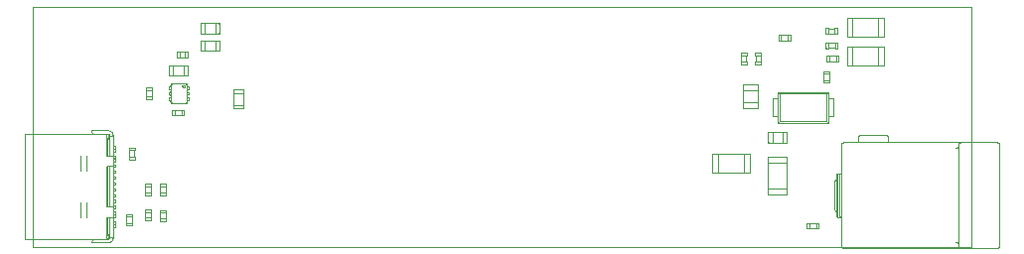
<source format=gbr>
%TF.GenerationSoftware,KiCad,Pcbnew,6.0.11+dfsg-1~bpo11+1*%
%TF.CreationDate,2023-04-14T13:04:02+02:00*%
%TF.ProjectId,IR-diode-general,49522d64-696f-4646-952d-67656e657261,rev?*%
%TF.SameCoordinates,Original*%
%TF.FileFunction,Other,User*%
%FSLAX46Y46*%
G04 Gerber Fmt 4.6, Leading zero omitted, Abs format (unit mm)*
G04 Created by KiCad (PCBNEW 6.0.11+dfsg-1~bpo11+1) date 2023-04-14 13:04:02 commit 5e22265*
%MOMM*%
%LPD*%
G01*
G04 APERTURE LIST*
%TA.AperFunction,Profile*%
%ADD10C,0.100000*%
%TD*%
%ADD11C,0.020000*%
G04 APERTURE END LIST*
D10*
X85000000Y-40500000D02*
X165000000Y-40500000D01*
X165000000Y-40500000D02*
X165000000Y-61000000D01*
X165000000Y-61000000D02*
X85000000Y-61000000D01*
X85000000Y-61000000D02*
X85000000Y-40500000D01*
D11*
%TO.C,C13*%
X93697000Y-53532000D02*
X93697000Y-53532000D01*
X93218000Y-52565000D02*
X93219000Y-52565000D01*
X93699000Y-52561000D02*
X93699000Y-52751000D01*
X93212000Y-52570000D02*
X93213000Y-52570000D01*
X93211000Y-53548000D02*
X93211000Y-53548000D01*
X93682000Y-52561000D02*
X93682000Y-52561000D01*
X93699000Y-52562000D02*
X93699000Y-52561000D01*
X93692000Y-53548000D02*
X93693000Y-53548000D01*
X93204000Y-52553000D02*
X93204000Y-52554000D01*
X93217000Y-53546000D02*
X93217000Y-53545000D01*
X93213000Y-52570000D02*
X93213000Y-52570000D01*
X93219000Y-52558000D02*
X93219000Y-52558000D01*
X93203000Y-53544000D02*
X93203000Y-53544000D01*
X93210000Y-53530000D02*
X93210000Y-53530000D01*
X93206000Y-53547000D02*
X93207000Y-53547000D01*
X93686000Y-53530000D02*
X93685000Y-53531000D01*
X93687000Y-52551000D02*
X93687000Y-52552000D01*
X93688000Y-52551000D02*
X93687000Y-52551000D01*
X93218000Y-52555000D02*
X93217000Y-52554000D01*
X93213000Y-53548000D02*
X93214000Y-53548000D01*
X93205000Y-52568000D02*
X93206000Y-52569000D01*
X93682000Y-52564000D02*
X93682000Y-52564000D01*
X93219000Y-53543000D02*
X93219000Y-53542000D01*
X93684000Y-53532000D02*
X93683000Y-53533000D01*
X93217000Y-53532000D02*
X93217000Y-53531000D01*
X93699000Y-52557000D02*
X93699000Y-52556000D01*
X93689000Y-53548000D02*
X93689000Y-53548000D01*
X93698000Y-52555000D02*
X93698000Y-52555000D01*
X93202000Y-52559000D02*
X93202000Y-52560000D01*
X93204000Y-53532000D02*
X93203000Y-53533000D01*
X93684000Y-53546000D02*
X93685000Y-53546000D01*
X93687000Y-53530000D02*
X93687000Y-53530000D01*
X93202000Y-53534000D02*
X93202000Y-53535000D01*
X93211000Y-52570000D02*
X93212000Y-52570000D01*
X93699000Y-52563000D02*
X93699000Y-52562000D01*
X93210000Y-52551000D02*
X93210000Y-52551000D01*
X93696000Y-53531000D02*
X93696000Y-53531000D01*
X93219000Y-52565000D02*
X93219000Y-52564000D01*
X93686000Y-52569000D02*
X93687000Y-52569000D01*
X93203000Y-53544000D02*
X93204000Y-53545000D01*
X93204000Y-53546000D02*
X93205000Y-53546000D01*
X93207000Y-52552000D02*
X93206000Y-52552000D01*
X93689000Y-52570000D02*
X93689000Y-52570000D01*
X93686000Y-52552000D02*
X93686000Y-52552000D01*
X93682000Y-53540000D02*
X93682000Y-53540000D01*
X93214000Y-53530000D02*
X93213000Y-53530000D01*
X93219000Y-52564000D02*
X93219000Y-52563000D01*
X93210000Y-53548000D02*
X93689000Y-53548000D01*
X93205000Y-53546000D02*
X93205000Y-53546000D01*
X93695000Y-53547000D02*
X93695000Y-53547000D01*
X93210000Y-52551000D02*
X93210000Y-52551000D01*
X93219000Y-52562000D02*
X93219000Y-52562000D01*
X93691000Y-52570000D02*
X93692000Y-52570000D01*
X93214000Y-52570000D02*
X93214000Y-52569000D01*
X93209000Y-53530000D02*
X93209000Y-53530000D01*
X93217000Y-52554000D02*
X93217000Y-52553000D01*
X93202000Y-52559000D02*
X93202000Y-52559000D01*
X93212000Y-52570000D02*
X93212000Y-52570000D01*
X93202000Y-53537000D02*
X93202000Y-53538000D01*
X93210000Y-53548000D02*
X93210000Y-53548000D01*
X93216000Y-53531000D02*
X93216000Y-53531000D01*
X93203000Y-53533000D02*
X93203000Y-53533000D01*
X93698000Y-52566000D02*
X93698000Y-52565000D01*
X93202000Y-53348000D02*
X93202000Y-53538000D01*
X93699000Y-52563000D02*
X93699000Y-52563000D01*
X93697000Y-52554000D02*
X93697000Y-52553000D01*
X93699000Y-52561000D02*
X93699000Y-52561000D01*
X93682000Y-52563000D02*
X93682000Y-52563000D01*
X93682000Y-53541000D02*
X93682000Y-53541000D01*
X93202000Y-52560000D02*
X93202000Y-52561000D01*
X93202000Y-53536000D02*
X93202000Y-53536000D01*
X93219000Y-53538000D02*
X93219000Y-53538000D01*
X93692000Y-53530000D02*
X93692000Y-53530000D01*
X93698000Y-52565000D02*
X93699000Y-52565000D01*
X93219000Y-52559000D02*
X93219000Y-52558000D01*
X93693000Y-53530000D02*
X93693000Y-53530000D01*
X93687000Y-52569000D02*
X93687000Y-52570000D01*
X93202000Y-52563000D02*
X93202000Y-52563000D01*
X93699000Y-53537000D02*
X93699000Y-53537000D01*
X93699000Y-53538000D02*
X93699000Y-53538000D01*
X93696000Y-52553000D02*
X93696000Y-52553000D01*
X93698000Y-53543000D02*
X93699000Y-53543000D01*
X93698000Y-53544000D02*
X93698000Y-53543000D01*
X93690000Y-52551000D02*
X93689000Y-52551000D01*
X93210000Y-53548000D02*
X93210000Y-53548000D01*
X93688000Y-52570000D02*
X93688000Y-52570000D01*
X93214000Y-52552000D02*
X93214000Y-52551000D01*
X93204000Y-52554000D02*
X93204000Y-52554000D01*
X93699000Y-53538000D02*
X93699000Y-53537000D01*
X93215000Y-52552000D02*
X93215000Y-52552000D01*
X93215000Y-52569000D02*
X93215000Y-52569000D01*
X93202000Y-53539000D02*
X93202000Y-53540000D01*
X93689000Y-53530000D02*
X93688000Y-53530000D01*
X93209000Y-53530000D02*
X93209000Y-53530000D01*
X93212000Y-53548000D02*
X93213000Y-53548000D01*
X93682000Y-53538000D02*
X93682000Y-53539000D01*
X93690000Y-53548000D02*
X93691000Y-53548000D01*
X93682000Y-53538000D02*
X93682000Y-53538000D01*
X93699000Y-52560000D02*
X93699000Y-52559000D01*
X93699000Y-52559000D02*
X93699000Y-52558000D01*
X93689000Y-53348000D02*
X93210000Y-53348000D01*
X93699000Y-53543000D02*
X93699000Y-53542000D01*
X93686000Y-52552000D02*
X93686000Y-52552000D01*
X93692000Y-53530000D02*
X93692000Y-53530000D01*
X93206000Y-53547000D02*
X93206000Y-53547000D01*
X93217000Y-53531000D02*
X93216000Y-53531000D01*
X93216000Y-53546000D02*
X93217000Y-53546000D01*
X93212000Y-52570000D02*
X93212000Y-52570000D01*
X93219000Y-53537000D02*
X93219000Y-53536000D01*
X93213000Y-52551000D02*
X93213000Y-52551000D01*
X93695000Y-53547000D02*
X93696000Y-53546000D01*
X93685000Y-52553000D02*
X93685000Y-52553000D01*
X93689000Y-52570000D02*
X93689000Y-52570000D01*
X93689000Y-53530000D02*
X93689000Y-53530000D01*
X93218000Y-52555000D02*
X93218000Y-52555000D01*
X93691000Y-52570000D02*
X93691000Y-52570000D01*
X93219000Y-53536000D02*
X93219000Y-53535000D01*
X93695000Y-53530000D02*
X93694000Y-53530000D01*
X93682000Y-53536000D02*
X93682000Y-53537000D01*
X93210000Y-52570000D02*
X93210000Y-52571000D01*
X93215000Y-53547000D02*
X93216000Y-53546000D01*
X93692000Y-52551000D02*
X93692000Y-52551000D01*
X93202000Y-52563000D02*
X93202000Y-52564000D01*
X93202000Y-52751000D02*
X93202000Y-52561000D01*
X93689000Y-52551000D02*
X93688000Y-52551000D01*
X93216000Y-52568000D02*
X93217000Y-52568000D01*
X93202000Y-52564000D02*
X93202000Y-52565000D01*
X93215000Y-53547000D02*
X93215000Y-53547000D01*
X93692000Y-52570000D02*
X93693000Y-52570000D01*
X93696000Y-52553000D02*
X93695000Y-52552000D01*
X93689000Y-53530000D02*
X93689000Y-53530000D01*
X93209000Y-52570000D02*
X93209000Y-52570000D01*
X93215000Y-52552000D02*
X93215000Y-52552000D01*
X93685000Y-53531000D02*
X93685000Y-53531000D01*
X93682000Y-53535000D02*
X93682000Y-53535000D01*
X93685000Y-52553000D02*
X93684000Y-52553000D01*
X93699000Y-53539000D02*
X93699000Y-53538000D01*
X93683000Y-52555000D02*
X93683000Y-52556000D01*
X93212000Y-52551000D02*
X93212000Y-52551000D01*
X93689000Y-52551000D02*
X93689000Y-52551000D01*
X93689000Y-52551000D02*
X93689000Y-52551000D01*
X93683000Y-53544000D02*
X93684000Y-53545000D01*
X93204000Y-52554000D02*
X93203000Y-52555000D01*
X93689000Y-53548000D02*
X93689000Y-53548000D01*
X93202000Y-52557000D02*
X93202000Y-52557000D01*
X93682000Y-52564000D02*
X93682000Y-52565000D01*
X93206000Y-53547000D02*
X93206000Y-53547000D01*
X93204000Y-52567000D02*
X93204000Y-52567000D01*
X93698000Y-53534000D02*
X93698000Y-53533000D01*
X93210000Y-52751000D02*
X93202000Y-52751000D01*
X93697000Y-52567000D02*
X93698000Y-52566000D01*
X93682000Y-53535000D02*
X93682000Y-53536000D01*
X93697000Y-53545000D02*
X93697000Y-53545000D01*
X93683000Y-52555000D02*
X93683000Y-52555000D01*
X93687000Y-52552000D02*
X93686000Y-52552000D01*
X93218000Y-53543000D02*
X93219000Y-53543000D01*
X93696000Y-52568000D02*
X93696000Y-52568000D01*
X93695000Y-52552000D02*
X93695000Y-52552000D01*
X93206000Y-52552000D02*
X93205000Y-52553000D01*
X93694000Y-53530000D02*
X93694000Y-53530000D01*
X93202000Y-52557000D02*
X93202000Y-52558000D01*
X93203000Y-53543000D02*
X93203000Y-53544000D01*
X93692000Y-53530000D02*
X93691000Y-53530000D01*
X93219000Y-53541000D02*
X93219000Y-53541000D01*
X93698000Y-52555000D02*
X93698000Y-52555000D01*
X93698000Y-53533000D02*
X93697000Y-53532000D01*
X93208000Y-52570000D02*
X93209000Y-52570000D01*
X93204000Y-53545000D02*
X93204000Y-53545000D01*
X93699000Y-52565000D02*
X93699000Y-52564000D01*
X93699000Y-52564000D02*
X93699000Y-52563000D01*
X93683000Y-53544000D02*
X93683000Y-53544000D01*
X93683000Y-52555000D02*
X93683000Y-52555000D01*
X93682000Y-53540000D02*
X93682000Y-53541000D01*
X93219000Y-52558000D02*
X93219000Y-52557000D01*
X93694000Y-53548000D02*
X93694000Y-53547000D01*
X93682000Y-53543000D02*
X93683000Y-53543000D01*
X93689000Y-53548000D02*
X93689000Y-53548000D01*
X93212000Y-53548000D02*
X93212000Y-53548000D01*
X93219000Y-52557000D02*
X93219000Y-52557000D01*
X93215000Y-53547000D02*
X93215000Y-53547000D01*
X93204000Y-53545000D02*
X93204000Y-53546000D01*
X93689000Y-53530000D02*
X93689000Y-53530000D01*
X93686000Y-52569000D02*
X93686000Y-52569000D01*
X93699000Y-53541000D02*
X93699000Y-53540000D01*
X93210000Y-53530000D02*
X93210000Y-53530000D01*
X93219000Y-53539000D02*
X93219000Y-53538000D01*
X93694000Y-52552000D02*
X93694000Y-52551000D01*
X93682000Y-52556000D02*
X93682000Y-52557000D01*
X93697000Y-52567000D02*
X93697000Y-52567000D01*
X93202000Y-53538000D02*
X93202000Y-53539000D01*
X93699000Y-53538000D02*
X93699000Y-53538000D01*
X93207000Y-53547000D02*
X93207000Y-53548000D01*
X93208000Y-53548000D02*
X93209000Y-53548000D01*
X93208000Y-52551000D02*
X93207000Y-52551000D01*
X93206000Y-52569000D02*
X93207000Y-52569000D01*
X93682000Y-53538000D02*
X93682000Y-53538000D01*
X93695000Y-52569000D02*
X93695000Y-52569000D01*
X93699000Y-53538000D02*
X93699000Y-53348000D01*
X93208000Y-52570000D02*
X93208000Y-52570000D01*
X93206000Y-52552000D02*
X93206000Y-52552000D01*
X93682000Y-52561000D02*
X93682000Y-52561000D01*
X93687000Y-53530000D02*
X93686000Y-53530000D01*
X93202000Y-52563000D02*
X93202000Y-52563000D01*
X93219000Y-52561000D02*
X93219000Y-52561000D01*
X93685000Y-53546000D02*
X93686000Y-53547000D01*
X93699000Y-53535000D02*
X93699000Y-53534000D01*
X93698000Y-53533000D02*
X93698000Y-53533000D01*
X93695000Y-52552000D02*
X93694000Y-52552000D01*
X93219000Y-52560000D02*
X93219000Y-52559000D01*
X93219000Y-52556000D02*
X93218000Y-52556000D01*
X93202000Y-53538000D02*
X93202000Y-53538000D01*
X93690000Y-53530000D02*
X93689000Y-53530000D01*
X93212000Y-53548000D02*
X93212000Y-53548000D01*
X93689000Y-53548000D02*
X93689000Y-53548000D01*
X93210000Y-53548000D02*
X93210000Y-53548000D01*
X93699000Y-53540000D02*
X93699000Y-53540000D01*
X93202000Y-52561000D02*
X93202000Y-52562000D01*
X93686000Y-52552000D02*
X93685000Y-52553000D01*
X93689000Y-53530000D02*
X93689000Y-53530000D01*
X93218000Y-52555000D02*
X93218000Y-52555000D01*
X93217000Y-53545000D02*
X93217000Y-53545000D01*
X93693000Y-52551000D02*
X93692000Y-52551000D01*
X93204000Y-53532000D02*
X93204000Y-53532000D01*
X93203000Y-52565000D02*
X93203000Y-52566000D01*
X93692000Y-53548000D02*
X93692000Y-53548000D01*
X93682000Y-53536000D02*
X93682000Y-53536000D01*
X93685000Y-53531000D02*
X93684000Y-53531000D01*
X93682000Y-53541000D02*
X93682000Y-53541000D01*
X93696000Y-53546000D02*
X93696000Y-53546000D01*
X93689000Y-52570000D02*
X93689000Y-52570000D01*
X93682000Y-52559000D02*
X93682000Y-52559000D01*
X93210000Y-52571000D02*
X93210000Y-52570000D01*
X93697000Y-53546000D02*
X93697000Y-53545000D01*
X93202000Y-52562000D02*
X93202000Y-52563000D01*
X93699000Y-53542000D02*
X93699000Y-53541000D01*
X93214000Y-53547000D02*
X93215000Y-53547000D01*
X93210000Y-53530000D02*
X93209000Y-53530000D01*
X93219000Y-53538000D02*
X93219000Y-53537000D01*
X93210000Y-53548000D02*
X93210000Y-53548000D01*
X93209000Y-53548000D02*
X93209000Y-53548000D01*
X93214000Y-52551000D02*
X93213000Y-52551000D01*
X93699000Y-52751000D02*
X93689000Y-52751000D01*
X93684000Y-53532000D02*
X93684000Y-53532000D01*
X93699000Y-52564000D02*
X93699000Y-52564000D01*
X93214000Y-53548000D02*
X93214000Y-53547000D01*
X93699000Y-53536000D02*
X93699000Y-53536000D01*
X93202000Y-53538000D02*
X93202000Y-53538000D01*
X93210000Y-52570000D02*
X93210000Y-52570000D01*
X93689000Y-53548000D02*
X93689000Y-53548000D01*
X93684000Y-53545000D02*
X93684000Y-53545000D01*
X93202000Y-53537000D02*
X93202000Y-53537000D01*
X93219000Y-53537000D02*
X93219000Y-53537000D01*
X93210000Y-52570000D02*
X93210000Y-52570000D01*
X93682000Y-52558000D02*
X93682000Y-52558000D01*
X93688000Y-53548000D02*
X93689000Y-53548000D01*
X93203000Y-52566000D02*
X93203000Y-52566000D01*
X93692000Y-52570000D02*
X93692000Y-52570000D01*
X93696000Y-53546000D02*
X93697000Y-53546000D01*
X93205000Y-53531000D02*
X93205000Y-53531000D01*
X93205000Y-52568000D02*
X93205000Y-52568000D01*
X93206000Y-52569000D02*
X93206000Y-52569000D01*
X93219000Y-52563000D02*
X93219000Y-52563000D01*
X93683000Y-53533000D02*
X93683000Y-53533000D01*
X93689000Y-53548000D02*
X93689000Y-53548000D01*
X93211000Y-53530000D02*
X93210000Y-53530000D01*
X93217000Y-52568000D02*
X93217000Y-52567000D01*
X93216000Y-53546000D02*
X93216000Y-53546000D01*
X93682000Y-52563000D02*
X93682000Y-52563000D01*
X93687000Y-52570000D02*
X93688000Y-52570000D01*
X93699000Y-52558000D02*
X93699000Y-52557000D01*
X93219000Y-52557000D02*
X93219000Y-52556000D01*
X93203000Y-52566000D02*
X93203000Y-52566000D01*
X93203000Y-52555000D02*
X93203000Y-52555000D01*
X93693000Y-53548000D02*
X93694000Y-53548000D01*
X93692000Y-52551000D02*
X93691000Y-52551000D01*
X93695000Y-53530000D02*
X93695000Y-53530000D01*
X93218000Y-53533000D02*
X93218000Y-53533000D01*
X93696000Y-52568000D02*
X93697000Y-52568000D01*
X93202000Y-52558000D02*
X93202000Y-52558000D01*
X93219000Y-53534000D02*
X93218000Y-53534000D01*
X93206000Y-52569000D02*
X93206000Y-52569000D01*
X93684000Y-52554000D02*
X93683000Y-52555000D01*
X93682000Y-52558000D02*
X93682000Y-52558000D01*
X93686000Y-53547000D02*
X93686000Y-53547000D01*
X93698000Y-52556000D02*
X93698000Y-52555000D01*
X93213000Y-53530000D02*
X93212000Y-53530000D01*
X93216000Y-52553000D02*
X93215000Y-52552000D01*
X93689000Y-53530000D02*
X93689000Y-53530000D01*
X93689000Y-53530000D02*
X93689000Y-53530000D01*
X93699000Y-52563000D02*
X93699000Y-52563000D01*
X93218000Y-52556000D02*
X93218000Y-52555000D01*
X93682000Y-52559000D02*
X93682000Y-52560000D01*
X93210000Y-53348000D02*
X93202000Y-53348000D01*
X93217000Y-52554000D02*
X93217000Y-52554000D01*
X93699000Y-52557000D02*
X93699000Y-52557000D01*
X93212000Y-52551000D02*
X93212000Y-52551000D01*
X93686000Y-53547000D02*
X93686000Y-53547000D01*
X93203000Y-53533000D02*
X93203000Y-53533000D01*
X93219000Y-53541000D02*
X93219000Y-53540000D01*
X93684000Y-52554000D02*
X93684000Y-52554000D01*
X93219000Y-53540000D02*
X93219000Y-53539000D01*
X93684000Y-53545000D02*
X93684000Y-53546000D01*
X93689000Y-52551000D02*
X93689000Y-52551000D01*
X93211000Y-52570000D02*
X93211000Y-52570000D01*
X93682000Y-52562000D02*
X93682000Y-52562000D01*
X93683000Y-53543000D02*
X93683000Y-53544000D01*
X93202000Y-53536000D02*
X93202000Y-53536000D01*
X93202000Y-52565000D02*
X93203000Y-52565000D01*
X93202000Y-53542000D02*
X93202000Y-53543000D01*
X93691000Y-53530000D02*
X93691000Y-53530000D01*
X93212000Y-53530000D02*
X93212000Y-53530000D01*
X93693000Y-53530000D02*
X93692000Y-53530000D01*
X93210000Y-53548000D02*
X93210000Y-53548000D01*
X93692000Y-52570000D02*
X93692000Y-52570000D01*
X93209000Y-52551000D02*
X93208000Y-52551000D01*
X93215000Y-52552000D02*
X93214000Y-52552000D01*
X93202000Y-53540000D02*
X93202000Y-53540000D01*
X93215000Y-53530000D02*
X93214000Y-53530000D01*
X93684000Y-52567000D02*
X93684000Y-52567000D01*
X93203000Y-53533000D02*
X93203000Y-53534000D01*
X93689000Y-52570000D02*
X93689000Y-52570000D01*
X93205000Y-52553000D02*
X93205000Y-52553000D01*
X93202000Y-53540000D02*
X93202000Y-53541000D01*
X93218000Y-53544000D02*
X93218000Y-53543000D01*
X93202000Y-52564000D02*
X93202000Y-52564000D01*
X93211000Y-53548000D02*
X93212000Y-53548000D01*
X93208000Y-52551000D02*
X93208000Y-52551000D01*
X93698000Y-52566000D02*
X93698000Y-52566000D01*
X93202000Y-53541000D02*
X93202000Y-53541000D01*
X93218000Y-53534000D02*
X93218000Y-53533000D01*
X93202000Y-52558000D02*
X93202000Y-52558000D01*
X93682000Y-52563000D02*
X93682000Y-52564000D01*
X93210000Y-53530000D02*
X93210000Y-53530000D01*
X93215000Y-52569000D02*
X93215000Y-52569000D01*
X93209000Y-52551000D02*
X93209000Y-52551000D01*
X93689000Y-52571000D02*
X93690000Y-52570000D01*
X93215000Y-52569000D02*
X93216000Y-52568000D01*
X93203000Y-53544000D02*
X93203000Y-53544000D01*
X93689000Y-52751000D02*
X93689000Y-53348000D01*
X93207000Y-53548000D02*
X93208000Y-53548000D01*
X93216000Y-52568000D02*
X93216000Y-52568000D01*
X93689000Y-52551000D02*
X93689000Y-52551000D01*
X93202000Y-52561000D02*
X93202000Y-52561000D01*
X93215000Y-53530000D02*
X93215000Y-53530000D01*
X93688000Y-52551000D02*
X93688000Y-52551000D01*
X93688000Y-53530000D02*
X93688000Y-53530000D01*
X93695000Y-52569000D02*
X93696000Y-52568000D01*
X93682000Y-52562000D02*
X93682000Y-52563000D01*
X93683000Y-52565000D02*
X93683000Y-52566000D01*
X93210000Y-53530000D02*
X93210000Y-53530000D01*
X93699000Y-53541000D02*
X93699000Y-53541000D01*
X93689000Y-52571000D02*
X93689000Y-52571000D01*
X93682000Y-53536000D02*
X93682000Y-53536000D01*
X93682000Y-53542000D02*
X93682000Y-53542000D01*
X93217000Y-53545000D02*
X93218000Y-53544000D01*
X93683000Y-52566000D02*
X93683000Y-52566000D01*
X93206000Y-53530000D02*
X93206000Y-53530000D01*
X93698000Y-53544000D02*
X93698000Y-53544000D01*
X93217000Y-52567000D02*
X93218000Y-52566000D01*
X93218000Y-53544000D02*
X93218000Y-53544000D01*
X93203000Y-53534000D02*
X93202000Y-53534000D01*
X93203000Y-52556000D02*
X93202000Y-52556000D01*
X93205000Y-53546000D02*
X93206000Y-53547000D01*
X93688000Y-52570000D02*
X93689000Y-52570000D01*
X93218000Y-53544000D02*
X93218000Y-53544000D01*
X93682000Y-53534000D02*
X93682000Y-53535000D01*
X93683000Y-53544000D02*
X93683000Y-53544000D01*
X93682000Y-52565000D02*
X93683000Y-52565000D01*
X93694000Y-52570000D02*
X93694000Y-52569000D01*
X93683000Y-52566000D02*
X93684000Y-52567000D01*
X93219000Y-53535000D02*
X93219000Y-53535000D01*
X93209000Y-52570000D02*
X93210000Y-52570000D01*
X93683000Y-52566000D02*
X93683000Y-52566000D01*
X93205000Y-52553000D02*
X93204000Y-52553000D01*
X93210000Y-52551000D02*
X93689000Y-52551000D01*
X93202000Y-52562000D02*
X93202000Y-52562000D01*
X93699000Y-52558000D02*
X93699000Y-52558000D01*
X93694000Y-52551000D02*
X93693000Y-52551000D01*
X93218000Y-53533000D02*
X93218000Y-53533000D01*
X93687000Y-53547000D02*
X93687000Y-53548000D01*
X93686000Y-53530000D02*
X93686000Y-53530000D01*
X93219000Y-52561000D02*
X93219000Y-52560000D01*
X93683000Y-53534000D02*
X93682000Y-53534000D01*
X93699000Y-53542000D02*
X93699000Y-53542000D01*
X93689000Y-53548000D02*
X93689000Y-53548000D01*
X93219000Y-53541000D02*
X93219000Y-53541000D01*
X93215000Y-53530000D02*
X93215000Y-53530000D01*
X93210000Y-52571000D02*
X93210000Y-52571000D01*
X93691000Y-52551000D02*
X93691000Y-52551000D01*
X93682000Y-52561000D02*
X93682000Y-52562000D01*
X93684000Y-52567000D02*
X93684000Y-52568000D01*
X93211000Y-53530000D02*
X93211000Y-53530000D01*
X93213000Y-53530000D02*
X93213000Y-53530000D01*
X93684000Y-53531000D02*
X93684000Y-53532000D01*
X93694000Y-53547000D02*
X93695000Y-53547000D01*
X93699000Y-52559000D02*
X93699000Y-52559000D01*
X93685000Y-52568000D02*
X93686000Y-52569000D01*
X93682000Y-53542000D02*
X93682000Y-53543000D01*
X93683000Y-52556000D02*
X93682000Y-52556000D01*
X93209000Y-52570000D02*
X93209000Y-52570000D01*
X93699000Y-53534000D02*
X93698000Y-53534000D01*
X93689000Y-52570000D02*
X93689000Y-52570000D01*
X93205000Y-53531000D02*
X93204000Y-53531000D01*
X93693000Y-52570000D02*
X93693000Y-52570000D01*
X93699000Y-53541000D02*
X93699000Y-53541000D01*
X93685000Y-53546000D02*
X93685000Y-53546000D01*
X93693000Y-53548000D02*
X93693000Y-53548000D01*
X93689000Y-52751000D02*
X93210000Y-52751000D01*
X93699000Y-52561000D02*
X93699000Y-52561000D01*
X93204000Y-52568000D02*
X93205000Y-52568000D01*
X93697000Y-53532000D02*
X93697000Y-53531000D01*
X93217000Y-52567000D02*
X93217000Y-52567000D01*
X93690000Y-52570000D02*
X93691000Y-52570000D01*
X93202000Y-53535000D02*
X93202000Y-53536000D01*
X93219000Y-52563000D02*
X93219000Y-52563000D01*
X93219000Y-53535000D02*
X93219000Y-53534000D01*
X93202000Y-52558000D02*
X93202000Y-52559000D01*
X93208000Y-53548000D02*
X93208000Y-53548000D01*
X93693000Y-52551000D02*
X93693000Y-52551000D01*
X93217000Y-52553000D02*
X93216000Y-52553000D01*
X93207000Y-52569000D02*
X93207000Y-52570000D01*
X93686000Y-52569000D02*
X93686000Y-52569000D01*
X93689000Y-53530000D02*
X93689000Y-53530000D01*
X93202000Y-53543000D02*
X93203000Y-53543000D01*
X93682000Y-52560000D02*
X93682000Y-52561000D01*
X93682000Y-53541000D02*
X93682000Y-53542000D01*
X93682000Y-52557000D02*
X93682000Y-52557000D01*
X93699000Y-53535000D02*
X93699000Y-53535000D01*
X93697000Y-52554000D02*
X93697000Y-52554000D01*
X93689000Y-52551000D02*
X93689000Y-52551000D01*
X93202000Y-53536000D02*
X93202000Y-53537000D01*
X93689000Y-52551000D02*
X93689000Y-52551000D01*
X93219000Y-53542000D02*
X93219000Y-53542000D01*
X93689000Y-52570000D02*
X93689000Y-52571000D01*
X93210000Y-52551000D02*
X93209000Y-52551000D01*
X93213000Y-52570000D02*
X93214000Y-52570000D01*
X93219000Y-52558000D02*
X93219000Y-52558000D01*
X93206000Y-53530000D02*
X93206000Y-53530000D01*
X93212000Y-52551000D02*
X93211000Y-52551000D01*
X93209000Y-53548000D02*
X93209000Y-53548000D01*
X93694000Y-52569000D02*
X93695000Y-52569000D01*
X93207000Y-52551000D02*
X93207000Y-52552000D01*
X93204000Y-53531000D02*
X93204000Y-53532000D01*
X93219000Y-52561000D02*
X93219000Y-52561000D01*
X93219000Y-53538000D02*
X93219000Y-53538000D01*
X93219000Y-53536000D02*
X93219000Y-53536000D01*
X93683000Y-53533000D02*
X93683000Y-53534000D01*
X93212000Y-53530000D02*
X93212000Y-53530000D01*
X93699000Y-52556000D02*
X93698000Y-52556000D01*
X93209000Y-53530000D02*
X93208000Y-53530000D01*
X93699000Y-52562000D02*
X93699000Y-52562000D01*
X93218000Y-52566000D02*
X93218000Y-52565000D01*
X93682000Y-53539000D02*
X93682000Y-53540000D01*
X93685000Y-52568000D02*
X93685000Y-52568000D01*
X93697000Y-53531000D02*
X93696000Y-53531000D01*
X93206000Y-53530000D02*
X93205000Y-53531000D01*
X93204000Y-52567000D02*
X93204000Y-52568000D01*
X93202000Y-52561000D02*
X93202000Y-52561000D01*
X93698000Y-53533000D02*
X93698000Y-53533000D01*
X93689000Y-53548000D02*
X93690000Y-53548000D01*
X93694000Y-53530000D02*
X93693000Y-53530000D01*
X93682000Y-53537000D02*
X93682000Y-53537000D01*
X93683000Y-53533000D02*
X93683000Y-53533000D01*
X93695000Y-53547000D02*
X93695000Y-53547000D01*
X93219000Y-52563000D02*
X93219000Y-52562000D01*
X93203000Y-52566000D02*
X93204000Y-52567000D01*
X93695000Y-52569000D02*
X93695000Y-52569000D01*
X93210000Y-53548000D02*
X93211000Y-53548000D01*
X93693000Y-52570000D02*
X93694000Y-52570000D01*
X93219000Y-52562000D02*
X93219000Y-52561000D01*
X93689000Y-53548000D02*
X93689000Y-53548000D01*
X93688000Y-53548000D02*
X93688000Y-53548000D01*
X93695000Y-53530000D02*
X93695000Y-53530000D01*
X93210000Y-52551000D02*
X93210000Y-52551000D01*
X93218000Y-52566000D02*
X93218000Y-52566000D01*
X93682000Y-53537000D02*
X93682000Y-53538000D01*
X93209000Y-52551000D02*
X93209000Y-52551000D01*
X93211000Y-52551000D02*
X93210000Y-52551000D01*
X93211000Y-52551000D02*
X93211000Y-52551000D01*
X93217000Y-53532000D02*
X93217000Y-53532000D01*
X93214000Y-52569000D02*
X93215000Y-52569000D01*
X93692000Y-53548000D02*
X93692000Y-53548000D01*
X93210000Y-52570000D02*
X93211000Y-52570000D01*
X93218000Y-52566000D02*
X93218000Y-52566000D01*
X93202000Y-53541000D02*
X93202000Y-53541000D01*
X93686000Y-53530000D02*
X93686000Y-53530000D01*
X93691000Y-53548000D02*
X93691000Y-53548000D01*
X93208000Y-53530000D02*
X93207000Y-53530000D01*
X93210000Y-53548000D02*
X93210000Y-53548000D01*
X93214000Y-53530000D02*
X93214000Y-53530000D01*
X93208000Y-53530000D02*
X93208000Y-53530000D01*
X93210000Y-52551000D02*
X93210000Y-52551000D01*
X93210000Y-53530000D02*
X93210000Y-53530000D01*
X93689000Y-52571000D02*
X93689000Y-52571000D01*
X93202000Y-53535000D02*
X93202000Y-53535000D01*
X93687000Y-53548000D02*
X93688000Y-53548000D01*
X93202000Y-53541000D02*
X93202000Y-53542000D01*
X93699000Y-52558000D02*
X93699000Y-52558000D01*
X93691000Y-53530000D02*
X93690000Y-53530000D01*
X93698000Y-52566000D02*
X93698000Y-52566000D01*
X93219000Y-53542000D02*
X93219000Y-53541000D01*
X93689000Y-52551000D02*
X93689000Y-52551000D01*
X93682000Y-52558000D02*
X93682000Y-52559000D01*
X93698000Y-52555000D02*
X93697000Y-52554000D01*
X93203000Y-52555000D02*
X93203000Y-52555000D01*
X93699000Y-53536000D02*
X93699000Y-53535000D01*
X93219000Y-52564000D02*
X93219000Y-52564000D01*
X93216000Y-52553000D02*
X93216000Y-52553000D01*
X93697000Y-52568000D02*
X93697000Y-52567000D01*
X93210000Y-52551000D02*
X93210000Y-52551000D01*
X93691000Y-53548000D02*
X93692000Y-53548000D01*
X93210000Y-52571000D02*
X93210000Y-52571000D01*
X93207000Y-53530000D02*
X93207000Y-53530000D01*
X93699000Y-53348000D02*
X93689000Y-53348000D01*
X93203000Y-52555000D02*
X93203000Y-52556000D01*
X93691000Y-52551000D02*
X93690000Y-52551000D01*
X93692000Y-52551000D02*
X93692000Y-52551000D01*
X93682000Y-52557000D02*
X93682000Y-52558000D01*
X93219000Y-53540000D02*
X93219000Y-53540000D01*
X93699000Y-53536000D02*
X93699000Y-53536000D01*
X93210000Y-52751000D02*
X93210000Y-53348000D01*
X93209000Y-53548000D02*
X93210000Y-53548000D01*
X93218000Y-53533000D02*
X93217000Y-53532000D01*
X93699000Y-53540000D02*
X93699000Y-53539000D01*
X93219000Y-53536000D02*
X93219000Y-53536000D01*
X93684000Y-52553000D02*
X93684000Y-52554000D01*
X93699000Y-53537000D02*
X93699000Y-53536000D01*
X93686000Y-53547000D02*
X93687000Y-53547000D01*
X93696000Y-53531000D02*
X93695000Y-53530000D01*
X93213000Y-52551000D02*
X93212000Y-52551000D01*
X93698000Y-53544000D02*
X93698000Y-53544000D01*
X93216000Y-53531000D02*
X93215000Y-53530000D01*
X93695000Y-52552000D02*
X93695000Y-52552000D01*
X93213000Y-53548000D02*
X93213000Y-53548000D01*
X93206000Y-52552000D02*
X93206000Y-52552000D01*
X93207000Y-53530000D02*
X93206000Y-53530000D01*
X93202000Y-52556000D02*
X93202000Y-52557000D01*
X93697000Y-52553000D02*
X93696000Y-52553000D01*
X93202000Y-53542000D02*
X93202000Y-53542000D01*
X93699000Y-52561000D02*
X93699000Y-52560000D01*
X93219000Y-52559000D02*
X93219000Y-52559000D01*
X93684000Y-52568000D02*
X93685000Y-52568000D01*
X93212000Y-53530000D02*
X93211000Y-53530000D01*
X93207000Y-52570000D02*
X93208000Y-52570000D01*
X93697000Y-53545000D02*
X93698000Y-53544000D01*
X93688000Y-53530000D02*
X93687000Y-53530000D01*
%TO.C,R12*%
X96348000Y-56365000D02*
X95850000Y-56365000D01*
X96330000Y-55867000D02*
X96330000Y-56365000D01*
X96348000Y-55617000D02*
X95850000Y-55617000D01*
X96348000Y-56615000D02*
X95850000Y-56615000D01*
X96348000Y-56365000D02*
X96348000Y-56615000D01*
X95868000Y-55867000D02*
X95868000Y-56365000D01*
X95850000Y-55617000D02*
X95850000Y-55867000D01*
X96348000Y-55867000D02*
X96348000Y-55617000D01*
X95850000Y-55867000D02*
X96348000Y-55867000D01*
X95850000Y-56365000D02*
X95850000Y-56615000D01*
%TO.C,J1*%
X153499000Y-58026000D02*
X153499000Y-58269000D01*
X167200000Y-52089000D02*
X167210000Y-52090000D01*
X153900000Y-56589000D02*
X153900000Y-56980000D01*
X163894000Y-60742000D02*
X163890000Y-60733000D01*
X153480000Y-57939000D02*
X153480000Y-57939000D01*
X153326000Y-55451000D02*
X153318000Y-55478000D01*
X153300000Y-55826000D02*
X153300000Y-55981000D01*
X153300000Y-55826000D02*
X153300000Y-55826000D01*
X157805000Y-51489000D02*
X157799000Y-51489000D01*
X153837000Y-58443000D02*
X153842000Y-58441000D01*
X153479000Y-57943000D02*
X153479000Y-57943000D01*
X153482000Y-55226000D02*
X153462000Y-55244000D01*
X153480000Y-57949000D02*
X153480000Y-57949000D01*
X153900000Y-58009000D02*
X153900000Y-58009000D01*
X155399000Y-52089000D02*
X155399000Y-51989000D01*
X153484000Y-57953000D02*
X153485000Y-57953000D01*
X167400000Y-60888000D02*
X167399000Y-60899000D01*
X153336000Y-57753000D02*
X153326000Y-57727000D01*
X153300000Y-57197000D02*
X153300000Y-57351000D01*
X163855000Y-52515000D02*
X163861000Y-52507000D01*
X163829000Y-52542000D02*
X163836000Y-52536000D01*
X153599000Y-58090000D02*
X153599000Y-58356000D01*
X153900000Y-60888000D02*
X153900000Y-60784000D01*
X167359000Y-52169000D02*
X167365000Y-52177000D01*
X157892000Y-51550000D02*
X157889000Y-51545000D01*
X163699000Y-52593000D02*
X163708000Y-52592000D01*
X157825000Y-51491000D02*
X157819000Y-51491000D01*
X153900000Y-54821000D02*
X153900000Y-54827000D01*
X163881000Y-60704000D02*
X163877000Y-60696000D01*
X163813000Y-52553000D02*
X163822000Y-52547000D01*
X153599000Y-57161000D02*
X153599000Y-57161000D01*
X153912000Y-60957000D02*
X153909000Y-60949000D01*
X153833000Y-54733000D02*
X153837000Y-54734000D01*
X153499000Y-56589000D02*
X153499000Y-56046000D01*
X163836000Y-60643000D02*
X163829000Y-60636000D01*
X153499000Y-55824000D02*
X153499000Y-55824000D01*
X163915000Y-60967000D02*
X163919000Y-60976000D01*
X153500000Y-54806000D02*
X153500000Y-54812000D01*
X153483000Y-57935000D02*
X153483000Y-57935000D01*
X153499000Y-57967000D02*
X153499000Y-57967000D01*
X153499000Y-57909000D02*
X153499000Y-57909000D01*
X153800000Y-54726000D02*
X153800000Y-54812000D01*
X153462000Y-57933000D02*
X153442000Y-57913000D01*
X163781000Y-60604000D02*
X163772000Y-60600000D01*
X153494000Y-57951000D02*
X153494000Y-57951000D01*
X154089000Y-52090000D02*
X154099000Y-52089000D01*
X153489000Y-57953000D02*
X153489000Y-57953000D01*
X155417000Y-51533000D02*
X155419000Y-51528000D01*
X153499000Y-54907000D02*
X153499000Y-54907000D01*
X154004000Y-61064000D02*
X153995000Y-61059000D01*
X167210000Y-61088000D02*
X167200000Y-61088000D01*
X163871000Y-52491000D02*
X163877000Y-52483000D01*
X167371000Y-60992000D02*
X167365000Y-61000000D01*
X153900000Y-54907000D02*
X153900000Y-54827000D01*
X155456000Y-51499000D02*
X155460000Y-51496000D01*
X153300000Y-57197000D02*
X153300000Y-57197000D01*
X153599000Y-56589000D02*
X153599000Y-56589000D01*
X167200000Y-61088000D02*
X164099000Y-61088000D01*
X153900000Y-57688000D02*
X153900000Y-57688000D01*
X163900000Y-60899000D02*
X163900000Y-60909000D01*
X153489000Y-57933000D02*
X153489000Y-57933000D01*
X163849000Y-52521000D02*
X163855000Y-52515000D01*
X153888000Y-54778000D02*
X153890000Y-54784000D01*
X163900000Y-60888000D02*
X163900000Y-52289000D01*
X153900000Y-54281000D02*
X153900000Y-54281000D01*
X153818000Y-54729000D02*
X153824000Y-54730000D01*
X167303000Y-52117000D02*
X167310000Y-52122000D01*
X153479000Y-57945000D02*
X153479000Y-57945000D01*
X163958000Y-52148000D02*
X163951000Y-52154000D01*
X153900000Y-56589000D02*
X153900000Y-56589000D01*
X153480000Y-57937000D02*
X153480000Y-57939000D01*
X153800000Y-54726000D02*
X153804000Y-54726000D01*
X153500000Y-58370000D02*
X153500000Y-58366000D01*
X153900000Y-56589000D02*
X153900000Y-55769000D01*
X167210000Y-52090000D02*
X167220000Y-52090000D01*
X157899000Y-51584000D02*
X157899000Y-51579000D01*
X153900000Y-54827000D02*
X153900000Y-54871000D01*
X167230000Y-52092000D02*
X167240000Y-52092000D01*
X153499000Y-55530000D02*
X153499000Y-55530000D01*
X167399000Y-52268000D02*
X167399000Y-52278000D01*
X153300000Y-57351000D02*
X153300000Y-57467000D01*
X153526000Y-58419000D02*
X153523000Y-58415000D01*
X155484000Y-51489000D02*
X155488000Y-51489000D01*
X153900000Y-52921000D02*
X153900000Y-52794000D01*
X153318000Y-55478000D02*
X153311000Y-55504000D01*
X153498000Y-57939000D02*
X153498000Y-57939000D01*
X153498000Y-57941000D02*
X153498000Y-57941000D01*
X153481000Y-57949000D02*
X153481000Y-57949000D01*
X163806000Y-60619000D02*
X163797000Y-60613000D01*
X155407000Y-51550000D02*
X155409000Y-51545000D01*
X155478000Y-51491000D02*
X155484000Y-51489000D01*
X153499000Y-56046000D02*
X153499000Y-56046000D01*
X153300000Y-56806000D02*
X153300000Y-57012000D01*
X153599000Y-55087000D02*
X153599000Y-55087000D01*
X153878000Y-54766000D02*
X153882000Y-54770000D01*
X153507000Y-58390000D02*
X153505000Y-58386000D01*
X153499000Y-56589000D02*
X153499000Y-56589000D01*
X153494000Y-57935000D02*
X153493000Y-57935000D01*
X153901000Y-60909000D02*
X153900000Y-60899000D01*
X153533000Y-54752000D02*
X153529000Y-54756000D01*
X153502000Y-58376000D02*
X153500000Y-58370000D01*
X153900000Y-54281000D02*
X153900000Y-53683000D01*
X153851000Y-58437000D02*
X153854000Y-58435000D01*
X153499000Y-58362000D02*
X153499000Y-58356000D01*
X153900000Y-55490000D02*
X153900000Y-55824000D01*
X153900000Y-59495000D02*
X153900000Y-58897000D01*
X153482000Y-57951000D02*
X153482000Y-57951000D01*
X153599000Y-54821000D02*
X153599000Y-54821000D01*
X153482000Y-57951000D02*
X153482000Y-57951000D01*
X153300000Y-55639000D02*
X153300000Y-55711000D01*
X153529000Y-54756000D02*
X153526000Y-54760000D01*
X153900000Y-57131000D02*
X153900000Y-57131000D01*
X153958000Y-61031000D02*
X153952000Y-61024000D01*
X153484000Y-55226000D02*
X153485000Y-55226000D01*
X153800000Y-55498000D02*
X153800000Y-55498000D01*
X167200000Y-52089000D02*
X167208000Y-52090000D01*
X153900000Y-55167000D02*
X153900000Y-55558000D01*
X153484000Y-57953000D02*
X153484000Y-57953000D01*
X153499000Y-57909000D02*
X153499000Y-57810000D01*
X153502000Y-54802000D02*
X153500000Y-54806000D01*
X153422000Y-57893000D02*
X153405000Y-57872000D01*
X153814000Y-54727000D02*
X153818000Y-54729000D01*
X153499000Y-58306000D02*
X153499000Y-58177000D01*
X153496000Y-57949000D02*
X153497000Y-57949000D01*
X155421000Y-51526000D02*
X155426000Y-51521000D01*
X167294000Y-52113000D02*
X167303000Y-52117000D01*
X167374000Y-60984000D02*
X167371000Y-60992000D01*
X167208000Y-52090000D02*
X167218000Y-52090000D01*
X155399000Y-51706000D02*
X155399000Y-51589000D01*
X153939000Y-52169000D02*
X153945000Y-52161000D01*
X163727000Y-60588000D02*
X163717000Y-60585000D01*
X167397000Y-52259000D02*
X167399000Y-52268000D01*
X153904000Y-52249000D02*
X153906000Y-52239000D01*
X153599000Y-54812000D02*
X153599000Y-54812000D01*
X167294000Y-61064000D02*
X167285000Y-61069000D01*
X153900000Y-52278000D02*
X153901000Y-52268000D01*
X154089000Y-61088000D02*
X154078000Y-61088000D01*
X163900000Y-60785000D02*
X163900000Y-60784000D01*
X153488000Y-57933000D02*
X153487000Y-57933000D01*
X153389000Y-55328000D02*
X153373000Y-55351000D01*
X153540000Y-54746000D02*
X153536000Y-54748000D01*
X153487000Y-57953000D02*
X153488000Y-57953000D01*
X153514000Y-54774000D02*
X153512000Y-54778000D01*
X153590000Y-58451000D02*
X153585000Y-58451000D01*
X153900000Y-52669000D02*
X153900000Y-52669000D01*
X153497000Y-57937000D02*
X153497000Y-57937000D01*
X153499000Y-57434000D02*
X153499000Y-57648000D01*
X153882000Y-54770000D02*
X153885000Y-54774000D01*
X153800000Y-55087000D02*
X153800000Y-55087000D01*
X167374000Y-52193000D02*
X167380000Y-52202000D01*
X163755000Y-60595000D02*
X163746000Y-60592000D01*
X153845000Y-54738000D02*
X153851000Y-54740000D01*
X153520000Y-58411000D02*
X153517000Y-58407000D01*
X155399000Y-51989000D02*
X155399000Y-51706000D01*
X153492000Y-57953000D02*
X153493000Y-57953000D01*
X153488000Y-55224000D02*
X153489000Y-55224000D01*
X153499000Y-58350000D02*
X153499000Y-58350000D01*
X153499000Y-56589000D02*
X153499000Y-56589000D01*
X167326000Y-61043000D02*
X167319000Y-61050000D01*
X153898000Y-54806000D02*
X153898000Y-54812000D01*
X167380000Y-60975000D02*
X167375000Y-60983000D01*
X153499000Y-55369000D02*
X153499000Y-55530000D01*
X153479000Y-57939000D02*
X153479000Y-57941000D01*
X153900000Y-57620000D02*
X153900000Y-57620000D01*
X163900000Y-52392000D02*
X163900000Y-52390000D01*
X153499000Y-54827000D02*
X153499000Y-54827000D01*
X153300000Y-55639000D02*
X153300000Y-55639000D01*
X163836000Y-52536000D02*
X163842000Y-52528000D01*
X153359000Y-55375000D02*
X153347000Y-55399000D01*
X153918000Y-60976000D02*
X153914000Y-60967000D01*
X163736000Y-52589000D02*
X163746000Y-52585000D01*
X157850000Y-51504000D02*
X157846000Y-51501000D01*
X153489000Y-57953000D02*
X153490000Y-57953000D01*
X153499000Y-56890000D02*
X153499000Y-56890000D01*
X167247000Y-52095000D02*
X167258000Y-52098000D01*
X153496000Y-55228000D02*
X153497000Y-55230000D01*
X153492000Y-55226000D02*
X153493000Y-55226000D01*
X153523000Y-54762000D02*
X153520000Y-54766000D01*
X163971000Y-52135000D02*
X163964000Y-52140000D01*
X153900000Y-59955000D02*
X153900000Y-59495000D01*
X167310000Y-52122000D02*
X167319000Y-52129000D01*
X153482000Y-55226000D02*
X153483000Y-55226000D01*
X153929000Y-60992000D02*
X153924000Y-60984000D01*
X153462000Y-55244000D02*
X153442000Y-55264000D01*
X155488000Y-51489000D02*
X155494000Y-51489000D01*
X153499000Y-55824000D02*
X153499000Y-55490000D01*
X167326000Y-52135000D02*
X167333000Y-52140000D01*
X153311000Y-57675000D02*
X153307000Y-57648000D01*
X167365000Y-61000000D02*
X167359000Y-61008000D01*
X153906000Y-52239000D02*
X153909000Y-52230000D01*
X153995000Y-52117000D02*
X154004000Y-52113000D01*
X153833000Y-58445000D02*
X153837000Y-58443000D01*
X153900000Y-55210000D02*
X153900000Y-55210000D01*
X153878000Y-58411000D02*
X153882000Y-58407000D01*
X167387000Y-52220000D02*
X167390000Y-52230000D01*
X163806000Y-52558000D02*
X163813000Y-52553000D01*
X153483000Y-57935000D02*
X153483000Y-57935000D01*
X167400000Y-53388000D02*
X167400000Y-53388000D01*
X163912000Y-60957000D02*
X163915000Y-60967000D01*
X163964000Y-52140000D02*
X163958000Y-52148000D01*
X153900000Y-54917000D02*
X153900000Y-54917000D01*
X153499000Y-56196000D02*
X153499000Y-56196000D01*
X153898000Y-54816000D02*
X153900000Y-54821000D01*
X163912000Y-52220000D02*
X163909000Y-52230000D01*
X153900000Y-54871000D02*
X153900000Y-55002000D01*
X167220000Y-61088000D02*
X167210000Y-61088000D01*
X167258000Y-52098000D02*
X167266000Y-52100000D01*
X153995000Y-61059000D02*
X153988000Y-61055000D01*
X167380000Y-52204000D02*
X167384000Y-52212000D01*
X155474000Y-51491000D02*
X155478000Y-51491000D01*
X153486000Y-57953000D02*
X153486000Y-57953000D01*
X153499000Y-55369000D02*
X153499000Y-55369000D01*
X167258000Y-61080000D02*
X167247000Y-61082000D01*
X153490000Y-57953000D02*
X153490000Y-57953000D01*
X167310000Y-52122000D02*
X167319000Y-52129000D01*
X167387000Y-60957000D02*
X167384000Y-60967000D01*
X153536000Y-54748000D02*
X153533000Y-54752000D01*
X153300000Y-56589000D02*
X153300000Y-56589000D01*
X157874000Y-51521000D02*
X157870000Y-51518000D01*
X153599000Y-58451000D02*
X153599000Y-58451000D01*
X153485000Y-57933000D02*
X153484000Y-57935000D01*
X153499000Y-58261000D02*
X153499000Y-58009000D01*
X153496000Y-57937000D02*
X153496000Y-57937000D01*
X153898000Y-54812000D02*
X153898000Y-54816000D01*
X167396000Y-52249000D02*
X167397000Y-52260000D01*
X167333000Y-52140000D02*
X167340000Y-52148000D01*
X153499000Y-57810000D02*
X153499000Y-57810000D01*
X164022000Y-52105000D02*
X164012000Y-52108000D01*
X153499000Y-57620000D02*
X153499000Y-57131000D01*
X153498000Y-57947000D02*
X153498000Y-57947000D01*
X153489000Y-55224000D02*
X153489000Y-55224000D01*
X163896000Y-52425000D02*
X163897000Y-52414000D01*
X153499000Y-56046000D02*
X153499000Y-55558000D01*
X153499000Y-58350000D02*
X153499000Y-58261000D01*
X164058000Y-52092000D02*
X164050000Y-52095000D01*
X153898000Y-58370000D02*
X153898000Y-58366000D01*
X153900000Y-60899000D02*
X153900000Y-60888000D01*
X153300000Y-55981000D02*
X153300000Y-55981000D01*
X167249000Y-52095000D02*
X167259000Y-52098000D01*
X163897000Y-60763000D02*
X163896000Y-60752000D01*
X153909000Y-60949000D02*
X153906000Y-60939000D01*
X153599000Y-58356000D02*
X153599000Y-58451000D01*
X163933000Y-52177000D02*
X163929000Y-52185000D01*
X153800000Y-54812000D02*
X153800000Y-54812000D01*
X153497000Y-57949000D02*
X153497000Y-57947000D01*
X167220000Y-52090000D02*
X167230000Y-52092000D01*
X153499000Y-58356000D02*
X153499000Y-58350000D01*
X153499000Y-54871000D02*
X153499000Y-54827000D01*
X153479000Y-57943000D02*
X153479000Y-57943000D01*
X153494000Y-57935000D02*
X153494000Y-57935000D01*
X167390000Y-60949000D02*
X167387000Y-60957000D01*
X167340000Y-61031000D02*
X167333000Y-61037000D01*
X157814000Y-51489000D02*
X157810000Y-51489000D01*
X153307000Y-57648000D02*
X153303000Y-57619000D01*
X163938000Y-52169000D02*
X163933000Y-52177000D01*
X153486000Y-55226000D02*
X153487000Y-55224000D01*
X153499000Y-54917000D02*
X153499000Y-54827000D01*
X163929000Y-52185000D02*
X163923000Y-52193000D01*
X153499000Y-57943000D02*
X153499000Y-57943000D01*
X157899000Y-51579000D02*
X157897000Y-51574000D01*
X153499000Y-56890000D02*
X153499000Y-56890000D01*
X167399000Y-60909000D02*
X167397000Y-60920000D01*
X153575000Y-58449000D02*
X153571000Y-58447000D01*
X153895000Y-58380000D02*
X153897000Y-58376000D01*
X153858000Y-58431000D02*
X153861000Y-58429000D01*
X153300000Y-57012000D02*
X153300000Y-57197000D01*
X153499000Y-55167000D02*
X153499000Y-55167000D01*
X153900000Y-56589000D02*
X153900000Y-56589000D01*
X167240000Y-52092000D02*
X167249000Y-52095000D01*
X163919000Y-60976000D02*
X163923000Y-60984000D01*
X153800000Y-58356000D02*
X153800000Y-58356000D01*
X163900000Y-60784000D02*
X163899000Y-60774000D01*
X153499000Y-56980000D02*
X153499000Y-56589000D01*
X155399000Y-51579000D02*
X155401000Y-51574000D01*
X153480000Y-57947000D02*
X153480000Y-57947000D01*
X167277000Y-61074000D02*
X167268000Y-61077000D01*
X163938000Y-61008000D02*
X163945000Y-61016000D01*
X153800000Y-54812000D02*
X153800000Y-55070000D01*
X153814000Y-58451000D02*
X153818000Y-58449000D01*
X153326000Y-57727000D02*
X153318000Y-57700000D01*
X153599000Y-58090000D02*
X153599000Y-58090000D01*
X163923000Y-60984000D02*
X163929000Y-60992000D01*
X153499000Y-54821000D02*
X153499000Y-54827000D01*
X153509000Y-54784000D02*
X153507000Y-54788000D01*
X153499000Y-57648000D02*
X153499000Y-57434000D01*
X153499000Y-57353000D02*
X153499000Y-56980000D01*
X163877000Y-60696000D02*
X163871000Y-60687000D01*
X154031000Y-61077000D02*
X154022000Y-61074000D01*
X153495000Y-55226000D02*
X153495000Y-55228000D01*
X157900000Y-51789000D02*
X157900000Y-51589000D01*
X153499000Y-57176000D02*
X153499000Y-56890000D01*
X167285000Y-52108000D02*
X167294000Y-52113000D01*
X153818000Y-58449000D02*
X153824000Y-58449000D01*
X153599000Y-57161000D02*
X153599000Y-57679000D01*
X153485000Y-57953000D02*
X153486000Y-57953000D01*
X167399000Y-60899000D02*
X167399000Y-60909000D01*
X153536000Y-58429000D02*
X153533000Y-58425000D01*
X153900000Y-53223000D02*
X153900000Y-52921000D01*
X167375000Y-60983000D02*
X167371000Y-60992000D01*
X153900000Y-56980000D02*
X153900000Y-56980000D01*
X153479000Y-57947000D02*
X153480000Y-57947000D01*
X153988000Y-52122000D02*
X153995000Y-52117000D01*
X153552000Y-58439000D02*
X153548000Y-58437000D01*
X153495000Y-57935000D02*
X153495000Y-57935000D01*
X153481000Y-57937000D02*
X153481000Y-57937000D01*
X153599000Y-57679000D02*
X153599000Y-58090000D01*
X153800000Y-58366000D02*
X153800000Y-58451000D01*
X153479000Y-57945000D02*
X153479000Y-57945000D01*
X167310000Y-61055000D02*
X167301000Y-61061000D01*
X153490000Y-57953000D02*
X153491000Y-57953000D01*
X153300000Y-56372000D02*
X153300000Y-56589000D01*
X153599000Y-58451000D02*
X153599000Y-58366000D01*
X153493000Y-57935000D02*
X153493000Y-57935000D01*
X167268000Y-52100000D02*
X167277000Y-52105000D01*
X167208000Y-61088000D02*
X167200000Y-61088000D01*
X153499000Y-56589000D02*
X153499000Y-56589000D01*
X153499000Y-55558000D02*
X153499000Y-55558000D01*
X163906000Y-52239000D02*
X163903000Y-52249000D01*
X157900000Y-51589000D02*
X157899000Y-51584000D01*
X163881000Y-52473000D02*
X163884000Y-52465000D01*
X153499000Y-57620000D02*
X153499000Y-57620000D01*
X153517000Y-54770000D02*
X153514000Y-54774000D01*
X154012000Y-52108000D02*
X154022000Y-52105000D01*
X153498000Y-57947000D02*
X153498000Y-57947000D01*
X167240000Y-61085000D02*
X167230000Y-61087000D01*
X153499000Y-57434000D02*
X153499000Y-57434000D01*
X153483000Y-57951000D02*
X153484000Y-57953000D01*
X153800000Y-58451000D02*
X153800000Y-58356000D01*
X167348000Y-61024000D02*
X167340000Y-61031000D01*
X153499000Y-57648000D02*
X153499000Y-57648000D01*
X153482000Y-57951000D02*
X153462000Y-57933000D01*
X153800000Y-56017000D02*
X153800000Y-55498000D01*
X155494000Y-51489000D02*
X155500000Y-51489000D01*
X153595000Y-58451000D02*
X153590000Y-58451000D01*
X153804000Y-58451000D02*
X153809000Y-58451000D01*
X167319000Y-52129000D02*
X167326000Y-52135000D01*
X153498000Y-57941000D02*
X153498000Y-57939000D01*
X155464000Y-51494000D02*
X155470000Y-51494000D01*
X153499000Y-57176000D02*
X153499000Y-57434000D01*
X167359000Y-61008000D02*
X167354000Y-61016000D01*
X167259000Y-61080000D02*
X167249000Y-61082000D01*
X153824000Y-54730000D02*
X153828000Y-54730000D01*
X153300000Y-56165000D02*
X153300000Y-56372000D01*
X153499000Y-55002000D02*
X153499000Y-54871000D01*
X153480000Y-57939000D02*
X153480000Y-57939000D01*
X153480000Y-57947000D02*
X153480000Y-57949000D01*
X163909000Y-60949000D02*
X163912000Y-60957000D01*
X153486000Y-57933000D02*
X153485000Y-57933000D01*
X154004000Y-52113000D02*
X154012000Y-52108000D01*
X155440000Y-51509000D02*
X155444000Y-51505000D01*
X153499000Y-56002000D02*
X153499000Y-55745000D01*
X167326000Y-52135000D02*
X167333000Y-52140000D01*
X153499000Y-55234000D02*
X153499000Y-55268000D01*
X153487000Y-55224000D02*
X153487000Y-55224000D01*
X153800000Y-58451000D02*
X153599000Y-58451000D01*
X167387000Y-60957000D02*
X167384000Y-60965000D01*
X153866000Y-58425000D02*
X153869000Y-58421000D01*
X157829000Y-51494000D02*
X157825000Y-51491000D01*
X153499000Y-57688000D02*
X153499000Y-57688000D01*
X153507000Y-54788000D02*
X153505000Y-54792000D01*
X153924000Y-52193000D02*
X153929000Y-52185000D01*
X153300000Y-56589000D02*
X153300000Y-56806000D01*
X153347000Y-55399000D02*
X153336000Y-55425000D01*
X153900000Y-57131000D02*
X153900000Y-57620000D01*
X167380000Y-60976000D02*
X167374000Y-60984000D01*
X153479000Y-57947000D02*
X153479000Y-57947000D01*
X163822000Y-60629000D02*
X163813000Y-60624000D01*
X164022000Y-61074000D02*
X164031000Y-61077000D01*
X153482000Y-57951000D02*
X153483000Y-57951000D01*
X153517000Y-58407000D02*
X153514000Y-58403000D01*
X153300000Y-55711000D02*
X153300000Y-55826000D01*
X163900000Y-60787000D02*
X163900000Y-60785000D01*
X153406000Y-55306000D02*
X153389000Y-55328000D01*
X157889000Y-51545000D02*
X157887000Y-51542000D01*
X153499000Y-57131000D02*
X153499000Y-56589000D01*
X153900000Y-56046000D02*
X153900000Y-56046000D01*
X153800000Y-58451000D02*
X153804000Y-58451000D01*
X153422000Y-55284000D02*
X153406000Y-55306000D01*
X153497000Y-55230000D02*
X153497000Y-55230000D01*
X163797000Y-52563000D02*
X163806000Y-52558000D01*
X153496000Y-57951000D02*
X153496000Y-57949000D01*
X153900000Y-54871000D02*
X153900000Y-54871000D01*
X153599000Y-56017000D02*
X153599000Y-56589000D01*
X167266000Y-61077000D02*
X167258000Y-61080000D01*
X167365000Y-52177000D02*
X167371000Y-52186000D01*
X167396000Y-52249000D02*
X167397000Y-52259000D01*
X153499000Y-58269000D02*
X153499000Y-58269000D01*
X153900000Y-56980000D02*
X153900000Y-57353000D01*
X153499000Y-57648000D02*
X153499000Y-57648000D01*
X167354000Y-52161000D02*
X167359000Y-52169000D01*
X153809000Y-58451000D02*
X153814000Y-58451000D01*
X164099000Y-61088000D02*
X154099000Y-61088000D01*
X153496000Y-57937000D02*
X153496000Y-57937000D01*
X167399000Y-52270000D02*
X167399000Y-52278000D01*
X153595000Y-54726000D02*
X153590000Y-54726000D01*
X153489000Y-57933000D02*
X153488000Y-57933000D01*
X153900000Y-55002000D02*
X153900000Y-55002000D01*
X153497000Y-57939000D02*
X153497000Y-57937000D01*
X153484000Y-57935000D02*
X153484000Y-57935000D01*
X163996000Y-52117000D02*
X163987000Y-52122000D01*
X167275000Y-61074000D02*
X167266000Y-61077000D01*
X153491000Y-57933000D02*
X153491000Y-57933000D01*
X167284000Y-61069000D02*
X167275000Y-61074000D01*
X154068000Y-61087000D02*
X154059000Y-61085000D01*
X153311000Y-55504000D02*
X153306000Y-55532000D01*
X153809000Y-54726000D02*
X153814000Y-54727000D01*
X153892000Y-54788000D02*
X153894000Y-54792000D01*
X153894000Y-58386000D02*
X153895000Y-58380000D01*
X163900000Y-60909000D02*
X163901000Y-60920000D01*
X153800000Y-58366000D02*
X153800000Y-58366000D01*
X157900000Y-51989000D02*
X157900000Y-52089000D01*
X153526000Y-54760000D02*
X153523000Y-54762000D01*
X153914000Y-60967000D02*
X153912000Y-60957000D01*
X153900000Y-55824000D02*
X153900000Y-55824000D01*
X153493000Y-55226000D02*
X153493000Y-55226000D01*
X153493000Y-57953000D02*
X153494000Y-57951000D01*
X153845000Y-58439000D02*
X153851000Y-58437000D01*
X153599000Y-55087000D02*
X153599000Y-55498000D01*
X153495000Y-57951000D02*
X153495000Y-57951000D01*
X153498000Y-55232000D02*
X153498000Y-55232000D01*
X164050000Y-52095000D02*
X164040000Y-52098000D01*
X153318000Y-57700000D02*
X153311000Y-57675000D01*
X167384000Y-52212000D02*
X167387000Y-52222000D01*
X153548000Y-58437000D02*
X153544000Y-58435000D01*
X153599000Y-57679000D02*
X153599000Y-57679000D01*
X153489000Y-57953000D02*
X153489000Y-57953000D01*
X153901000Y-52268000D02*
X153902000Y-52259000D01*
X155452000Y-51501000D02*
X155456000Y-51499000D01*
X153897000Y-54802000D02*
X153898000Y-54806000D01*
X157897000Y-51568000D02*
X157895000Y-51563000D01*
X155399000Y-51589000D02*
X155399000Y-51584000D01*
X163980000Y-61050000D02*
X163987000Y-61055000D01*
X167365000Y-52177000D02*
X167371000Y-52185000D01*
X153496000Y-57937000D02*
X153495000Y-57935000D01*
X153483000Y-57951000D02*
X153483000Y-57951000D01*
X167387000Y-52222000D02*
X167390000Y-52231000D01*
X163717000Y-52592000D02*
X163727000Y-52590000D01*
X164040000Y-61080000D02*
X164050000Y-61082000D01*
X153499000Y-55530000D02*
X153499000Y-55745000D01*
X153800000Y-55087000D02*
X153800000Y-54821000D01*
X163877000Y-52483000D02*
X163881000Y-52473000D01*
X163842000Y-60648000D02*
X163836000Y-60643000D01*
X163903000Y-52249000D02*
X163901000Y-52259000D01*
X163915000Y-52210000D02*
X163912000Y-52220000D01*
X153900000Y-58350000D02*
X153900000Y-58269000D01*
X163964000Y-61037000D02*
X163971000Y-61043000D01*
X153481000Y-57937000D02*
X153480000Y-57937000D01*
X153303000Y-55558000D02*
X153300000Y-55587000D01*
X153492000Y-57953000D02*
X153492000Y-57953000D01*
X153540000Y-58431000D02*
X153536000Y-58429000D01*
X153900000Y-56196000D02*
X153900000Y-56589000D01*
X153939000Y-61008000D02*
X153933000Y-61000000D01*
X153900000Y-58191000D02*
X153900000Y-58191000D01*
X155403000Y-51560000D02*
X155405000Y-51555000D01*
X157838000Y-51496000D02*
X157834000Y-51494000D01*
X153499000Y-57648000D02*
X153499000Y-57810000D01*
X153869000Y-58421000D02*
X153873000Y-58419000D01*
X163708000Y-60584000D02*
X163699000Y-60584000D01*
X153499000Y-57943000D02*
X153499000Y-57943000D01*
X153599000Y-55498000D02*
X153599000Y-55498000D01*
X153900000Y-55824000D02*
X153900000Y-56196000D01*
X153499000Y-57943000D02*
X153499000Y-57943000D01*
X153499000Y-54907000D02*
X153499000Y-55151000D01*
X153300000Y-55587000D02*
X153300000Y-55613000D01*
X163871000Y-60687000D02*
X163867000Y-60679000D01*
X163919000Y-52202000D02*
X163915000Y-52210000D01*
X153495000Y-57935000D02*
X153494000Y-57935000D01*
X153544000Y-54744000D02*
X153540000Y-54746000D01*
X153504000Y-54796000D02*
X153502000Y-54802000D01*
X167239000Y-52092000D02*
X167247000Y-52095000D01*
X153900000Y-52393000D02*
X153900000Y-55151000D01*
X155403000Y-51563000D02*
X155403000Y-51560000D01*
X163900000Y-52268000D02*
X163900000Y-52278000D01*
X163842000Y-52528000D02*
X163849000Y-52521000D01*
X153499000Y-58009000D02*
X153499000Y-58009000D01*
X153499000Y-57131000D02*
X153499000Y-57131000D01*
X153900000Y-56589000D02*
X153900000Y-57131000D01*
X167259000Y-52098000D02*
X167268000Y-52100000D01*
X153800000Y-57161000D02*
X153800000Y-56589000D01*
X153900000Y-58356000D02*
X153900000Y-58350000D01*
X163763000Y-60597000D02*
X163755000Y-60595000D01*
X163951000Y-52154000D02*
X163945000Y-52161000D01*
X153499000Y-56589000D02*
X153499000Y-56589000D01*
X153900000Y-58269000D02*
X153900000Y-58026000D01*
X155409000Y-51545000D02*
X155411000Y-51542000D01*
X153900000Y-52393000D02*
X153900000Y-52289000D01*
X153479000Y-57939000D02*
X153479000Y-57939000D01*
X163867000Y-52499000D02*
X163871000Y-52491000D01*
X153885000Y-58403000D02*
X153888000Y-58398000D01*
X153303000Y-57619000D02*
X153300000Y-57591000D01*
X153497000Y-57949000D02*
X153497000Y-57949000D01*
X153300000Y-57591000D02*
X153300000Y-57564000D01*
X167301000Y-52117000D02*
X167310000Y-52122000D01*
X153499000Y-56287000D02*
X153499000Y-56287000D01*
X167390000Y-52230000D02*
X167393000Y-52239000D01*
X167319000Y-61050000D02*
X167310000Y-61055000D01*
X167303000Y-61059000D02*
X167294000Y-61064000D01*
X153876000Y-58415000D02*
X153878000Y-58411000D01*
X163861000Y-60671000D02*
X163855000Y-60664000D01*
X157846000Y-51501000D02*
X157842000Y-51499000D01*
X164099000Y-52089000D02*
X167200000Y-52089000D01*
X153900000Y-57410000D02*
X153900000Y-57410000D01*
X153800000Y-58090000D02*
X153800000Y-58090000D01*
X153964000Y-52140000D02*
X153972000Y-52135000D01*
X154068000Y-52092000D02*
X154078000Y-52090000D01*
X153494000Y-55226000D02*
X153494000Y-55226000D01*
X153988000Y-61055000D02*
X153979000Y-61050000D01*
X153900000Y-58269000D02*
X153900000Y-58269000D01*
X153900000Y-55558000D02*
X153900000Y-55558000D01*
X153490000Y-57933000D02*
X153490000Y-57933000D01*
X153499000Y-55558000D02*
X153499000Y-55167000D01*
X163884000Y-52465000D02*
X163887000Y-52454000D01*
X153479000Y-57945000D02*
X153479000Y-57947000D01*
X163987000Y-52122000D02*
X163980000Y-52129000D01*
X153499000Y-57176000D02*
X153499000Y-57176000D01*
X153499000Y-55268000D02*
X153499000Y-55268000D01*
X153900000Y-60256000D02*
X153900000Y-60256000D01*
X163746000Y-60592000D02*
X163736000Y-60589000D01*
X167229000Y-61087000D02*
X167218000Y-61088000D01*
X153900000Y-59955000D02*
X153900000Y-59955000D01*
X167285000Y-61069000D02*
X167277000Y-61074000D01*
X163849000Y-60656000D02*
X163842000Y-60648000D01*
X153479000Y-57943000D02*
X153479000Y-57943000D01*
X153900000Y-55151000D02*
X153900000Y-54907000D01*
X153487000Y-57933000D02*
X153486000Y-57933000D01*
X153499000Y-56890000D02*
X153499000Y-57176000D01*
X153488000Y-57933000D02*
X153488000Y-57933000D01*
X153900000Y-55167000D02*
X153900000Y-55167000D01*
X153561000Y-54734000D02*
X153556000Y-54735000D01*
X167266000Y-52100000D02*
X167275000Y-52105000D01*
X153498000Y-57939000D02*
X153498000Y-57939000D01*
X153479000Y-57943000D02*
X153479000Y-57943000D01*
X153499000Y-57943000D02*
X153499000Y-57909000D01*
X157900000Y-51706000D02*
X157900000Y-51706000D01*
X153499000Y-55369000D02*
X153499000Y-55268000D01*
X153499000Y-54827000D02*
X153499000Y-54907000D01*
X153494000Y-57951000D02*
X153495000Y-57951000D01*
X153885000Y-54774000D02*
X153888000Y-54778000D01*
X153900000Y-59495000D02*
X153900000Y-59495000D01*
X153483000Y-57935000D02*
X153482000Y-57935000D01*
X163727000Y-52590000D02*
X163736000Y-52589000D01*
X153900000Y-57353000D02*
X153900000Y-57688000D01*
X167375000Y-52194000D02*
X167380000Y-52204000D01*
X153500000Y-54812000D02*
X153499000Y-54816000D01*
X153481000Y-57949000D02*
X153482000Y-57951000D01*
X157897000Y-51574000D02*
X157897000Y-51568000D01*
X153804000Y-54726000D02*
X153809000Y-54726000D01*
X163708000Y-52592000D02*
X163717000Y-52592000D01*
X153900000Y-58350000D02*
X153900000Y-58350000D01*
X153499000Y-57810000D02*
X153499000Y-57810000D01*
X153585000Y-54727000D02*
X153580000Y-54729000D01*
X153900000Y-53683000D02*
X153900000Y-53223000D01*
X154039000Y-52098000D02*
X154050000Y-52095000D01*
X153494000Y-55226000D02*
X153495000Y-55226000D01*
X153300000Y-57351000D02*
X153300000Y-57351000D01*
X153498000Y-57945000D02*
X153498000Y-57945000D01*
X153300000Y-57467000D02*
X153300000Y-57467000D01*
X167340000Y-61031000D02*
X167333000Y-61037000D01*
X153499000Y-57810000D02*
X153499000Y-57909000D01*
X153873000Y-58419000D02*
X153876000Y-58415000D01*
X153924000Y-60984000D02*
X153918000Y-60976000D01*
X153900000Y-55769000D02*
X153900000Y-54986000D01*
X153599000Y-58366000D02*
X153599000Y-58366000D01*
X153497000Y-57947000D02*
X153498000Y-57947000D01*
X153900000Y-56046000D02*
X153900000Y-56589000D01*
X164099000Y-52089000D02*
X164089000Y-52090000D01*
X167399000Y-60899000D02*
X167399000Y-60909000D01*
X163958000Y-61031000D02*
X163964000Y-61037000D01*
X167390000Y-60947000D02*
X167387000Y-60957000D01*
X153405000Y-57872000D02*
X153389000Y-57850000D01*
X164069000Y-61087000D02*
X164079000Y-61088000D01*
X163790000Y-52568000D02*
X163797000Y-52563000D01*
X167268000Y-61077000D02*
X167259000Y-61080000D01*
X164012000Y-61069000D02*
X164022000Y-61074000D01*
X163867000Y-60679000D02*
X163861000Y-60671000D01*
X167397000Y-52260000D02*
X167399000Y-52270000D01*
X164058000Y-61085000D02*
X164069000Y-61087000D01*
X153585000Y-58451000D02*
X153580000Y-58449000D01*
X153900000Y-55769000D02*
X153900000Y-55769000D01*
X167275000Y-52105000D02*
X167284000Y-52108000D01*
X153800000Y-58090000D02*
X153800000Y-57679000D01*
X164040000Y-52098000D02*
X164031000Y-52100000D01*
X153909000Y-52230000D02*
X153912000Y-52220000D01*
X163890000Y-60733000D02*
X163887000Y-60722000D01*
X153498000Y-55232000D02*
X153498000Y-55234000D01*
X167348000Y-61024000D02*
X167340000Y-61031000D01*
X153599000Y-54821000D02*
X153599000Y-55087000D01*
X153492000Y-57933000D02*
X153492000Y-57933000D01*
X153300000Y-56372000D02*
X153300000Y-56372000D01*
X153504000Y-58380000D02*
X153502000Y-58376000D01*
X153533000Y-58425000D02*
X153529000Y-58421000D01*
X153900000Y-58009000D02*
X153900000Y-58261000D01*
X153918000Y-52202000D02*
X153924000Y-52193000D01*
X157900000Y-51706000D02*
X157900000Y-51989000D01*
X163822000Y-52547000D02*
X163829000Y-52542000D01*
X167354000Y-61016000D02*
X167348000Y-61024000D01*
X153486000Y-57933000D02*
X153486000Y-57933000D01*
X153493000Y-57953000D02*
X153493000Y-57953000D01*
X164089000Y-61088000D02*
X164099000Y-61088000D01*
X153499000Y-55745000D02*
X153499000Y-55745000D01*
X157842000Y-51499000D02*
X157838000Y-51496000D01*
X167371000Y-52185000D02*
X167374000Y-52193000D01*
X153492000Y-55224000D02*
X153492000Y-55226000D01*
X153499000Y-56980000D02*
X153499000Y-56980000D01*
X153499000Y-58177000D02*
X153499000Y-58177000D01*
X153882000Y-58407000D02*
X153885000Y-58403000D01*
X153509000Y-58394000D02*
X153507000Y-58390000D01*
X163890000Y-52446000D02*
X163894000Y-52435000D01*
X153904000Y-60930000D02*
X153902000Y-60920000D01*
X153900000Y-58191000D02*
X153900000Y-57410000D01*
X163896000Y-60752000D02*
X163894000Y-60742000D01*
X163772000Y-52576000D02*
X163781000Y-52573000D01*
X157859000Y-51509000D02*
X157854000Y-51505000D01*
X163900000Y-60789000D02*
X163900000Y-60787000D01*
X157900000Y-51789000D02*
X157900000Y-51989000D01*
X153529000Y-58421000D02*
X153526000Y-58419000D01*
X153500000Y-58366000D02*
X153499000Y-58362000D01*
X153800000Y-57161000D02*
X153800000Y-57161000D01*
X153489000Y-57933000D02*
X153489000Y-57933000D01*
X153945000Y-52161000D02*
X153952000Y-52154000D01*
X153499000Y-58269000D02*
X153499000Y-58350000D01*
X153599000Y-54812000D02*
X153599000Y-54726000D01*
X153590000Y-54726000D02*
X153585000Y-54727000D01*
X153489000Y-55224000D02*
X153490000Y-55224000D01*
X167326000Y-61043000D02*
X167319000Y-61050000D01*
X153571000Y-58447000D02*
X153565000Y-58445000D01*
X163813000Y-60624000D02*
X163806000Y-60619000D01*
X153499000Y-57353000D02*
X153499000Y-57353000D01*
X163901000Y-60920000D02*
X163903000Y-60930000D01*
X153851000Y-54740000D02*
X153854000Y-54744000D01*
X153480000Y-57939000D02*
X153479000Y-57939000D01*
X153599000Y-54726000D02*
X153595000Y-54726000D01*
X153900000Y-60385000D02*
X153900000Y-60507000D01*
X153900000Y-60256000D02*
X153900000Y-59955000D01*
X167390000Y-52231000D02*
X167393000Y-52241000D01*
X153861000Y-58429000D02*
X153866000Y-58425000D01*
X153499000Y-57967000D02*
X153499000Y-57688000D01*
X153497000Y-57949000D02*
X153497000Y-57949000D01*
X153898000Y-58362000D02*
X153900000Y-58356000D01*
X153900000Y-58261000D02*
X153900000Y-58350000D01*
X167400000Y-52289000D02*
X167400000Y-60888000D01*
X153900000Y-57410000D02*
X153900000Y-56589000D01*
X157882000Y-51533000D02*
X157879000Y-51528000D01*
X167247000Y-61082000D02*
X167239000Y-61085000D01*
X153900000Y-54827000D02*
X153900000Y-54827000D01*
X153900000Y-53683000D02*
X153900000Y-53683000D01*
X153499000Y-56589000D02*
X153499000Y-56890000D01*
X153499000Y-57945000D02*
X153499000Y-57943000D01*
X164089000Y-52090000D02*
X164079000Y-52090000D01*
X153512000Y-58398000D02*
X153509000Y-58394000D01*
X153482000Y-57937000D02*
X153481000Y-57937000D01*
X167393000Y-52241000D02*
X167396000Y-52249000D01*
X153858000Y-54746000D02*
X153861000Y-54748000D01*
X153933000Y-52177000D02*
X153939000Y-52169000D01*
X153900000Y-54907000D02*
X153900000Y-54907000D01*
X153900000Y-55210000D02*
X153900000Y-55490000D01*
X154078000Y-52090000D02*
X154089000Y-52090000D01*
X167371000Y-52186000D02*
X167375000Y-52194000D01*
X153499000Y-55210000D02*
X153499000Y-55002000D01*
X154099000Y-61088000D02*
X164099000Y-61088000D01*
X153599000Y-54726000D02*
X153599000Y-54821000D01*
X153900000Y-52393000D02*
X153900000Y-52669000D01*
X163763000Y-52579000D02*
X163772000Y-52576000D01*
X167310000Y-61055000D02*
X167303000Y-61059000D01*
X164003000Y-52113000D02*
X163996000Y-52117000D01*
X154039000Y-61080000D02*
X154031000Y-61077000D01*
X157834000Y-51494000D02*
X157829000Y-51494000D01*
X153491000Y-55224000D02*
X153492000Y-55224000D01*
X163901000Y-52259000D02*
X163900000Y-52268000D01*
X163829000Y-60636000D02*
X163822000Y-60629000D01*
X167384000Y-60965000D02*
X167380000Y-60975000D01*
X153900000Y-60507000D02*
X153900000Y-60507000D01*
X153498000Y-57939000D02*
X153497000Y-57939000D01*
X163897000Y-52414000D02*
X163899000Y-52404000D01*
X153496000Y-57949000D02*
X153496000Y-57949000D01*
X153900000Y-54917000D02*
X153900000Y-55167000D01*
X153499000Y-55530000D02*
X153499000Y-55369000D01*
X167354000Y-61016000D02*
X167348000Y-61024000D01*
X163717000Y-60585000D02*
X163708000Y-60584000D01*
X153499000Y-57943000D02*
X153498000Y-57941000D01*
X153599000Y-55070000D02*
X153599000Y-54812000D01*
X163899000Y-60774000D02*
X163897000Y-60763000D01*
X153499000Y-57176000D02*
X153499000Y-57176000D01*
X163899000Y-52404000D02*
X163900000Y-52393000D01*
X153481000Y-57937000D02*
X153481000Y-57937000D01*
X153487000Y-57953000D02*
X153487000Y-57953000D01*
X153300000Y-57540000D02*
X153300000Y-57564000D01*
X163987000Y-61055000D02*
X163996000Y-61059000D01*
X163945000Y-52161000D02*
X163938000Y-52169000D01*
X153499000Y-56002000D02*
X153499000Y-56287000D01*
X153800000Y-56589000D02*
X153800000Y-56589000D01*
X153306000Y-55532000D02*
X153303000Y-55558000D01*
X153599000Y-58356000D02*
X153599000Y-58356000D01*
X153499000Y-57943000D02*
X153499000Y-57943000D01*
X163996000Y-61059000D02*
X164003000Y-61064000D01*
X153499000Y-58177000D02*
X153499000Y-57967000D01*
X153599000Y-54726000D02*
X153599000Y-54726000D01*
X153900000Y-56196000D02*
X153900000Y-56196000D01*
X153900000Y-55002000D02*
X153900000Y-55210000D01*
X153479000Y-57947000D02*
X153479000Y-57947000D01*
X153900000Y-52669000D02*
X153900000Y-52794000D01*
X153498000Y-57945000D02*
X153499000Y-57945000D01*
X153499000Y-56287000D02*
X153499000Y-56589000D01*
X167218000Y-61088000D02*
X167208000Y-61088000D01*
X164079000Y-61088000D02*
X164089000Y-61088000D01*
X167230000Y-61087000D02*
X167220000Y-61088000D01*
X163736000Y-60589000D02*
X163727000Y-60588000D01*
X153347000Y-57778000D02*
X153336000Y-57753000D01*
X154078000Y-61088000D02*
X154068000Y-61087000D01*
X153929000Y-52185000D02*
X153933000Y-52177000D01*
X157887000Y-51542000D02*
X157884000Y-51536000D01*
X154022000Y-61074000D02*
X154012000Y-61069000D01*
X153498000Y-57941000D02*
X153498000Y-57941000D01*
X153512000Y-54778000D02*
X153509000Y-54784000D01*
X153556000Y-54735000D02*
X153552000Y-54738000D01*
X153898000Y-58366000D02*
X153898000Y-58362000D01*
X153580000Y-54729000D02*
X153575000Y-54730000D01*
X153828000Y-58447000D02*
X153833000Y-58445000D01*
X167400000Y-60888000D02*
X167399000Y-60899000D01*
X153900000Y-53223000D02*
X153900000Y-53223000D01*
X153498000Y-55232000D02*
X153498000Y-55232000D01*
X167396000Y-60930000D02*
X167393000Y-60939000D01*
X153495000Y-55228000D02*
X153496000Y-55228000D01*
X153493000Y-57935000D02*
X153492000Y-57933000D01*
X153866000Y-54752000D02*
X153869000Y-54756000D01*
X153888000Y-58398000D02*
X153890000Y-58394000D01*
X157870000Y-51518000D02*
X157867000Y-51515000D01*
X153300000Y-55711000D02*
X153300000Y-55711000D01*
X163790000Y-60609000D02*
X163781000Y-60604000D01*
X163884000Y-60713000D02*
X163881000Y-60704000D01*
X157863000Y-51512000D02*
X157859000Y-51509000D01*
X167229000Y-52092000D02*
X167239000Y-52092000D01*
X163746000Y-52585000D02*
X163755000Y-52584000D01*
X167399000Y-52278000D02*
X167400000Y-52289000D01*
X153800000Y-58451000D02*
X153800000Y-58451000D01*
X153900000Y-57688000D02*
X153900000Y-57967000D01*
X153482000Y-57935000D02*
X153482000Y-57935000D01*
X153599000Y-58451000D02*
X153595000Y-58451000D01*
X153499000Y-58026000D02*
X153499000Y-58350000D01*
X153894000Y-54792000D02*
X153895000Y-54796000D01*
X153491000Y-57953000D02*
X153491000Y-57953000D01*
X153499000Y-54871000D02*
X153499000Y-54871000D01*
X153800000Y-58108000D02*
X153800000Y-58366000D01*
X155448000Y-51504000D02*
X155452000Y-51501000D01*
X163929000Y-60992000D02*
X163933000Y-61000000D01*
X153900000Y-55558000D02*
X153900000Y-56046000D01*
X153958000Y-52148000D02*
X153964000Y-52140000D01*
X163797000Y-60613000D02*
X163790000Y-60609000D01*
X153499000Y-56589000D02*
X153499000Y-56196000D01*
X153800000Y-54821000D02*
X153800000Y-54726000D01*
X167249000Y-61082000D02*
X167240000Y-61085000D01*
X153552000Y-54738000D02*
X153548000Y-54740000D01*
X153499000Y-56287000D02*
X153499000Y-56287000D01*
X153900000Y-56589000D02*
X153900000Y-56589000D01*
X153497000Y-55230000D02*
X153497000Y-55230000D01*
X153800000Y-54726000D02*
X153599000Y-54726000D01*
X155460000Y-51496000D02*
X155464000Y-51494000D01*
X153580000Y-58449000D02*
X153575000Y-58449000D01*
X153824000Y-58449000D02*
X153828000Y-58447000D01*
X153300000Y-57540000D02*
X153300000Y-57540000D01*
X153499000Y-56589000D02*
X153499000Y-56287000D01*
X167333000Y-52140000D02*
X167340000Y-52148000D01*
X153336000Y-55425000D02*
X153326000Y-55451000D01*
X167333000Y-61037000D02*
X167326000Y-61043000D01*
X153945000Y-61016000D02*
X153939000Y-61008000D01*
X153964000Y-61037000D02*
X153958000Y-61031000D01*
X153490000Y-57933000D02*
X153489000Y-57933000D01*
X155411000Y-51542000D02*
X155413000Y-51536000D01*
X153900000Y-57353000D02*
X153900000Y-57353000D01*
X153800000Y-58356000D02*
X153800000Y-58090000D01*
X153900000Y-55490000D02*
X153900000Y-55490000D01*
X164031000Y-52100000D02*
X164022000Y-52105000D01*
X153914000Y-52210000D02*
X153918000Y-52202000D01*
X153498000Y-57947000D02*
X153498000Y-57947000D01*
X155399000Y-51584000D02*
X155399000Y-51579000D01*
X155401000Y-51574000D02*
X155401000Y-51568000D01*
X154012000Y-61069000D02*
X154004000Y-61064000D01*
X153499000Y-55268000D02*
X153499000Y-55369000D01*
X167384000Y-52210000D02*
X167387000Y-52220000D01*
X153498000Y-57947000D02*
X153498000Y-57945000D01*
X167340000Y-52148000D02*
X167348000Y-52154000D01*
X153548000Y-54740000D02*
X153544000Y-54744000D01*
X153565000Y-58445000D02*
X153561000Y-58443000D01*
X153869000Y-54756000D02*
X153873000Y-54760000D01*
X163894000Y-52435000D02*
X163896000Y-52425000D01*
X153861000Y-54748000D02*
X153866000Y-54752000D01*
X153497000Y-57937000D02*
X153496000Y-57937000D01*
X154050000Y-61082000D02*
X154039000Y-61080000D01*
X153484000Y-57935000D02*
X153483000Y-57935000D01*
X163900000Y-60787000D02*
X163900000Y-60787000D01*
X157819000Y-51491000D02*
X157814000Y-51489000D01*
X163887000Y-60722000D02*
X163884000Y-60713000D01*
X153499000Y-55745000D02*
X153499000Y-56002000D01*
X163900000Y-52278000D02*
X163900000Y-52289000D01*
X157876000Y-51526000D02*
X157874000Y-51521000D01*
X154099000Y-61088000D02*
X154089000Y-61088000D01*
X167301000Y-61061000D02*
X167294000Y-61064000D01*
X153505000Y-58386000D02*
X153504000Y-58380000D01*
X153498000Y-57941000D02*
X153498000Y-57941000D01*
X153495000Y-57935000D02*
X153495000Y-57935000D01*
X153900000Y-60507000D02*
X153900000Y-60784000D01*
X167340000Y-52148000D02*
X167340000Y-52148000D01*
X153496000Y-55228000D02*
X153496000Y-55228000D01*
X153900000Y-58306000D02*
X153900000Y-58306000D01*
X167371000Y-60992000D02*
X167365000Y-61000000D01*
X167380000Y-52202000D02*
X167384000Y-52210000D01*
X167359000Y-61008000D02*
X167354000Y-61016000D01*
X167384000Y-60967000D02*
X167380000Y-60976000D01*
X153523000Y-58415000D02*
X153520000Y-58411000D01*
X153482000Y-57935000D02*
X153482000Y-57937000D01*
X153499000Y-58350000D02*
X153499000Y-58306000D01*
X153359000Y-57802000D02*
X153347000Y-57778000D01*
X155428000Y-51518000D02*
X155432000Y-51515000D01*
X153933000Y-61000000D02*
X153929000Y-60992000D01*
X163909000Y-52230000D02*
X163906000Y-52239000D01*
X153300000Y-55981000D02*
X153300000Y-56165000D01*
X155419000Y-51528000D02*
X155421000Y-51526000D01*
X163861000Y-52507000D02*
X163867000Y-52499000D01*
X157867000Y-51515000D02*
X157863000Y-51512000D01*
X155405000Y-51555000D02*
X155407000Y-51550000D01*
X154059000Y-61085000D02*
X154050000Y-61082000D01*
X153499000Y-56002000D02*
X153499000Y-56002000D01*
X153499000Y-57434000D02*
X153499000Y-57176000D01*
X153565000Y-54733000D02*
X153561000Y-54734000D01*
X153952000Y-52154000D02*
X153958000Y-52148000D01*
X153952000Y-61024000D02*
X153945000Y-61016000D01*
X153900000Y-52289000D02*
X153900000Y-52278000D01*
X164069000Y-52092000D02*
X164058000Y-52092000D01*
X154059000Y-52092000D02*
X154068000Y-52092000D01*
X163923000Y-52193000D02*
X163919000Y-52202000D01*
X153479000Y-57941000D02*
X153479000Y-57941000D01*
X153900000Y-60385000D02*
X153900000Y-60256000D01*
X153499000Y-55268000D02*
X153499000Y-55268000D01*
X153487000Y-55224000D02*
X153488000Y-55224000D01*
X153442000Y-57913000D02*
X153422000Y-57893000D01*
X153499000Y-58009000D02*
X153499000Y-57620000D01*
X154099000Y-52089000D02*
X164099000Y-52089000D01*
X153900000Y-57967000D02*
X153900000Y-57967000D01*
X163971000Y-61043000D02*
X163980000Y-61050000D01*
X155436000Y-51512000D02*
X155440000Y-51509000D01*
X153499000Y-55369000D02*
X153499000Y-55369000D01*
X153514000Y-58403000D02*
X153512000Y-58398000D01*
X153499000Y-55210000D02*
X153499000Y-55210000D01*
X163906000Y-60939000D02*
X163909000Y-60949000D01*
X155399000Y-51706000D02*
X155399000Y-51706000D01*
X163945000Y-61016000D02*
X163951000Y-61024000D01*
X163900000Y-52390000D02*
X163900000Y-52388000D01*
X153499000Y-57810000D02*
X153499000Y-57648000D01*
X157810000Y-51489000D02*
X157805000Y-51489000D01*
X155401000Y-51568000D02*
X155403000Y-51563000D01*
X153599000Y-56589000D02*
X153599000Y-57161000D01*
X153599000Y-56017000D02*
X153599000Y-56017000D01*
X154022000Y-52105000D02*
X154031000Y-52100000D01*
X153854000Y-54744000D02*
X153858000Y-54746000D01*
X153556000Y-58441000D02*
X153552000Y-58439000D01*
X167277000Y-52105000D02*
X167285000Y-52108000D01*
X155432000Y-51515000D02*
X155436000Y-51512000D01*
X153442000Y-55264000D02*
X153422000Y-55284000D01*
X153800000Y-56589000D02*
X153800000Y-56017000D01*
X153479000Y-57943000D02*
X153479000Y-57945000D01*
X163980000Y-52129000D02*
X163971000Y-52135000D01*
X153493000Y-55226000D02*
X153494000Y-55226000D01*
X163900000Y-60888000D02*
X163900000Y-60899000D01*
X153499000Y-55490000D02*
X153499000Y-55490000D01*
X153485000Y-55226000D02*
X153486000Y-55226000D01*
X153837000Y-54734000D02*
X153842000Y-54735000D01*
X167365000Y-61000000D02*
X167359000Y-61008000D01*
X153900000Y-58897000D02*
X153900000Y-58191000D01*
X153520000Y-54766000D02*
X153517000Y-54770000D01*
X153490000Y-55224000D02*
X153491000Y-55224000D01*
X167400000Y-59789000D02*
X167400000Y-59789000D01*
X157895000Y-51563000D02*
X157894000Y-51560000D01*
X153900000Y-58261000D02*
X153900000Y-58261000D01*
X153300000Y-55613000D02*
X153300000Y-55639000D01*
X167218000Y-52090000D02*
X167229000Y-52092000D01*
X157894000Y-51560000D02*
X157894000Y-51555000D01*
X153499000Y-56890000D02*
X153499000Y-56589000D01*
X153485000Y-57933000D02*
X153485000Y-57933000D01*
X167294000Y-61064000D02*
X167284000Y-61069000D01*
X153854000Y-58435000D02*
X153858000Y-58431000D01*
X163900000Y-52393000D02*
X163900000Y-52393000D01*
X167348000Y-52154000D02*
X167354000Y-52161000D01*
X153800000Y-57679000D02*
X153800000Y-57679000D01*
X153571000Y-54730000D02*
X153565000Y-54733000D01*
X153599000Y-55498000D02*
X153599000Y-56017000D01*
X153499000Y-55530000D02*
X153499000Y-55530000D01*
X154031000Y-52100000D02*
X154039000Y-52098000D01*
X153499000Y-58261000D02*
X153499000Y-58261000D01*
X153499000Y-55490000D02*
X153499000Y-55210000D01*
X153900000Y-58306000D02*
X153900000Y-58350000D01*
X153497000Y-57939000D02*
X153497000Y-57939000D01*
X157854000Y-51505000D02*
X157850000Y-51504000D01*
X153900000Y-57620000D02*
X153900000Y-58009000D01*
X167340000Y-52148000D02*
X167348000Y-52154000D01*
X153499000Y-55745000D02*
X153499000Y-55745000D01*
X167359000Y-52169000D02*
X167365000Y-52177000D01*
X153900000Y-54827000D02*
X153900000Y-54917000D01*
X153575000Y-54730000D02*
X153571000Y-54730000D01*
X163772000Y-60600000D02*
X163763000Y-60597000D01*
X153900000Y-58177000D02*
X153900000Y-58177000D01*
X153499000Y-58306000D02*
X153499000Y-58306000D01*
X153486000Y-57953000D02*
X153487000Y-57953000D01*
X153800000Y-57679000D02*
X153800000Y-57161000D01*
X153499000Y-57688000D02*
X153499000Y-57353000D01*
X153479000Y-57941000D02*
X153479000Y-57941000D01*
X153492000Y-57933000D02*
X153492000Y-57933000D01*
X153499000Y-56287000D02*
X153499000Y-56002000D01*
X153499000Y-54917000D02*
X153499000Y-54917000D01*
X153842000Y-54735000D02*
X153845000Y-54738000D01*
X153873000Y-54760000D02*
X153876000Y-54762000D01*
X153489000Y-57933000D02*
X153489000Y-57933000D01*
X167399000Y-60909000D02*
X167397000Y-60918000D01*
X153900000Y-54986000D02*
X153900000Y-54281000D01*
X167397000Y-60918000D02*
X167396000Y-60928000D01*
X153828000Y-54730000D02*
X153833000Y-54733000D01*
X167319000Y-52129000D02*
X167326000Y-52135000D01*
X167294000Y-52113000D02*
X167301000Y-52117000D01*
X167399000Y-52278000D02*
X167400000Y-52289000D01*
X153900000Y-58026000D02*
X153900000Y-60784000D01*
X157900000Y-51589000D02*
X157900000Y-51706000D01*
X157879000Y-51528000D02*
X157876000Y-51526000D01*
X155444000Y-51505000D02*
X155448000Y-51504000D01*
X153499000Y-56196000D02*
X153499000Y-55824000D01*
X153900000Y-58177000D02*
X153900000Y-58306000D01*
X157894000Y-51555000D02*
X157892000Y-51550000D01*
X153499000Y-57909000D02*
X153499000Y-57909000D01*
X167393000Y-52239000D02*
X167396000Y-52249000D01*
X153498000Y-57945000D02*
X153498000Y-57945000D01*
X153900000Y-52921000D02*
X153900000Y-52921000D01*
X164003000Y-61064000D02*
X164012000Y-61069000D01*
X154050000Y-52095000D02*
X154059000Y-52092000D01*
X153979000Y-61050000D02*
X153972000Y-61043000D01*
X153842000Y-58441000D02*
X153845000Y-58439000D01*
X153800000Y-54726000D02*
X153800000Y-54726000D01*
X153483000Y-57951000D02*
X153483000Y-57951000D01*
X153902000Y-60920000D02*
X153901000Y-60909000D01*
X153479000Y-57941000D02*
X153479000Y-57943000D01*
X167396000Y-60928000D02*
X167393000Y-60938000D01*
X153876000Y-54762000D02*
X153878000Y-54766000D01*
X153972000Y-61043000D02*
X153964000Y-61037000D01*
X153479000Y-57945000D02*
X153479000Y-57945000D01*
X153492000Y-57933000D02*
X153491000Y-57933000D01*
X153972000Y-52135000D02*
X153979000Y-52129000D01*
X163781000Y-52573000D02*
X163790000Y-52568000D01*
X164012000Y-52108000D02*
X164003000Y-52113000D01*
X167239000Y-61085000D02*
X167229000Y-61087000D01*
X153300000Y-57467000D02*
X153300000Y-57540000D01*
X153499000Y-55268000D02*
X153499000Y-55234000D01*
X153890000Y-54784000D02*
X153892000Y-54788000D01*
X164050000Y-61082000D02*
X164058000Y-61085000D01*
X153300000Y-56165000D02*
X153300000Y-56165000D01*
X153902000Y-52259000D02*
X153904000Y-52249000D01*
X163903000Y-60930000D02*
X163906000Y-60939000D01*
X167319000Y-61050000D02*
X167310000Y-61055000D01*
X153906000Y-60939000D02*
X153904000Y-60930000D01*
X153492000Y-57953000D02*
X153492000Y-57953000D01*
X163951000Y-61024000D02*
X163958000Y-61031000D01*
X153498000Y-55234000D02*
X153499000Y-55234000D01*
X153481000Y-57949000D02*
X153481000Y-57949000D01*
X153890000Y-58394000D02*
X153892000Y-58390000D01*
X155399000Y-51989000D02*
X155399000Y-52089000D01*
X153499000Y-57434000D02*
X153499000Y-57434000D01*
X167340000Y-61031000D02*
X167340000Y-61031000D01*
X155500000Y-51489000D02*
X157799000Y-51489000D01*
X153499000Y-55002000D02*
X153499000Y-55002000D01*
X153497000Y-55230000D02*
X153498000Y-55232000D01*
X153900000Y-58897000D02*
X153900000Y-58897000D01*
X153483000Y-55226000D02*
X153484000Y-55226000D01*
X153488000Y-57953000D02*
X153489000Y-57953000D01*
X153499000Y-54816000D02*
X153499000Y-54821000D01*
X153491000Y-55224000D02*
X153491000Y-55224000D01*
X153389000Y-57850000D02*
X153373000Y-57826000D01*
X153495000Y-57951000D02*
X153496000Y-57951000D01*
X153499000Y-56002000D02*
X153499000Y-56002000D01*
X157884000Y-51536000D02*
X157882000Y-51533000D01*
X153892000Y-58390000D02*
X153894000Y-58386000D01*
X153505000Y-54792000D02*
X153504000Y-54796000D01*
X153800000Y-56017000D02*
X153800000Y-56017000D01*
X153373000Y-57826000D02*
X153359000Y-57802000D01*
X167354000Y-52161000D02*
X167359000Y-52169000D01*
X155413000Y-51536000D02*
X155417000Y-51533000D01*
X153897000Y-58376000D02*
X153898000Y-58370000D01*
X153499000Y-55745000D02*
X153499000Y-55530000D01*
X153800000Y-55498000D02*
X153800000Y-55087000D01*
X153487000Y-57933000D02*
X153487000Y-57933000D01*
X167393000Y-60938000D02*
X167390000Y-60947000D01*
X164079000Y-52090000D02*
X164069000Y-52092000D01*
X153485000Y-57953000D02*
X153485000Y-57953000D01*
X153499000Y-55167000D02*
X153499000Y-54917000D01*
X163887000Y-52454000D02*
X163890000Y-52446000D01*
X153495000Y-55226000D02*
X153495000Y-55226000D01*
X153491000Y-57953000D02*
X153492000Y-57953000D01*
X153373000Y-55351000D02*
X153359000Y-55375000D01*
X153495000Y-57951000D02*
X153495000Y-57951000D01*
X163933000Y-61000000D02*
X163938000Y-61008000D01*
X153300000Y-56806000D02*
X153300000Y-56806000D01*
X163900000Y-52393000D02*
X163900000Y-52392000D01*
X167393000Y-60939000D02*
X167390000Y-60949000D01*
X153800000Y-54821000D02*
X153800000Y-54821000D01*
X153544000Y-58435000D02*
X153540000Y-58431000D01*
X167397000Y-60920000D02*
X167396000Y-60930000D01*
X153900000Y-54986000D02*
X153900000Y-54986000D01*
X153900000Y-57967000D02*
X153900000Y-58177000D01*
X167333000Y-61037000D02*
X167326000Y-61043000D01*
X153979000Y-52129000D02*
X153988000Y-52122000D01*
X155426000Y-51521000D02*
X155428000Y-51518000D01*
X153561000Y-58443000D02*
X153556000Y-58441000D01*
X167348000Y-52154000D02*
X167354000Y-52161000D01*
X163755000Y-52584000D02*
X163763000Y-52579000D01*
X167284000Y-52108000D02*
X167294000Y-52113000D01*
X164031000Y-61077000D02*
X164040000Y-61080000D01*
X153480000Y-57949000D02*
X153481000Y-57949000D01*
X153485000Y-55226000D02*
X153485000Y-55226000D01*
X153499000Y-57909000D02*
X153499000Y-57943000D01*
X153300000Y-57012000D02*
X153300000Y-57012000D01*
X153491000Y-57933000D02*
X153490000Y-57933000D01*
X153479000Y-57941000D02*
X153479000Y-57941000D01*
X153895000Y-54796000D02*
X153897000Y-54802000D01*
X153912000Y-52220000D02*
X153914000Y-52210000D01*
X155470000Y-51494000D02*
X155474000Y-51491000D01*
X163855000Y-60664000D02*
X163849000Y-60656000D01*
X153488000Y-57953000D02*
X153488000Y-57953000D01*
X153599000Y-58366000D02*
X153599000Y-58108000D01*
%TO.C,J2*%
X89110645Y-54412000D02*
X89110645Y-54082000D01*
X91719645Y-60492000D02*
X91732645Y-60476000D01*
X91835645Y-60144000D02*
X91835645Y-60162000D01*
X91288645Y-54182000D02*
X91289645Y-54176000D01*
X91732645Y-60476000D02*
X91745645Y-60458000D01*
X91703645Y-57591000D02*
X91835645Y-57591000D01*
X89560645Y-58083000D02*
X89560645Y-57995000D01*
X91835645Y-51895000D02*
X91835645Y-51895000D01*
X91365645Y-57589000D02*
X91361645Y-57589000D01*
X89110645Y-58411000D02*
X89110645Y-58083000D01*
X91518645Y-60619000D02*
X91539645Y-60612000D01*
X91534645Y-59886000D02*
X91534645Y-59886000D01*
X91288645Y-57512000D02*
X91287645Y-57506000D01*
X91534645Y-54106000D02*
X91534645Y-57591000D01*
X91534645Y-60205000D02*
X91534645Y-60197000D01*
X91284645Y-51754000D02*
X91284645Y-51659000D01*
X91374645Y-58458000D02*
X91380645Y-58457000D01*
X91791645Y-60385000D02*
X91800645Y-60364000D01*
X91835645Y-52841000D02*
X91835645Y-52982000D01*
X91341645Y-58466000D02*
X91347645Y-58465000D01*
X91335645Y-60319000D02*
X91444645Y-60210000D01*
X91347645Y-54114000D02*
X91351645Y-54112000D01*
X84305645Y-60122000D02*
X84305645Y-60122000D01*
X91385645Y-60340000D02*
X91393645Y-60338000D01*
X92015645Y-52660000D02*
X92015645Y-52898000D01*
X91687645Y-60522000D02*
X91703645Y-60508000D01*
X89585645Y-57200000D02*
X89560645Y-57200000D01*
X91335645Y-59732000D02*
X91335645Y-59651000D01*
X91329645Y-54124000D02*
X91333645Y-54120000D01*
X92015645Y-57998000D02*
X92015645Y-58240000D01*
X91347645Y-57583000D02*
X91341645Y-57581000D01*
X89560645Y-57200000D02*
X89560645Y-57287000D01*
X91835645Y-60144000D02*
X91835645Y-60144000D01*
X89560645Y-57748000D02*
X89560645Y-57702000D01*
X91518645Y-51079000D02*
X91498645Y-51074000D01*
X91284645Y-59837000D02*
X91284645Y-59837000D01*
X91534645Y-60115000D02*
X91534645Y-60144000D01*
X91361645Y-54110000D02*
X91365645Y-54108000D01*
X91534645Y-51739000D02*
X91534645Y-51813000D01*
X91284645Y-51388000D02*
X91284645Y-51388000D01*
X89110645Y-54499000D02*
X89086645Y-54499000D01*
X92015645Y-55998000D02*
X91835645Y-55998000D01*
X92015645Y-58800000D02*
X91835645Y-58800000D01*
X89560645Y-53749000D02*
X89560645Y-53702000D01*
X91745645Y-51239000D02*
X91732645Y-51223000D01*
X91365645Y-58458000D02*
X91369645Y-58458000D01*
X91800645Y-51334000D02*
X91791645Y-51313000D01*
X89110645Y-57287000D02*
X89110645Y-57200000D01*
X91521645Y-51444000D02*
X91517645Y-51438000D01*
X91284645Y-60319000D02*
X91284645Y-60311000D01*
X91284645Y-60287000D02*
X91284645Y-60287000D01*
X91341645Y-57581000D02*
X91337645Y-57579000D01*
X91288645Y-54187000D02*
X91288645Y-54182000D01*
X91534645Y-60144000D02*
X91534645Y-60162000D01*
X91636645Y-60562000D02*
X91655645Y-60550000D01*
X92015645Y-53459000D02*
X92015645Y-53700000D01*
X91416645Y-60335000D02*
X91422645Y-60335000D01*
X91356645Y-58461000D02*
X91361645Y-58459000D01*
X89110645Y-53616000D02*
X89110645Y-53286000D01*
X92015645Y-54499000D02*
X91835645Y-54499000D01*
X91506645Y-60279000D02*
X91510645Y-60272000D01*
X91485645Y-51680000D02*
X91485645Y-51529000D01*
X91317645Y-57565000D02*
X91315645Y-57563000D01*
X89560645Y-53995000D02*
X89560645Y-53949000D01*
X91534645Y-60170000D02*
X91534645Y-60189000D01*
X89560645Y-57702000D02*
X89560645Y-57615000D01*
X91341645Y-54116000D02*
X91347645Y-54114000D01*
X91292645Y-53181000D02*
X91292645Y-53176000D01*
X91335645Y-51380000D02*
X91284645Y-51380000D01*
X89560645Y-57950000D02*
X89560645Y-57748000D01*
X91284645Y-60122000D02*
X91284645Y-60122000D01*
X91501645Y-60285000D02*
X91506645Y-60279000D01*
X91485645Y-51529000D02*
X91444645Y-51487000D01*
X91835645Y-60115000D02*
X91835645Y-60144000D01*
X91835645Y-60021000D02*
X91835645Y-60074000D01*
X91835645Y-51582000D02*
X91835645Y-51582000D01*
X89110645Y-58411000D02*
X89110645Y-58498000D01*
X91526645Y-51457000D02*
X91523645Y-51451000D01*
X91523645Y-51451000D02*
X91521645Y-51444000D01*
X91284645Y-51861000D02*
X91284645Y-51754000D01*
X91335645Y-51704000D02*
X91335645Y-51704000D01*
X91289645Y-54176000D02*
X91292645Y-54172000D01*
X91287645Y-58542000D02*
X91288645Y-58537000D01*
X91422645Y-51364000D02*
X91416645Y-51362000D01*
X91284645Y-58556000D02*
X91285645Y-58551000D01*
X91835645Y-59886000D02*
X91835645Y-59958000D01*
X91534645Y-51625000D02*
X91534645Y-51625000D01*
X90236645Y-60638000D02*
X91385645Y-60638000D01*
X91835645Y-60213000D02*
X91835645Y-60189000D01*
X90486645Y-51359000D02*
X90486645Y-51380000D01*
X91534645Y-60021000D02*
X91534645Y-60021000D01*
X91561645Y-60604000D02*
X91581645Y-60595000D01*
X91335645Y-59921000D02*
X91335645Y-59869000D01*
X92015645Y-53999000D02*
X92015645Y-54199000D01*
X91308645Y-57555000D02*
X91304645Y-57551000D01*
X91534645Y-60197000D02*
X91535645Y-60189000D01*
X91284645Y-51412000D02*
X91284645Y-51388000D01*
X91347645Y-58465000D02*
X91351645Y-58462000D01*
X91526645Y-60240000D02*
X91529645Y-60234000D01*
X91284645Y-51412000D02*
X91284645Y-51412000D01*
X91295645Y-58514000D02*
X91297645Y-58509000D01*
X91444645Y-60210000D02*
X91485645Y-60170000D01*
X90034645Y-60638000D02*
X90236645Y-60638000D01*
X91284645Y-52237000D02*
X91284645Y-51979000D01*
X91534645Y-51536000D02*
X91534645Y-51553000D01*
X89110645Y-57995000D02*
X89110645Y-57950000D01*
X91335645Y-51734000D02*
X91335645Y-51734000D01*
X91835645Y-52081000D02*
X91835645Y-52520000D01*
X91335645Y-51380000D02*
X91460645Y-51380000D01*
X89560645Y-53200000D02*
X89560645Y-53286000D01*
X89560645Y-58498000D02*
X89560645Y-58411000D01*
X91829645Y-60258000D02*
X91832645Y-60236000D01*
X91284645Y-59595000D02*
X91284645Y-59595000D01*
X91329645Y-58474000D02*
X91333645Y-58470000D01*
X91835645Y-52081000D02*
X91835645Y-52081000D01*
X91534645Y-52081000D02*
X91534645Y-52520000D01*
X91325645Y-53221000D02*
X91321645Y-53218000D01*
X91408645Y-51361000D02*
X91401645Y-51359000D01*
X91337645Y-53229000D02*
X91333645Y-53228000D01*
X91335645Y-59651000D02*
X91335645Y-59465000D01*
X91835645Y-52982000D02*
X91835645Y-53241000D01*
X92015645Y-52399000D02*
X92015645Y-52640000D01*
X91835645Y-51625000D02*
X91835645Y-51677000D01*
X91534645Y-60162000D02*
X91534645Y-60170000D01*
X91474645Y-51388000D02*
X91469645Y-51385000D01*
X91351645Y-54112000D02*
X91356645Y-54110000D01*
X84305645Y-59837000D02*
X84305645Y-59837000D01*
X91498645Y-60625000D02*
X91518645Y-60619000D01*
X91450645Y-51374000D02*
X91444645Y-51371000D01*
X91361645Y-53238000D02*
X91356645Y-53237000D01*
X91534645Y-51536000D02*
X91534645Y-51536000D01*
X92015645Y-56998000D02*
X91835645Y-56998000D01*
X84305645Y-51754000D02*
X84305645Y-51754000D01*
X92015645Y-56698000D02*
X91835645Y-56698000D01*
X92015645Y-58260000D02*
X91835645Y-58260000D01*
X91365645Y-54108000D02*
X91369645Y-54108000D01*
X91453645Y-51064000D02*
X91432645Y-51061000D01*
X92015645Y-54499000D02*
X92015645Y-54699000D01*
X90184645Y-60340000D02*
X90236645Y-60340000D01*
X91534645Y-58457000D02*
X91534645Y-58716000D01*
X91380645Y-57591000D02*
X91374645Y-57591000D01*
X89560645Y-57200000D02*
X89585645Y-57200000D01*
X91462645Y-51380000D02*
X91457645Y-51377000D01*
X89585645Y-58498000D02*
X89585645Y-57200000D01*
X91437645Y-60330000D02*
X91444645Y-60327000D01*
X91534645Y-59514000D02*
X91534645Y-59713000D01*
X84305645Y-51979000D02*
X84305645Y-51979000D01*
X92015645Y-53459000D02*
X91835645Y-53459000D01*
X91835645Y-59514000D02*
X91835645Y-59514000D01*
X91835645Y-59514000D02*
X91835645Y-59713000D01*
X91335645Y-53229000D02*
X91335645Y-52660000D01*
X92015645Y-55198000D02*
X91835645Y-55198000D01*
X91284645Y-51576000D02*
X91284645Y-51505000D01*
X91529645Y-60234000D02*
X91530645Y-60226000D01*
X91485645Y-60019000D02*
X91485645Y-60170000D01*
X91292645Y-53176000D02*
X91289645Y-53172000D01*
X91534645Y-51529000D02*
X91485645Y-51529000D01*
X91285645Y-57502000D02*
X91285645Y-57496000D01*
X90076645Y-51250000D02*
X90184645Y-51359000D01*
X84305645Y-59720000D02*
X84305645Y-59720000D01*
X91295645Y-54164000D02*
X91297645Y-54158000D01*
X91335645Y-51686000D02*
X91335645Y-51686000D01*
X91335645Y-60019000D02*
X91284645Y-60019000D01*
X91287645Y-57506000D02*
X91285645Y-57502000D01*
X84305645Y-52237000D02*
X84305645Y-51979000D01*
X91453645Y-60633000D02*
X91476645Y-60630000D01*
X89086645Y-58498000D02*
X89086645Y-57200000D01*
X91491645Y-60295000D02*
X91497645Y-60290000D01*
X91815645Y-60322000D02*
X91820645Y-60301000D01*
X91534645Y-51677000D02*
X91534645Y-51677000D01*
X91284645Y-54207000D02*
X91285645Y-54201000D01*
X92015645Y-52399000D02*
X91835645Y-52399000D01*
X91284645Y-59720000D02*
X91284645Y-59595000D01*
X91285645Y-53152000D02*
X91285645Y-53147000D01*
X91361645Y-57589000D02*
X91356645Y-57587000D01*
X91337645Y-54118000D02*
X91341645Y-54116000D01*
X91284645Y-51451000D02*
X91284645Y-51412000D01*
X91835645Y-51510000D02*
X91835645Y-51486000D01*
X91289645Y-57521000D02*
X91288645Y-57517000D01*
X91534645Y-60115000D02*
X91534645Y-60115000D01*
X91333645Y-53228000D02*
X91329645Y-53225000D01*
X91289645Y-53172000D02*
X91288645Y-53166000D01*
X91356645Y-53237000D02*
X91351645Y-53236000D01*
X91835645Y-52520000D02*
X91835645Y-52557000D01*
X91380645Y-58457000D02*
X91385645Y-58457000D01*
X91416645Y-51362000D02*
X91408645Y-51361000D01*
X89110645Y-57748000D02*
X89110645Y-57702000D01*
X92015645Y-54199000D02*
X91835645Y-54199000D01*
X92015645Y-57200000D02*
X91835645Y-57200000D01*
X92015645Y-59059000D02*
X91835645Y-59059000D01*
X84305645Y-51659000D02*
X84305645Y-51659000D01*
X91311645Y-58490000D02*
X91315645Y-58486000D01*
X91534645Y-60162000D02*
X91534645Y-60162000D01*
X89110645Y-57950000D02*
X89110645Y-57748000D01*
X91835645Y-54106000D02*
X91703645Y-54106000D01*
X91835645Y-51739000D02*
X91835645Y-51813000D01*
X89560645Y-54499000D02*
X89585645Y-54499000D01*
X91385645Y-57591000D02*
X91380645Y-57591000D01*
X91534645Y-59713000D02*
X91534645Y-59804000D01*
X91284645Y-59720000D02*
X91284645Y-59720000D01*
X91335645Y-52335000D02*
X91335645Y-52137000D01*
X91385645Y-60638000D02*
X91409645Y-60638000D01*
X91835645Y-51739000D02*
X91835645Y-51739000D01*
X91485645Y-51398000D02*
X91481645Y-51393000D01*
X92015645Y-52640000D02*
X91835645Y-52640000D01*
X91444645Y-51371000D02*
X91437645Y-51369000D01*
X91703645Y-60508000D02*
X91719645Y-60492000D01*
X91534645Y-51582000D02*
X91534645Y-51582000D01*
X91561645Y-51095000D02*
X91539645Y-51087000D01*
X91300645Y-58505000D02*
X91303645Y-58501000D01*
X91514645Y-51431000D02*
X91510645Y-51425000D01*
X91523645Y-60247000D02*
X91526645Y-60240000D01*
X84305645Y-51412000D02*
X84305645Y-51388000D01*
X89110645Y-58083000D02*
X89110645Y-57995000D01*
X91534645Y-51739000D02*
X91534645Y-51739000D01*
X91297645Y-54158000D02*
X91300645Y-54154000D01*
X91835645Y-51813000D02*
X91835645Y-51895000D01*
X91284645Y-52660000D02*
X91284645Y-52237000D01*
X84305645Y-51388000D02*
X84305645Y-51388000D01*
X91534645Y-58716000D02*
X91534645Y-58857000D01*
X91534645Y-52841000D02*
X91534645Y-52982000D01*
X91385645Y-51060000D02*
X90236645Y-51060000D01*
X91300645Y-57543000D02*
X91297645Y-57539000D01*
X89110645Y-53949000D02*
X89110645Y-53749000D01*
X91335645Y-51680000D02*
X91534645Y-51878000D01*
X92015645Y-56998000D02*
X92015645Y-57200000D01*
X91476645Y-51069000D02*
X91453645Y-51064000D01*
X91335645Y-59995000D02*
X91335645Y-59965000D01*
X91534645Y-51680000D02*
X91485645Y-51680000D01*
X91703645Y-58457000D02*
X91703645Y-58457000D01*
X91335645Y-59965000D02*
X91335645Y-59921000D01*
X91295645Y-57535000D02*
X91292645Y-57531000D01*
X89560645Y-53949000D02*
X89560645Y-53749000D01*
X91284645Y-52237000D02*
X91284645Y-52237000D01*
X92015645Y-53200000D02*
X92015645Y-53439000D01*
X91517645Y-60261000D02*
X91521645Y-60255000D01*
X91333645Y-54120000D02*
X91337645Y-54118000D01*
X91284645Y-51979000D02*
X91284645Y-51861000D01*
X91780645Y-51295000D02*
X91769645Y-51276000D01*
X84305645Y-59720000D02*
X84305645Y-59595000D01*
X89585645Y-53200000D02*
X89585645Y-54499000D01*
X91284645Y-51680000D02*
X91335645Y-51680000D01*
X90184645Y-51359000D02*
X90236645Y-51359000D01*
X91835645Y-54257000D02*
X91835645Y-57442000D01*
X91285645Y-54197000D02*
X91287645Y-54191000D01*
X91517645Y-51438000D02*
X91514645Y-51431000D01*
X91835645Y-58457000D02*
X91835645Y-58716000D01*
X91329645Y-57575000D02*
X91325645Y-57571000D01*
X91619645Y-51124000D02*
X91599645Y-51114000D01*
X91429645Y-60332000D02*
X91437645Y-60330000D01*
X92015645Y-57498000D02*
X91835645Y-57498000D01*
X91335645Y-51776000D02*
X91335645Y-51734000D01*
X91284645Y-51576000D02*
X91284645Y-51576000D01*
X91655645Y-60550000D02*
X91671645Y-60537000D01*
X91703645Y-54106000D02*
X91385645Y-54106000D01*
X91284645Y-59944000D02*
X91284645Y-59837000D01*
X91284645Y-59837000D02*
X91284645Y-59720000D01*
X89560645Y-58411000D02*
X89560645Y-58083000D01*
X84305645Y-59944000D02*
X84305645Y-59944000D01*
X91534645Y-59713000D02*
X91534645Y-59713000D01*
X89560645Y-53702000D02*
X89560645Y-53616000D01*
X91284645Y-51505000D02*
X91284645Y-51451000D01*
X91284645Y-60247000D02*
X91284645Y-60247000D01*
X91534645Y-51529000D02*
X91534645Y-51536000D01*
X91335645Y-59995000D02*
X91335645Y-59995000D01*
X91835645Y-57591000D02*
X91835645Y-58457000D01*
X91534645Y-60170000D02*
X91835645Y-60170000D01*
X91835645Y-51677000D02*
X91835645Y-51739000D01*
X91347645Y-53233000D02*
X91341645Y-53232000D01*
X91284645Y-51505000D02*
X91284645Y-51505000D01*
X91409645Y-51060000D02*
X91385645Y-51060000D01*
X91534645Y-58857000D02*
X91534645Y-59140000D01*
X84305645Y-51861000D02*
X84305645Y-51754000D01*
X91285645Y-58547000D02*
X91287645Y-58542000D01*
X84305645Y-60311000D02*
X84305645Y-60311000D01*
X91288645Y-58531000D02*
X91289645Y-58526000D01*
X91385645Y-51359000D02*
X90236645Y-51359000D01*
X91671645Y-51162000D02*
X91655645Y-51148000D01*
X91335645Y-59869000D02*
X91335645Y-59805000D01*
X89560645Y-54412000D02*
X89560645Y-54082000D01*
X92015645Y-55499000D02*
X92015645Y-55700000D01*
X91365645Y-53240000D02*
X91361645Y-53238000D01*
X91444645Y-51487000D02*
X91444645Y-51487000D01*
X91284645Y-51659000D02*
X91284645Y-51659000D01*
X91534645Y-59140000D02*
X91534645Y-59178000D01*
X91457645Y-60320000D02*
X91462645Y-60317000D01*
X91335645Y-51734000D02*
X91335645Y-51704000D01*
X91297645Y-58509000D02*
X91300645Y-58505000D01*
X91808645Y-51354000D02*
X91800645Y-51334000D01*
X91815645Y-51375000D02*
X91808645Y-51354000D01*
X91469645Y-60314000D02*
X91474645Y-60309000D01*
X84305645Y-51576000D02*
X84305645Y-51576000D01*
X91335645Y-59038000D02*
X91335645Y-58470000D01*
X92015645Y-52898000D02*
X91835645Y-52898000D01*
X91835645Y-60074000D02*
X91835645Y-60115000D01*
X91534645Y-52557000D02*
X91534645Y-52841000D01*
X91329645Y-53225000D02*
X91325645Y-53221000D01*
X91510645Y-51425000D02*
X91506645Y-51420000D01*
X91534645Y-52081000D02*
X91534645Y-52081000D01*
X91308645Y-54142000D02*
X91311645Y-54140000D01*
X91539645Y-60612000D02*
X91561645Y-60604000D01*
X91835645Y-54106000D02*
X91835645Y-54257000D01*
X92015645Y-58240000D02*
X91835645Y-58240000D01*
X91284645Y-60287000D02*
X91284645Y-60247000D01*
X84305645Y-60192000D02*
X84305645Y-60122000D01*
X91288645Y-53161000D02*
X91287645Y-53156000D01*
X91321645Y-57569000D02*
X91317645Y-57565000D01*
X91292645Y-57525000D02*
X91289645Y-57521000D01*
X91300645Y-54154000D02*
X91303645Y-54150000D01*
X91444645Y-60327000D02*
X91450645Y-60325000D01*
X84305645Y-60040000D02*
X84305645Y-59944000D01*
X91534645Y-51529000D02*
X91835645Y-51529000D01*
X91481645Y-51393000D02*
X91474645Y-51388000D01*
X91835645Y-60115000D02*
X91835645Y-60115000D01*
X91285645Y-54201000D02*
X91285645Y-54197000D01*
X91335645Y-59651000D02*
X91335645Y-59651000D01*
X91534645Y-51813000D02*
X91534645Y-51895000D01*
X92015645Y-59059000D02*
X92015645Y-59300000D01*
X91703645Y-51191000D02*
X91687645Y-51175000D01*
X91534645Y-51895000D02*
X91534645Y-52081000D01*
X91780645Y-60404000D02*
X91791645Y-60385000D01*
X91437645Y-51369000D02*
X91429645Y-51366000D01*
X91284645Y-60311000D02*
X91284645Y-60287000D01*
X89110645Y-54082000D02*
X89110645Y-53995000D01*
X91325645Y-57571000D02*
X91321645Y-57569000D01*
X91335645Y-51967000D02*
X91335645Y-51967000D01*
X92015645Y-55998000D02*
X92015645Y-56199000D01*
X91369645Y-58458000D02*
X91374645Y-58458000D01*
X91317645Y-54132000D02*
X91321645Y-54130000D01*
X89560645Y-54082000D02*
X89560645Y-53995000D01*
X91369645Y-54108000D02*
X91374645Y-54108000D01*
X91835645Y-59958000D02*
X91835645Y-59958000D01*
X84305645Y-52237000D02*
X84305645Y-52237000D01*
X89110645Y-58498000D02*
X89086645Y-58498000D01*
X91534645Y-51553000D02*
X91534645Y-51553000D01*
X91289645Y-58526000D02*
X91292645Y-58522000D01*
X91835645Y-58457000D02*
X91703645Y-58457000D01*
X89110645Y-53749000D02*
X89110645Y-53702000D01*
X91284645Y-51451000D02*
X91284645Y-51451000D01*
X91703645Y-53241000D02*
X91835645Y-53241000D01*
X84305645Y-51754000D02*
X84305645Y-51659000D01*
X84305645Y-51451000D02*
X84305645Y-51451000D01*
X91534645Y-59886000D02*
X91534645Y-59958000D01*
X91315645Y-58486000D02*
X91317645Y-58482000D01*
X91703645Y-58457000D02*
X91385645Y-58457000D01*
X91835645Y-59140000D02*
X91835645Y-59178000D01*
X91297645Y-53189000D02*
X91295645Y-53185000D01*
X91335645Y-52137000D02*
X91335645Y-52137000D01*
X91285645Y-58551000D02*
X91285645Y-58547000D01*
X91333645Y-58470000D02*
X91337645Y-58469000D01*
X84305645Y-60311000D02*
X84305645Y-60287000D01*
X91335645Y-60013000D02*
X91335645Y-59995000D01*
X91369645Y-53241000D02*
X91365645Y-53240000D01*
X91335645Y-60013000D02*
X91335645Y-60013000D01*
X92015645Y-58260000D02*
X92015645Y-58498000D01*
X91534645Y-59804000D02*
X91534645Y-59886000D01*
X91317645Y-53216000D02*
X91315645Y-53213000D01*
X91401645Y-60338000D02*
X91408645Y-60338000D01*
X91111645Y-51380000D02*
X91082645Y-51359000D01*
X91304645Y-58497000D02*
X91308645Y-58493000D01*
X91534645Y-51486000D02*
X91531645Y-51478000D01*
X91457645Y-51377000D02*
X91450645Y-51374000D01*
X91292645Y-58522000D02*
X91292645Y-58518000D01*
X91284645Y-51388000D02*
X91284645Y-51380000D01*
X91325645Y-58477000D02*
X91329645Y-58474000D01*
X92015645Y-57700000D02*
X91835645Y-57700000D01*
X89110645Y-53702000D02*
X89110645Y-53616000D01*
X91835645Y-60021000D02*
X91835645Y-60021000D01*
X91284645Y-60192000D02*
X91284645Y-60192000D01*
X89560645Y-58498000D02*
X89585645Y-58498000D01*
X91325645Y-54126000D02*
X91329645Y-54124000D01*
X91335645Y-51892000D02*
X91335645Y-51829000D01*
X91335645Y-51829000D02*
X91335645Y-51776000D01*
X84305645Y-51505000D02*
X84305645Y-51505000D01*
X89110645Y-57200000D02*
X89086645Y-57200000D01*
X91534645Y-59820000D02*
X91335645Y-60019000D01*
X91341645Y-53232000D02*
X91337645Y-53229000D01*
X91315645Y-57563000D02*
X91311645Y-57559000D01*
X90076645Y-51250000D02*
X90076645Y-51250000D01*
X91284645Y-53141000D02*
X91284645Y-52660000D01*
X91337645Y-57579000D02*
X91333645Y-57577000D01*
X91408645Y-60338000D02*
X91416645Y-60335000D01*
X91534645Y-60019000D02*
X91485645Y-60019000D01*
X91800645Y-60364000D02*
X91808645Y-60343000D01*
X92015645Y-56500000D02*
X91835645Y-56500000D01*
X91835645Y-59804000D02*
X91835645Y-59804000D01*
X91485645Y-60301000D02*
X91491645Y-60295000D01*
X91082645Y-60340000D02*
X91111645Y-60319000D01*
X89585645Y-58498000D02*
X89560645Y-58498000D01*
X91835645Y-51553000D02*
X91835645Y-51553000D01*
X91374645Y-57591000D02*
X91369645Y-57591000D01*
X91703645Y-57591000D02*
X91703645Y-57591000D01*
X91791645Y-51313000D02*
X91780645Y-51295000D01*
X91534645Y-52982000D02*
X91534645Y-53241000D01*
X84305645Y-51451000D02*
X84305645Y-51412000D01*
X89560645Y-53616000D02*
X89560645Y-53286000D01*
X84305645Y-51861000D02*
X84305645Y-51861000D01*
X91460645Y-60319000D02*
X91335645Y-60319000D01*
X91835645Y-59804000D02*
X91835645Y-59886000D01*
X84305645Y-60247000D02*
X84305645Y-60247000D01*
X90034645Y-51210000D02*
X90076645Y-51250000D01*
X92015645Y-55000000D02*
X92015645Y-55198000D01*
X91303645Y-58501000D02*
X91304645Y-58497000D01*
X91476645Y-60630000D02*
X91498645Y-60625000D01*
X91335645Y-51704000D02*
X91335645Y-51686000D01*
X91835645Y-51536000D02*
X91835645Y-51553000D01*
X91835645Y-59713000D02*
X91835645Y-59804000D01*
X91335645Y-59805000D02*
X91335645Y-59732000D01*
X91835645Y-59713000D02*
X91835645Y-59713000D01*
X90486645Y-60340000D02*
X90486645Y-60319000D01*
X91335645Y-51967000D02*
X91335645Y-51892000D01*
X92015645Y-53439000D02*
X91835645Y-53439000D01*
X91335645Y-59465000D02*
X91335645Y-59038000D01*
X91304645Y-54146000D02*
X91308645Y-54142000D01*
X84305645Y-59595000D02*
X84305645Y-59038000D01*
X91385645Y-53241000D02*
X91380645Y-53241000D01*
X91687645Y-51175000D02*
X91671645Y-51162000D01*
X91351645Y-57585000D02*
X91347645Y-57583000D01*
X91534645Y-52520000D02*
X91534645Y-52557000D01*
X91534645Y-60074000D02*
X91534645Y-60115000D01*
X91292645Y-58518000D02*
X91295645Y-58514000D01*
X90184645Y-60340000D02*
X90076645Y-60447000D01*
X91655645Y-51148000D02*
X91636645Y-51135000D01*
X91321645Y-54130000D02*
X91325645Y-54126000D01*
X92015645Y-59300000D02*
X91835645Y-59300000D01*
X91835645Y-51510000D02*
X91835645Y-51529000D01*
X91485645Y-60019000D02*
X91335645Y-60019000D01*
X91636645Y-51135000D02*
X91619645Y-51124000D01*
X91671645Y-60537000D02*
X91687645Y-60522000D01*
X90076645Y-60447000D02*
X90076645Y-60447000D01*
X84305645Y-51659000D02*
X84305645Y-51576000D01*
X91514645Y-60266000D02*
X91517645Y-60261000D01*
X84305645Y-51388000D02*
X84305645Y-51380000D01*
X91374645Y-53241000D02*
X91369645Y-53241000D01*
X91835645Y-51486000D02*
X91832645Y-51462000D01*
X91284645Y-51380000D02*
X84305645Y-51380000D01*
X91380645Y-54106000D02*
X91385645Y-54106000D01*
X91745645Y-60458000D02*
X91759645Y-60441000D01*
X91534645Y-51582000D02*
X91534645Y-51625000D01*
X84305645Y-60122000D02*
X84305645Y-60040000D01*
X91285645Y-57496000D02*
X91285645Y-57492000D01*
X91351645Y-58462000D02*
X91356645Y-58461000D01*
X91444645Y-60210000D02*
X91444645Y-60210000D01*
X91333645Y-57577000D02*
X91329645Y-57575000D01*
X91284645Y-60040000D02*
X91284645Y-59944000D01*
X91361645Y-58459000D02*
X91365645Y-58458000D01*
X89110645Y-54412000D02*
X89110645Y-54499000D01*
X91534645Y-51510000D02*
X91534645Y-51502000D01*
X91530645Y-60226000D02*
X91531645Y-60220000D01*
X92015645Y-58498000D02*
X91835645Y-58498000D01*
X91321645Y-58479000D02*
X91325645Y-58477000D01*
X91356645Y-54110000D02*
X91361645Y-54110000D01*
X91335645Y-59465000D02*
X91335645Y-59465000D01*
X92015645Y-54699000D02*
X91835645Y-54699000D01*
X89086645Y-53200000D02*
X89086645Y-54499000D01*
X91401645Y-51359000D02*
X91393645Y-51359000D01*
X90076645Y-60447000D02*
X90034645Y-60489000D01*
X91481645Y-60304000D02*
X91485645Y-60301000D01*
X91335645Y-59732000D02*
X91335645Y-59732000D01*
X91335645Y-57579000D02*
X91335645Y-54120000D01*
X91619645Y-60574000D02*
X91636645Y-60562000D01*
X89110645Y-57615000D02*
X89110645Y-57287000D01*
X84305645Y-59837000D02*
X84305645Y-59720000D01*
X91534645Y-60170000D02*
X91835645Y-60170000D01*
X91820645Y-51396000D02*
X91815645Y-51375000D01*
X91315645Y-53213000D02*
X91311645Y-53209000D01*
X91450645Y-60325000D02*
X91457645Y-60320000D01*
X91292645Y-54168000D02*
X91295645Y-54164000D01*
X92015645Y-59038000D02*
X91835645Y-59038000D01*
X91835645Y-51813000D02*
X91835645Y-51813000D01*
X92015645Y-57498000D02*
X92015645Y-57700000D01*
X91529645Y-51465000D02*
X91526645Y-51457000D01*
X92015645Y-57998000D02*
X91835645Y-57998000D01*
X91284645Y-51659000D02*
X91284645Y-51576000D01*
X91284645Y-59944000D02*
X91284645Y-59944000D01*
X91303645Y-54150000D02*
X91304645Y-54146000D01*
X91534645Y-51895000D02*
X91534645Y-51895000D01*
X91474645Y-60309000D02*
X91481645Y-60304000D01*
X91732645Y-51223000D02*
X91719645Y-51207000D01*
X92015645Y-53200000D02*
X91835645Y-53200000D01*
X91288645Y-53166000D02*
X91288645Y-53161000D01*
X91835645Y-51553000D02*
X91835645Y-51582000D01*
X91297645Y-57539000D02*
X91295645Y-57535000D01*
X91300645Y-53193000D02*
X91297645Y-53189000D01*
X91485645Y-60170000D02*
X91534645Y-60170000D01*
X91581645Y-60595000D02*
X91599645Y-60585000D01*
X91506645Y-51420000D02*
X91501645Y-51414000D01*
X91534645Y-59958000D02*
X91534645Y-59958000D01*
X91303645Y-53197000D02*
X91300645Y-53193000D01*
X91825645Y-51419000D02*
X91820645Y-51396000D01*
X91835645Y-51895000D02*
X91835645Y-52081000D01*
X91284645Y-60040000D02*
X91284645Y-60040000D01*
X91835645Y-53241000D02*
X91835645Y-54106000D01*
X91469645Y-51385000D02*
X91462645Y-51380000D01*
X91534645Y-60212000D02*
X91534645Y-60205000D01*
X89560645Y-54499000D02*
X89560645Y-54412000D01*
X91304645Y-53201000D02*
X91303645Y-53197000D01*
X84305645Y-51505000D02*
X84305645Y-51451000D01*
X92015645Y-53700000D02*
X91835645Y-53700000D01*
X84305645Y-60040000D02*
X84305645Y-60040000D01*
X91759645Y-51257000D02*
X91745645Y-51239000D01*
X91835645Y-52557000D02*
X91835645Y-52841000D01*
X91422645Y-60335000D02*
X91429645Y-60332000D01*
X91820645Y-60301000D02*
X91825645Y-60279000D01*
X91835645Y-60162000D02*
X91835645Y-60162000D01*
X91534645Y-59514000D02*
X91534645Y-59514000D01*
X84305645Y-59595000D02*
X84305645Y-59595000D01*
X91335645Y-60019000D02*
X91335645Y-60013000D01*
X84305645Y-51576000D02*
X84305645Y-51505000D01*
X91501645Y-51414000D02*
X91497645Y-51409000D01*
X91432645Y-51061000D02*
X91409645Y-51060000D01*
X91288645Y-57517000D02*
X91288645Y-57512000D01*
X91835645Y-60170000D02*
X91835645Y-60189000D01*
X91835645Y-58857000D02*
X91835645Y-59140000D01*
X91759645Y-60441000D02*
X91769645Y-60423000D01*
X89560645Y-57615000D02*
X89560645Y-57287000D01*
X84305645Y-59038000D02*
X84305645Y-52660000D01*
X91288645Y-58537000D02*
X91288645Y-58531000D01*
X91429645Y-51366000D02*
X91422645Y-51364000D01*
X91335645Y-59805000D02*
X91335645Y-59805000D01*
X84305645Y-60319000D02*
X84305645Y-60311000D01*
X90034645Y-51060000D02*
X90236645Y-51060000D01*
X91315645Y-54136000D02*
X91317645Y-54132000D01*
X91335645Y-59965000D02*
X91335645Y-59965000D01*
X91581645Y-51103000D02*
X91561645Y-51095000D01*
X91311645Y-57559000D02*
X91308645Y-57555000D01*
X91510645Y-60272000D02*
X91514645Y-60266000D01*
X84305645Y-60247000D02*
X84305645Y-60192000D01*
X91380645Y-53241000D02*
X91374645Y-53241000D01*
X84305645Y-51412000D02*
X84305645Y-51412000D01*
X84305645Y-59944000D02*
X84305645Y-59837000D01*
X92015645Y-55700000D02*
X91835645Y-55700000D01*
X89110645Y-53286000D02*
X89110645Y-53200000D01*
X91284645Y-59595000D02*
X91284645Y-59038000D01*
X91534645Y-51677000D02*
X91534645Y-51739000D01*
X91497645Y-60290000D02*
X91501645Y-60285000D01*
X91369645Y-57591000D02*
X91365645Y-57589000D01*
X90486645Y-60340000D02*
X90486645Y-60319000D01*
X91835645Y-51529000D02*
X91835645Y-51536000D01*
X91409645Y-60638000D02*
X91432645Y-60636000D01*
X91321645Y-53218000D02*
X91317645Y-53216000D01*
X91284645Y-51979000D02*
X91284645Y-51979000D01*
X89110645Y-57702000D02*
X89110645Y-57615000D01*
X91385645Y-57591000D02*
X91703645Y-57591000D01*
X91374645Y-54108000D02*
X91380645Y-54106000D01*
X91284645Y-51754000D02*
X91284645Y-51754000D01*
X91521645Y-60255000D02*
X91523645Y-60247000D01*
X91317645Y-58482000D02*
X91321645Y-58479000D01*
X91444645Y-51487000D02*
X91335645Y-51380000D01*
X92015645Y-56500000D02*
X92015645Y-56698000D01*
X91284645Y-60192000D02*
X91284645Y-60122000D01*
X91284645Y-51861000D02*
X91284645Y-51861000D01*
X91335645Y-52335000D02*
X91335645Y-52335000D01*
X84305645Y-60287000D02*
X84305645Y-60287000D01*
X91303645Y-57547000D02*
X91300645Y-57543000D01*
X91311645Y-53209000D02*
X91308645Y-53205000D01*
X91835645Y-59178000D02*
X91835645Y-59514000D01*
X91485645Y-51680000D02*
X91335645Y-51680000D01*
X92015645Y-52660000D02*
X91835645Y-52660000D01*
X91385645Y-53241000D02*
X91703645Y-53241000D01*
X91491645Y-51403000D02*
X91485645Y-51398000D01*
X91393645Y-60338000D02*
X91401645Y-60338000D01*
X91534645Y-59804000D02*
X91534645Y-59804000D01*
X91534645Y-51813000D02*
X91534645Y-51813000D01*
X91769645Y-60423000D02*
X91780645Y-60404000D01*
X91284645Y-59038000D02*
X91284645Y-58556000D01*
X84305645Y-51979000D02*
X84305645Y-51861000D01*
X91285645Y-53147000D02*
X91285645Y-53141000D01*
X91308645Y-53205000D02*
X91304645Y-53201000D01*
X91462645Y-60317000D02*
X91469645Y-60314000D01*
X92015645Y-58800000D02*
X92015645Y-59038000D01*
X91292645Y-57531000D02*
X91292645Y-57525000D01*
X91284645Y-60311000D02*
X91284645Y-60311000D01*
X91287645Y-54191000D02*
X91288645Y-54187000D01*
X91284645Y-60122000D02*
X91284645Y-60040000D01*
X91835645Y-51536000D02*
X91835645Y-51536000D01*
X91808645Y-60343000D02*
X91815645Y-60322000D01*
X90034645Y-51210000D02*
X90034645Y-51060000D01*
X91534645Y-51625000D02*
X91534645Y-51677000D01*
X91534645Y-51502000D02*
X91534645Y-51494000D01*
X91335645Y-51892000D02*
X91335645Y-51892000D01*
X91335645Y-51829000D02*
X91335645Y-51829000D01*
X91534645Y-59178000D02*
X91534645Y-59514000D01*
X91599645Y-60585000D02*
X91619645Y-60574000D01*
X91304645Y-57551000D02*
X91303645Y-57547000D01*
X91703645Y-53241000D02*
X91703645Y-53241000D01*
X91835645Y-51625000D02*
X91835645Y-51625000D01*
X91308645Y-58493000D02*
X91311645Y-58490000D01*
X91534645Y-60021000D02*
X91534645Y-60074000D01*
X91335645Y-51686000D02*
X91335645Y-51680000D01*
X91835645Y-58716000D02*
X91835645Y-58857000D01*
X91835645Y-51582000D02*
X91835645Y-51625000D01*
X91498645Y-51074000D02*
X91476645Y-51069000D01*
X91311645Y-54140000D02*
X91315645Y-54136000D01*
X91829645Y-51441000D02*
X91825645Y-51419000D01*
X91534645Y-59958000D02*
X91534645Y-60021000D01*
X91292645Y-54172000D02*
X91292645Y-54168000D01*
X84305645Y-60287000D02*
X84305645Y-60247000D01*
X91599645Y-51114000D02*
X91581645Y-51103000D01*
X91534645Y-51494000D02*
X91534645Y-51486000D01*
X89110645Y-53200000D02*
X89086645Y-53200000D01*
X91497645Y-51409000D02*
X91491645Y-51403000D01*
X91719645Y-51207000D02*
X91703645Y-51191000D01*
X91432645Y-60636000D02*
X91453645Y-60633000D01*
X90034645Y-60638000D02*
X90034645Y-60489000D01*
X91295645Y-53185000D02*
X91292645Y-53181000D01*
X91835645Y-60074000D02*
X91835645Y-60074000D01*
X91835645Y-59886000D02*
X91835645Y-59886000D01*
X91825645Y-60279000D02*
X91829645Y-60258000D01*
X91703645Y-54106000D02*
X91703645Y-54106000D01*
X91287645Y-53156000D02*
X91285645Y-53152000D01*
X91835645Y-59958000D02*
X91835645Y-60021000D01*
X92015645Y-56199000D02*
X91835645Y-56199000D01*
X92015645Y-55000000D02*
X91835645Y-55000000D01*
X92015645Y-55499000D02*
X91835645Y-55499000D01*
X91769645Y-51276000D02*
X91759645Y-51257000D01*
X91356645Y-57587000D02*
X91351645Y-57585000D01*
X91832645Y-51462000D02*
X91829645Y-51441000D01*
X84305645Y-60192000D02*
X84305645Y-60192000D01*
X90236645Y-60340000D02*
X91385645Y-60340000D01*
X91335645Y-52137000D02*
X91335645Y-51967000D01*
X91835645Y-57442000D02*
X91835645Y-57591000D01*
X91531645Y-51478000D02*
X91530645Y-51471000D01*
X89585645Y-54499000D02*
X89560645Y-54499000D01*
X91284645Y-60247000D02*
X91284645Y-60192000D01*
X91393645Y-51359000D02*
X91385645Y-51359000D01*
X89560645Y-53200000D02*
X89585645Y-53200000D01*
X91530645Y-51471000D02*
X91529645Y-51465000D01*
X91531645Y-60220000D02*
X91534645Y-60212000D01*
X91351645Y-53236000D02*
X91347645Y-53233000D01*
X91284645Y-57492000D02*
X91284645Y-54207000D01*
X91832645Y-60236000D02*
X91835645Y-60213000D01*
X91335645Y-59869000D02*
X91335645Y-59869000D01*
X84305645Y-52660000D02*
X84305645Y-52237000D01*
X91835645Y-51677000D02*
X91835645Y-51677000D01*
X89560645Y-57995000D02*
X89560645Y-57950000D01*
X91335645Y-52660000D02*
X91335645Y-52335000D01*
X91534645Y-51510000D02*
X91534645Y-51529000D01*
X91835645Y-60162000D02*
X91835645Y-60170000D01*
X91534645Y-60144000D02*
X91534645Y-60144000D01*
X91534645Y-60074000D02*
X91534645Y-60074000D01*
X91337645Y-58469000D02*
X91341645Y-58466000D01*
X92015645Y-53999000D02*
X91835645Y-53999000D01*
X91335645Y-59921000D02*
X91335645Y-59921000D01*
X89585645Y-53200000D02*
X89560645Y-53200000D01*
X91335645Y-60319000D02*
X91284645Y-60319000D01*
X89110645Y-53995000D02*
X89110645Y-53949000D01*
X91539645Y-51087000D02*
X91518645Y-51079000D01*
X91335645Y-51776000D02*
X91335645Y-51776000D01*
X91284645Y-60319000D02*
X84305645Y-60319000D01*
X91534645Y-51553000D02*
X91534645Y-51582000D01*
%TO.C,R11*%
X157401000Y-43900000D02*
X157101000Y-43900000D01*
X154900000Y-43900000D02*
X157101000Y-43900000D01*
X157601000Y-43900000D02*
X157601000Y-45502000D01*
X154400000Y-43900000D02*
X154400000Y-45502000D01*
X157101000Y-45502000D02*
X157401000Y-45502000D01*
X157601000Y-45502000D02*
X157401000Y-45502000D01*
X154900000Y-45502000D02*
X157101000Y-45502000D01*
X154400000Y-43900000D02*
X154602000Y-43900000D01*
X157601000Y-43900000D02*
X157401000Y-43900000D01*
X157101000Y-45502000D02*
X157101000Y-43900000D01*
X154400000Y-45502000D02*
X154602000Y-45502000D01*
X154602000Y-45502000D02*
X154900000Y-45502000D01*
X154900000Y-45502000D02*
X154900000Y-43900000D01*
X157101000Y-44050000D02*
X157101000Y-45352000D01*
X154900000Y-44050000D02*
X154900000Y-45352000D01*
X154900000Y-43900000D02*
X154602000Y-43900000D01*
%TO.C,R13*%
X95098000Y-56365000D02*
X94600000Y-56365000D01*
X95098000Y-56615000D02*
X94600000Y-56615000D01*
X95098000Y-56365000D02*
X95098000Y-56615000D01*
X95098000Y-55867000D02*
X95098000Y-55617000D01*
X95098000Y-55617000D02*
X94600000Y-55617000D01*
X94600000Y-55867000D02*
X95098000Y-55867000D01*
X94600000Y-56365000D02*
X94600000Y-56615000D01*
X94618000Y-55867000D02*
X94618000Y-56365000D01*
X94600000Y-55617000D02*
X94600000Y-55867000D01*
X95080000Y-55867000D02*
X95080000Y-56365000D01*
%TO.C,C12*%
X93008000Y-59199000D02*
X93008000Y-59199000D01*
X93007000Y-59180000D02*
X93007000Y-59180000D01*
X93494000Y-59198000D02*
X93494000Y-59198000D01*
X93016000Y-58204000D02*
X93015000Y-58204000D01*
X93011000Y-59180000D02*
X93011000Y-59180000D01*
X93004000Y-58204000D02*
X93004000Y-58204000D01*
X93498000Y-58211000D02*
X93498000Y-58210000D01*
X93493000Y-59199000D02*
X93493000Y-59198000D01*
X93496000Y-58218000D02*
X93496000Y-58218000D01*
X93498000Y-58210000D02*
X93498000Y-58210000D01*
X93497000Y-58217000D02*
X93497000Y-58217000D01*
X93001000Y-59193000D02*
X93001000Y-59194000D01*
X93015000Y-59197000D02*
X93015000Y-59197000D01*
X93492000Y-58220000D02*
X93493000Y-58220000D01*
X93005000Y-59198000D02*
X93006000Y-59198000D01*
X93493000Y-59198000D02*
X93494000Y-59198000D01*
X93497000Y-58206000D02*
X93497000Y-58206000D01*
X93017000Y-58217000D02*
X93017000Y-58217000D01*
X93012000Y-58220000D02*
X93012000Y-58220000D01*
X93012000Y-58220000D02*
X93013000Y-58220000D01*
X93491000Y-58202000D02*
X93491000Y-58202000D01*
X93496000Y-59196000D02*
X93497000Y-59195000D01*
X93490000Y-59180000D02*
X93490000Y-59180000D01*
X93494000Y-59181000D02*
X93494000Y-59181000D01*
X93003000Y-58218000D02*
X93003000Y-58219000D01*
X93018000Y-58214000D02*
X93018000Y-58214000D01*
X93495000Y-58219000D02*
X93496000Y-58219000D01*
X93482000Y-58207000D02*
X93481000Y-58207000D01*
X93001000Y-59189000D02*
X93001000Y-59189000D01*
X93482000Y-58206000D02*
X93482000Y-58206000D01*
X93481000Y-58211000D02*
X93481000Y-58212000D01*
X93018000Y-58210000D02*
X93018000Y-58209000D01*
X93485000Y-59198000D02*
X93485000Y-59198000D01*
X93002000Y-58217000D02*
X93002000Y-58217000D01*
X93006000Y-59181000D02*
X93005000Y-59181000D01*
X93485000Y-58203000D02*
X93485000Y-58203000D01*
X93490000Y-59199000D02*
X93490000Y-59199000D01*
X93490000Y-58202000D02*
X93490000Y-58202000D01*
X93497000Y-59184000D02*
X93496000Y-59183000D01*
X93492000Y-59199000D02*
X93492000Y-59199000D01*
X93018000Y-58208000D02*
X93018000Y-58208000D01*
X93001000Y-58212000D02*
X93001000Y-58213000D01*
X93009000Y-58202000D02*
X93008000Y-58202000D01*
X93005000Y-58203000D02*
X93005000Y-58203000D01*
X93481000Y-59194000D02*
X93482000Y-59194000D01*
X93003000Y-59183000D02*
X93003000Y-59183000D01*
X93003000Y-59182000D02*
X93003000Y-59183000D01*
X93491000Y-59199000D02*
X93491000Y-59199000D01*
X93011000Y-58220000D02*
X93012000Y-58220000D01*
X93005000Y-59198000D02*
X93005000Y-59198000D01*
X93481000Y-58215000D02*
X93481000Y-58215000D01*
X93017000Y-58217000D02*
X93017000Y-58217000D01*
X93483000Y-58218000D02*
X93483000Y-58218000D01*
X93498000Y-59191000D02*
X93498000Y-59191000D01*
X93001000Y-59186000D02*
X93001000Y-59186000D01*
X93008000Y-58202000D02*
X93008000Y-58202000D01*
X93002000Y-58207000D02*
X93001000Y-58207000D01*
X93498000Y-59191000D02*
X93498000Y-59190000D01*
X93003000Y-59196000D02*
X93003000Y-59197000D01*
X93010000Y-59199000D02*
X93011000Y-59199000D01*
X93497000Y-58217000D02*
X93497000Y-58216000D01*
X93497000Y-59184000D02*
X93497000Y-59184000D01*
X93482000Y-59194000D02*
X93482000Y-59195000D01*
X93017000Y-59184000D02*
X93017000Y-59184000D01*
X93486000Y-58220000D02*
X93486000Y-58220000D01*
X93018000Y-59187000D02*
X93018000Y-59187000D01*
X93002000Y-58206000D02*
X93002000Y-58207000D01*
X93488000Y-59199000D02*
X93489000Y-59199000D01*
X93001000Y-58209000D02*
X93001000Y-58209000D01*
X93483000Y-59183000D02*
X93482000Y-59184000D01*
X93010000Y-58202000D02*
X93009000Y-58202000D01*
X93481000Y-58209000D02*
X93481000Y-58210000D01*
X93487000Y-59199000D02*
X93487000Y-59199000D01*
X93006000Y-58220000D02*
X93007000Y-58220000D01*
X93018000Y-58213000D02*
X93018000Y-58212000D01*
X93494000Y-59198000D02*
X93495000Y-59197000D01*
X93490000Y-58202000D02*
X93011000Y-58202000D01*
X93481000Y-58209000D02*
X93481000Y-58209000D01*
X93007000Y-59199000D02*
X93007000Y-59199000D01*
X93491000Y-58220000D02*
X93491000Y-58220000D01*
X93001000Y-58207000D02*
X93001000Y-58208000D01*
X93485000Y-59181000D02*
X93485000Y-59181000D01*
X93011000Y-59180000D02*
X93011000Y-59180000D01*
X93491000Y-58220000D02*
X93492000Y-58220000D01*
X93004000Y-59197000D02*
X93005000Y-59198000D01*
X93012000Y-59199000D02*
X93012000Y-59199000D01*
X93014000Y-58220000D02*
X93014000Y-58220000D01*
X93498000Y-58402000D02*
X93498000Y-58212000D01*
X93496000Y-58205000D02*
X93496000Y-58204000D01*
X93482000Y-59185000D02*
X93481000Y-59185000D01*
X93001000Y-59189000D02*
X93001000Y-59190000D01*
X93015000Y-58219000D02*
X93015000Y-58219000D01*
X93018000Y-59192000D02*
X93018000Y-59192000D01*
X93014000Y-59181000D02*
X93014000Y-59181000D01*
X93011000Y-59179000D02*
X93011000Y-59179000D01*
X93494000Y-59181000D02*
X93494000Y-59181000D01*
X93011000Y-58220000D02*
X93011000Y-58220000D01*
X93007000Y-58220000D02*
X93008000Y-58220000D01*
X93490000Y-58220000D02*
X93491000Y-58220000D01*
X93012000Y-59199000D02*
X93013000Y-59199000D01*
X93481000Y-59191000D02*
X93481000Y-59192000D01*
X93481000Y-59185000D02*
X93481000Y-59186000D01*
X93486000Y-58220000D02*
X93487000Y-58220000D01*
X93495000Y-59197000D02*
X93495000Y-59197000D01*
X93481000Y-59189000D02*
X93481000Y-59189000D01*
X93011000Y-59179000D02*
X93011000Y-59179000D01*
X93490000Y-58202000D02*
X93490000Y-58202000D01*
X93018000Y-58209000D02*
X93018000Y-58208000D01*
X93016000Y-59197000D02*
X93016000Y-59196000D01*
X93018000Y-59193000D02*
X93018000Y-59192000D01*
X93490000Y-59179000D02*
X93490000Y-59179000D01*
X93487000Y-59199000D02*
X93488000Y-59199000D01*
X93482000Y-58206000D02*
X93482000Y-58207000D01*
X93483000Y-58205000D02*
X93483000Y-58205000D01*
X93498000Y-58208000D02*
X93498000Y-58207000D01*
X93013000Y-59199000D02*
X93013000Y-59198000D01*
X93002000Y-59184000D02*
X93002000Y-59184000D01*
X93498000Y-58213000D02*
X93498000Y-58212000D01*
X93481000Y-59191000D02*
X93481000Y-59191000D01*
X93005000Y-59181000D02*
X93004000Y-59182000D01*
X93494000Y-59198000D02*
X93494000Y-59198000D01*
X93018000Y-59192000D02*
X93018000Y-59191000D01*
X93008000Y-59180000D02*
X93007000Y-59180000D01*
X93001000Y-58208000D02*
X93001000Y-58209000D01*
X93495000Y-59197000D02*
X93496000Y-59197000D01*
X93481000Y-59193000D02*
X93481000Y-59194000D01*
X93001000Y-59187000D02*
X93001000Y-59187000D01*
X93481000Y-59189000D02*
X93481000Y-59190000D01*
X93004000Y-59182000D02*
X93004000Y-59182000D01*
X93485000Y-58203000D02*
X93484000Y-58204000D01*
X93017000Y-58206000D02*
X93017000Y-58206000D01*
X93001000Y-58216000D02*
X93002000Y-58216000D01*
X93011000Y-58220000D02*
X93011000Y-58220000D01*
X93003000Y-59196000D02*
X93003000Y-59196000D01*
X93013000Y-58202000D02*
X93012000Y-58202000D01*
X93004000Y-59182000D02*
X93003000Y-59182000D01*
X93001000Y-59186000D02*
X93001000Y-59187000D01*
X93011000Y-59199000D02*
X93011000Y-59199000D01*
X93002000Y-58216000D02*
X93002000Y-58217000D01*
X93018000Y-58215000D02*
X93018000Y-58215000D01*
X93498000Y-59192000D02*
X93498000Y-59192000D01*
X93496000Y-59196000D02*
X93496000Y-59196000D01*
X93490000Y-59199000D02*
X93490000Y-59199000D01*
X93001000Y-58210000D02*
X93001000Y-58211000D01*
X93488000Y-58202000D02*
X93488000Y-58202000D01*
X93003000Y-58204000D02*
X93003000Y-58205000D01*
X93482000Y-59195000D02*
X93482000Y-59195000D01*
X93498000Y-58999000D02*
X93498000Y-59189000D01*
X93494000Y-58203000D02*
X93494000Y-58203000D01*
X93481000Y-59187000D02*
X93481000Y-59187000D01*
X93482000Y-59184000D02*
X93482000Y-59185000D01*
X93014000Y-58220000D02*
X93014000Y-58220000D01*
X93001000Y-58999000D02*
X93011000Y-58999000D01*
X93497000Y-59194000D02*
X93498000Y-59194000D01*
X93498000Y-58207000D02*
X93497000Y-58207000D01*
X93008000Y-58220000D02*
X93008000Y-58220000D01*
X93498000Y-58209000D02*
X93498000Y-58208000D01*
X93005000Y-59181000D02*
X93005000Y-59181000D01*
X93011000Y-59199000D02*
X93011000Y-59199000D01*
X93482000Y-58217000D02*
X93482000Y-58217000D01*
X93001000Y-59190000D02*
X93001000Y-59191000D01*
X93015000Y-58204000D02*
X93015000Y-58204000D01*
X93001000Y-59188000D02*
X93001000Y-59189000D01*
X93490000Y-59199000D02*
X93490000Y-59199000D01*
X93481000Y-58214000D02*
X93481000Y-58215000D01*
X93484000Y-59197000D02*
X93485000Y-59198000D01*
X93481000Y-59192000D02*
X93481000Y-59192000D01*
X93018000Y-58212000D02*
X93018000Y-58211000D01*
X93481000Y-59187000D02*
X93481000Y-59187000D01*
X93014000Y-58203000D02*
X93014000Y-58203000D01*
X93014000Y-59198000D02*
X93015000Y-59197000D01*
X93497000Y-58206000D02*
X93497000Y-58206000D01*
X93485000Y-58220000D02*
X93486000Y-58220000D01*
X93490000Y-58999000D02*
X93490000Y-58402000D01*
X93001000Y-58402000D02*
X93011000Y-58402000D01*
X93498000Y-59186000D02*
X93498000Y-59185000D01*
X93018000Y-59187000D02*
X93018000Y-59187000D01*
X93494000Y-58220000D02*
X93495000Y-58219000D01*
X93483000Y-59196000D02*
X93483000Y-59197000D01*
X93011000Y-58202000D02*
X93011000Y-58202000D01*
X93010000Y-58220000D02*
X93011000Y-58220000D01*
X93481000Y-59192000D02*
X93481000Y-59192000D01*
X93496000Y-58205000D02*
X93496000Y-58205000D01*
X93012000Y-58202000D02*
X93011000Y-58202000D01*
X93001000Y-58213000D02*
X93001000Y-58214000D01*
X93481000Y-58209000D02*
X93481000Y-58209000D01*
X93011000Y-58220000D02*
X93011000Y-58220000D01*
X93005000Y-58220000D02*
X93005000Y-58220000D01*
X93009000Y-59199000D02*
X93010000Y-59199000D01*
X93498000Y-59189000D02*
X93498000Y-59188000D01*
X93018000Y-59189000D02*
X93018000Y-59188000D01*
X93009000Y-58202000D02*
X93009000Y-58202000D01*
X93001000Y-58214000D02*
X93001000Y-58214000D01*
X93486000Y-58203000D02*
X93485000Y-58203000D01*
X93488000Y-58202000D02*
X93488000Y-58202000D01*
X93014000Y-59181000D02*
X93013000Y-59181000D01*
X93001000Y-58213000D02*
X93001000Y-58213000D01*
X93009000Y-58220000D02*
X93010000Y-58220000D01*
X93492000Y-59180000D02*
X93491000Y-59180000D01*
X93494000Y-58220000D02*
X93494000Y-58220000D01*
X93498000Y-59193000D02*
X93498000Y-59193000D01*
X93498000Y-59194000D02*
X93498000Y-59193000D01*
X93005000Y-58203000D02*
X93005000Y-58203000D01*
X93481000Y-58213000D02*
X93481000Y-58213000D01*
X93495000Y-58204000D02*
X93494000Y-58203000D01*
X93490000Y-58220000D02*
X93490000Y-58220000D01*
X93012000Y-59180000D02*
X93012000Y-59180000D01*
X93013000Y-58203000D02*
X93013000Y-58202000D01*
X93011000Y-58999000D02*
X93011000Y-58402000D01*
X93484000Y-58204000D02*
X93483000Y-58204000D01*
X93018000Y-59188000D02*
X93018000Y-59187000D01*
X93485000Y-58203000D02*
X93485000Y-58203000D01*
X93016000Y-58218000D02*
X93017000Y-58217000D01*
X93014000Y-58220000D02*
X93015000Y-58219000D01*
X93490000Y-58220000D02*
X93490000Y-58220000D01*
X93492000Y-58202000D02*
X93492000Y-58202000D01*
X93001000Y-59191000D02*
X93001000Y-59192000D01*
X93018000Y-59187000D02*
X93018000Y-59186000D01*
X93011000Y-58220000D02*
X93011000Y-58220000D01*
X93481000Y-59188000D02*
X93481000Y-59189000D01*
X93481000Y-59187000D02*
X93481000Y-59188000D01*
X93487000Y-58202000D02*
X93487000Y-58202000D01*
X93496000Y-59183000D02*
X93496000Y-59182000D01*
X93015000Y-59182000D02*
X93015000Y-59182000D01*
X93011000Y-58202000D02*
X93011000Y-58202000D01*
X93001000Y-59187000D02*
X93001000Y-59187000D01*
X93002000Y-58217000D02*
X93002000Y-58217000D01*
X93490000Y-59199000D02*
X93011000Y-59199000D01*
X93016000Y-59182000D02*
X93015000Y-59182000D01*
X93011000Y-59180000D02*
X93011000Y-59180000D01*
X93498000Y-59186000D02*
X93498000Y-59186000D01*
X93497000Y-59185000D02*
X93497000Y-59184000D01*
X93002000Y-59184000D02*
X93002000Y-59185000D01*
X93490000Y-59199000D02*
X93490000Y-59199000D01*
X93488000Y-59199000D02*
X93488000Y-59199000D01*
X93011000Y-58202000D02*
X93011000Y-58202000D01*
X93016000Y-59196000D02*
X93017000Y-59195000D01*
X93018000Y-59191000D02*
X93018000Y-59190000D01*
X93008000Y-59199000D02*
X93008000Y-59199000D01*
X93005000Y-59181000D02*
X93005000Y-59181000D01*
X93001000Y-58214000D02*
X93001000Y-58215000D01*
X93018000Y-59186000D02*
X93018000Y-59186000D01*
X93488000Y-59180000D02*
X93487000Y-59180000D01*
X93482000Y-58217000D02*
X93482000Y-58217000D01*
X93490000Y-58202000D02*
X93490000Y-58202000D01*
X93485000Y-59198000D02*
X93486000Y-59198000D01*
X93493000Y-58220000D02*
X93493000Y-58220000D01*
X93481000Y-59192000D02*
X93481000Y-59193000D01*
X93001000Y-59188000D02*
X93001000Y-59188000D01*
X93497000Y-59195000D02*
X93497000Y-59195000D01*
X93481000Y-58212000D02*
X93481000Y-58212000D01*
X93489000Y-58202000D02*
X93489000Y-58202000D01*
X93496000Y-58204000D02*
X93495000Y-58204000D01*
X93011000Y-59179000D02*
X93010000Y-59180000D01*
X93490000Y-58402000D02*
X93498000Y-58402000D01*
X93013000Y-59180000D02*
X93012000Y-59180000D01*
X93001000Y-59192000D02*
X93001000Y-59193000D01*
X93485000Y-58220000D02*
X93485000Y-58220000D01*
X93491000Y-58202000D02*
X93490000Y-58202000D01*
X93003000Y-59183000D02*
X93002000Y-59184000D01*
X93483000Y-59183000D02*
X93483000Y-59183000D01*
X93013000Y-59181000D02*
X93013000Y-59180000D01*
X93001000Y-59192000D02*
X93001000Y-59192000D01*
X93487000Y-59180000D02*
X93487000Y-59180000D01*
X93498000Y-59185000D02*
X93497000Y-59185000D01*
X93484000Y-58219000D02*
X93484000Y-58219000D01*
X93490000Y-59180000D02*
X93490000Y-59179000D01*
X93009000Y-59180000D02*
X93008000Y-59180000D01*
X93482000Y-59195000D02*
X93482000Y-59195000D01*
X93018000Y-59191000D02*
X93018000Y-59191000D01*
X93017000Y-59195000D02*
X93017000Y-59195000D01*
X93018000Y-58209000D02*
X93018000Y-58209000D01*
X93003000Y-59197000D02*
X93004000Y-59197000D01*
X93014000Y-58203000D02*
X93014000Y-58203000D01*
X93481000Y-58207000D02*
X93481000Y-58208000D01*
X93490000Y-59199000D02*
X93491000Y-59199000D01*
X93492000Y-58202000D02*
X93491000Y-58202000D01*
X93484000Y-59182000D02*
X93483000Y-59182000D01*
X93002000Y-58206000D02*
X93002000Y-58206000D01*
X93011000Y-59199000D02*
X93011000Y-59199000D01*
X93011000Y-59199000D02*
X93012000Y-59199000D01*
X93018000Y-59192000D02*
X93018000Y-59192000D01*
X93018000Y-59193000D02*
X93018000Y-59193000D01*
X93482000Y-59195000D02*
X93483000Y-59196000D01*
X93001000Y-59187000D02*
X93001000Y-59188000D01*
X93017000Y-58206000D02*
X93016000Y-58205000D01*
X93015000Y-59197000D02*
X93016000Y-59197000D01*
X93011000Y-59199000D02*
X93011000Y-59199000D01*
X93481000Y-58212000D02*
X93481000Y-58212000D01*
X93497000Y-58216000D02*
X93498000Y-58216000D01*
X93001000Y-58215000D02*
X93001000Y-58216000D01*
X93011000Y-59199000D02*
X93011000Y-59199000D01*
X93487000Y-59180000D02*
X93486000Y-59180000D01*
X93004000Y-58204000D02*
X93003000Y-58204000D01*
X93007000Y-58202000D02*
X93007000Y-58202000D01*
X93001000Y-58212000D02*
X93001000Y-58212000D01*
X93018000Y-58207000D02*
X93017000Y-58207000D01*
X93490000Y-58220000D02*
X93490000Y-58220000D01*
X93481000Y-58208000D02*
X93481000Y-58209000D01*
X93498000Y-58209000D02*
X93498000Y-58209000D01*
X93488000Y-58202000D02*
X93487000Y-58202000D01*
X93491000Y-58202000D02*
X93491000Y-58202000D01*
X93496000Y-59183000D02*
X93496000Y-59183000D01*
X93008000Y-59199000D02*
X93009000Y-59199000D01*
X93011000Y-58220000D02*
X93011000Y-58220000D01*
X93001000Y-58215000D02*
X93001000Y-58215000D01*
X93482000Y-58217000D02*
X93483000Y-58218000D01*
X93003000Y-58219000D02*
X93004000Y-58219000D01*
X93008000Y-58202000D02*
X93008000Y-58202000D01*
X93017000Y-58216000D02*
X93018000Y-58216000D01*
X93004000Y-58219000D02*
X93004000Y-58219000D01*
X93017000Y-58207000D02*
X93017000Y-58206000D01*
X93493000Y-59180000D02*
X93492000Y-59180000D01*
X93488000Y-59199000D02*
X93488000Y-59199000D01*
X93490000Y-59199000D02*
X93490000Y-59199000D01*
X93011000Y-58220000D02*
X93011000Y-58220000D01*
X93016000Y-58205000D02*
X93016000Y-58204000D01*
X93011000Y-58202000D02*
X93011000Y-58202000D01*
X93496000Y-59197000D02*
X93496000Y-59196000D01*
X93011000Y-58202000D02*
X93011000Y-58202000D01*
X93494000Y-58220000D02*
X93494000Y-58220000D01*
X93492000Y-58220000D02*
X93492000Y-58220000D01*
X93493000Y-59181000D02*
X93493000Y-59180000D01*
X93017000Y-58217000D02*
X93017000Y-58216000D01*
X93016000Y-58219000D02*
X93016000Y-58218000D01*
X93497000Y-59195000D02*
X93497000Y-59194000D01*
X93001000Y-58214000D02*
X93001000Y-58214000D01*
X93001000Y-59191000D02*
X93001000Y-59191000D01*
X93498000Y-59190000D02*
X93498000Y-59189000D01*
X93008000Y-59180000D02*
X93008000Y-59180000D01*
X93481000Y-58210000D02*
X93481000Y-58211000D01*
X93007000Y-59199000D02*
X93008000Y-59199000D01*
X93485000Y-59181000D02*
X93485000Y-59181000D01*
X93495000Y-58204000D02*
X93495000Y-58204000D01*
X93017000Y-59185000D02*
X93017000Y-59184000D01*
X93010000Y-59180000D02*
X93009000Y-59180000D01*
X93016000Y-59183000D02*
X93016000Y-59182000D01*
X93486000Y-59180000D02*
X93486000Y-59181000D01*
X93008000Y-58220000D02*
X93008000Y-58220000D01*
X93490000Y-58220000D02*
X93490000Y-58220000D01*
X93488000Y-58220000D02*
X93488000Y-58220000D01*
X93001000Y-58209000D02*
X93001000Y-58210000D01*
X93016000Y-58205000D02*
X93016000Y-58205000D01*
X93484000Y-58219000D02*
X93485000Y-58220000D01*
X93487000Y-58220000D02*
X93487000Y-58220000D01*
X93488000Y-58220000D02*
X93488000Y-58220000D01*
X93011000Y-59199000D02*
X93011000Y-59199000D01*
X93009000Y-59199000D02*
X93009000Y-59199000D01*
X93483000Y-58204000D02*
X93483000Y-58205000D01*
X93482000Y-58216000D02*
X93482000Y-58217000D01*
X93017000Y-59184000D02*
X93016000Y-59183000D01*
X93011000Y-59180000D02*
X93011000Y-59180000D01*
X93011000Y-58202000D02*
X93011000Y-58202000D01*
X93481000Y-59188000D02*
X93481000Y-59188000D01*
X93488000Y-59180000D02*
X93488000Y-59180000D01*
X93002000Y-59195000D02*
X93002000Y-59195000D01*
X93003000Y-58205000D02*
X93002000Y-58206000D01*
X93011000Y-58220000D02*
X93011000Y-58220000D01*
X93015000Y-58204000D02*
X93014000Y-58203000D01*
X93014000Y-58203000D02*
X93013000Y-58203000D01*
X93481000Y-58214000D02*
X93481000Y-58214000D01*
X93491000Y-59180000D02*
X93491000Y-59180000D01*
X93483000Y-58205000D02*
X93482000Y-58206000D01*
X93013000Y-58220000D02*
X93013000Y-58220000D01*
X93490000Y-58202000D02*
X93489000Y-58202000D01*
X93012000Y-59180000D02*
X93011000Y-59180000D01*
X93016000Y-59183000D02*
X93016000Y-59183000D01*
X93002000Y-59194000D02*
X93002000Y-59195000D01*
X93490000Y-59179000D02*
X93490000Y-59179000D01*
X93005000Y-58220000D02*
X93006000Y-58220000D01*
X93481000Y-58212000D02*
X93481000Y-58213000D01*
X93485000Y-59198000D02*
X93485000Y-59198000D01*
X93489000Y-59180000D02*
X93489000Y-59180000D01*
X93011000Y-59180000D02*
X93011000Y-59179000D01*
X93482000Y-59184000D02*
X93482000Y-59184000D01*
X93013000Y-58220000D02*
X93014000Y-58220000D01*
X93481000Y-58210000D02*
X93481000Y-58210000D01*
X93018000Y-59190000D02*
X93018000Y-59189000D01*
X93498000Y-58209000D02*
X93498000Y-58209000D01*
X93489000Y-59180000D02*
X93488000Y-59180000D01*
X93017000Y-59195000D02*
X93017000Y-59194000D01*
X93481000Y-58215000D02*
X93481000Y-58216000D01*
X93498000Y-58214000D02*
X93498000Y-58214000D01*
X93490000Y-58202000D02*
X93490000Y-58202000D01*
X93492000Y-59199000D02*
X93493000Y-59199000D01*
X93001000Y-59193000D02*
X93001000Y-59193000D01*
X93498000Y-59192000D02*
X93498000Y-59192000D01*
X93498000Y-58215000D02*
X93498000Y-58214000D01*
X93006000Y-59198000D02*
X93006000Y-59199000D01*
X93006000Y-59180000D02*
X93006000Y-59181000D01*
X93481000Y-59186000D02*
X93481000Y-59187000D01*
X93009000Y-59180000D02*
X93009000Y-59180000D01*
X93489000Y-59199000D02*
X93489000Y-59199000D01*
X93001000Y-58208000D02*
X93001000Y-58208000D01*
X93001000Y-59185000D02*
X93001000Y-59186000D01*
X93498000Y-59188000D02*
X93498000Y-59188000D01*
X93006000Y-58203000D02*
X93005000Y-58203000D01*
X93496000Y-58218000D02*
X93497000Y-58217000D01*
X93011000Y-58202000D02*
X93010000Y-58202000D01*
X93498000Y-59189000D02*
X93498000Y-59189000D01*
X93018000Y-58211000D02*
X93018000Y-58210000D01*
X93001000Y-58212000D02*
X93001000Y-58402000D01*
X93017000Y-59184000D02*
X93017000Y-59184000D01*
X93498000Y-59193000D02*
X93498000Y-59192000D01*
X93484000Y-59197000D02*
X93484000Y-59197000D01*
X93003000Y-58205000D02*
X93003000Y-58205000D01*
X93013000Y-59198000D02*
X93014000Y-59198000D01*
X93018000Y-59189000D02*
X93018000Y-59189000D01*
X93494000Y-58203000D02*
X93493000Y-58203000D01*
X93014000Y-59198000D02*
X93014000Y-59198000D01*
X93017000Y-58206000D02*
X93017000Y-58206000D01*
X93497000Y-59195000D02*
X93497000Y-59195000D01*
X93498000Y-58212000D02*
X93498000Y-58211000D01*
X93018000Y-59188000D02*
X93018000Y-59188000D01*
X93493000Y-58203000D02*
X93493000Y-58202000D01*
X93491000Y-59180000D02*
X93491000Y-59180000D01*
X93015000Y-58219000D02*
X93016000Y-58219000D01*
X93497000Y-59184000D02*
X93497000Y-59184000D01*
X93483000Y-59182000D02*
X93483000Y-59183000D01*
X93001000Y-58211000D02*
X93001000Y-58212000D01*
X93482000Y-58206000D02*
X93482000Y-58206000D01*
X93482000Y-59184000D02*
X93482000Y-59184000D01*
X93016000Y-58218000D02*
X93016000Y-58218000D01*
X93016000Y-59196000D02*
X93016000Y-59196000D01*
X93018000Y-58208000D02*
X93018000Y-58207000D01*
X93007000Y-59180000D02*
X93006000Y-59180000D01*
X93489000Y-58202000D02*
X93488000Y-58202000D01*
X93494000Y-59181000D02*
X93493000Y-59181000D01*
X93001000Y-59189000D02*
X93001000Y-58999000D01*
X93498000Y-58213000D02*
X93498000Y-58213000D01*
X93003000Y-58218000D02*
X93003000Y-58218000D01*
X93498000Y-58212000D02*
X93498000Y-58212000D01*
X93011000Y-58202000D02*
X93011000Y-58202000D01*
X93017000Y-59194000D02*
X93018000Y-59194000D01*
X93002000Y-59184000D02*
X93002000Y-59184000D01*
X93493000Y-58220000D02*
X93494000Y-58220000D01*
X93002000Y-58217000D02*
X93003000Y-58218000D01*
X93481000Y-58214000D02*
X93481000Y-58214000D01*
X93008000Y-58202000D02*
X93007000Y-58202000D01*
X93495000Y-58219000D02*
X93495000Y-58219000D01*
X93007000Y-58220000D02*
X93007000Y-58220000D01*
X93491000Y-59180000D02*
X93490000Y-59180000D01*
X93008000Y-59180000D02*
X93008000Y-59180000D01*
X93011000Y-58202000D02*
X93011000Y-58202000D01*
X93011000Y-59199000D02*
X93011000Y-59199000D01*
X93001000Y-58209000D02*
X93001000Y-58209000D01*
X93018000Y-59185000D02*
X93017000Y-59185000D01*
X93489000Y-58220000D02*
X93490000Y-58220000D01*
X93491000Y-59199000D02*
X93491000Y-59199000D01*
X93001000Y-58212000D02*
X93001000Y-58212000D01*
X93011000Y-58999000D02*
X93490000Y-58999000D01*
X93498000Y-58216000D02*
X93498000Y-58215000D01*
X93002000Y-59195000D02*
X93002000Y-59195000D01*
X93001000Y-59194000D02*
X93002000Y-59194000D01*
X93489000Y-59199000D02*
X93490000Y-59199000D01*
X93486000Y-59198000D02*
X93486000Y-59199000D01*
X93498000Y-59188000D02*
X93498000Y-59187000D01*
X93018000Y-58212000D02*
X93018000Y-58212000D01*
X93497000Y-58217000D02*
X93497000Y-58217000D01*
X93492000Y-59180000D02*
X93492000Y-59180000D01*
X93496000Y-58219000D02*
X93496000Y-58218000D01*
X93018000Y-59194000D02*
X93018000Y-59193000D01*
X93481000Y-58208000D02*
X93481000Y-58208000D01*
X93018000Y-58210000D02*
X93018000Y-58210000D01*
X93490000Y-59180000D02*
X93490000Y-59180000D01*
X93486000Y-59181000D02*
X93485000Y-59181000D01*
X93481000Y-59189000D02*
X93481000Y-59189000D01*
X93487000Y-58202000D02*
X93486000Y-58202000D01*
X93014000Y-59198000D02*
X93014000Y-59198000D01*
X93002000Y-59195000D02*
X93003000Y-59196000D01*
X93493000Y-58202000D02*
X93492000Y-58202000D01*
X93483000Y-59196000D02*
X93483000Y-59196000D01*
X93491000Y-58220000D02*
X93491000Y-58220000D01*
X93005000Y-59198000D02*
X93005000Y-59198000D01*
X93485000Y-58220000D02*
X93485000Y-58220000D01*
X93018000Y-58216000D02*
X93018000Y-58215000D01*
X93498000Y-58214000D02*
X93498000Y-58214000D01*
X93484000Y-59182000D02*
X93484000Y-59182000D01*
X93498000Y-58208000D02*
X93498000Y-58208000D01*
X93481000Y-59190000D02*
X93481000Y-59191000D01*
X93490000Y-59180000D02*
X93489000Y-59180000D01*
X93018000Y-58213000D02*
X93018000Y-58213000D01*
X93495000Y-59182000D02*
X93494000Y-59181000D01*
X93498000Y-58214000D02*
X93498000Y-58213000D01*
X93490000Y-58202000D02*
X93490000Y-58202000D01*
X93483000Y-58219000D02*
X93484000Y-58219000D01*
X93497000Y-58206000D02*
X93496000Y-58205000D01*
X93001000Y-58210000D02*
X93001000Y-58210000D01*
X93490000Y-58202000D02*
X93490000Y-58202000D01*
X93483000Y-59197000D02*
X93484000Y-59197000D01*
X93498000Y-59192000D02*
X93498000Y-59191000D01*
X93002000Y-58206000D02*
X93002000Y-58206000D01*
X93011000Y-59180000D02*
X93011000Y-59180000D01*
X93008000Y-58220000D02*
X93009000Y-58220000D01*
X93488000Y-59180000D02*
X93488000Y-59180000D01*
X93018000Y-58214000D02*
X93018000Y-58213000D01*
X93001000Y-59192000D02*
X93001000Y-59192000D01*
X93498000Y-59187000D02*
X93498000Y-59187000D01*
X93017000Y-59195000D02*
X93017000Y-59195000D01*
X93006000Y-59199000D02*
X93007000Y-59199000D01*
X93481000Y-58216000D02*
X93482000Y-58216000D01*
X93498000Y-59189000D02*
X93498000Y-59189000D01*
X93491000Y-59199000D02*
X93492000Y-59199000D01*
X93006000Y-58202000D02*
X93006000Y-58203000D01*
X93490000Y-58999000D02*
X93498000Y-58999000D01*
X93490000Y-58220000D02*
X93490000Y-58220000D01*
X93486000Y-58202000D02*
X93486000Y-58203000D01*
X93495000Y-59182000D02*
X93495000Y-59182000D01*
X93018000Y-58212000D02*
X93018000Y-58212000D01*
X93481000Y-59186000D02*
X93481000Y-59186000D01*
X93481000Y-59193000D02*
X93481000Y-59193000D01*
X93018000Y-58214000D02*
X93018000Y-58214000D01*
X93007000Y-58202000D02*
X93006000Y-58202000D01*
X93011000Y-58402000D02*
X93490000Y-58402000D01*
X93485000Y-59181000D02*
X93484000Y-59182000D01*
X93481000Y-58213000D02*
X93481000Y-58214000D01*
X93004000Y-58219000D02*
X93005000Y-58220000D01*
X93486000Y-59199000D02*
X93487000Y-59199000D01*
X93004000Y-59197000D02*
X93004000Y-59197000D01*
X93498000Y-59187000D02*
X93498000Y-59186000D01*
X93009000Y-58220000D02*
X93009000Y-58220000D01*
X93014000Y-59181000D02*
X93014000Y-59181000D01*
X93498000Y-58212000D02*
X93498000Y-58212000D01*
X93005000Y-58203000D02*
X93004000Y-58204000D01*
X93487000Y-58220000D02*
X93488000Y-58220000D01*
X93484000Y-58204000D02*
X93484000Y-58204000D01*
X93002000Y-59185000D02*
X93001000Y-59185000D01*
X93005000Y-58220000D02*
X93005000Y-58220000D01*
X93006000Y-58220000D02*
X93006000Y-58220000D01*
X93494000Y-58203000D02*
X93494000Y-58203000D01*
X93488000Y-58220000D02*
X93489000Y-58220000D01*
X93012000Y-58202000D02*
X93012000Y-58202000D01*
X93497000Y-58207000D02*
X93497000Y-58206000D01*
X93498000Y-58215000D02*
X93498000Y-58215000D01*
X93483000Y-58218000D02*
X93483000Y-58219000D01*
X93496000Y-59182000D02*
X93495000Y-59182000D01*
X93015000Y-59182000D02*
X93014000Y-59181000D01*
X93018000Y-59186000D02*
X93018000Y-59185000D01*
X93018000Y-59189000D02*
X93018000Y-59189000D01*
X93018000Y-58209000D02*
X93018000Y-58209000D01*
X93001000Y-59189000D02*
X93001000Y-59189000D01*
X93489000Y-58220000D02*
X93489000Y-58220000D01*
X93498000Y-59187000D02*
X93498000Y-59187000D01*
X93018000Y-58215000D02*
X93018000Y-58214000D01*
X93490000Y-59179000D02*
X93490000Y-59180000D01*
X93498000Y-58210000D02*
X93498000Y-58209000D01*
%TO.C,R6*%
X96350000Y-58598000D02*
X95852000Y-58598000D01*
X95852000Y-57850000D02*
X96350000Y-57850000D01*
X95852000Y-58100000D02*
X95852000Y-57850000D01*
X95870000Y-58598000D02*
X95870000Y-58100000D01*
X96350000Y-58100000D02*
X96350000Y-57850000D01*
X96350000Y-58848000D02*
X96350000Y-58598000D01*
X95852000Y-58848000D02*
X96350000Y-58848000D01*
X95852000Y-58598000D02*
X95852000Y-58848000D01*
X96332000Y-58598000D02*
X96332000Y-58100000D01*
X95852000Y-58100000D02*
X96350000Y-58100000D01*
%TO.C,R10*%
X154900000Y-41450000D02*
X157101000Y-41450000D01*
X154400000Y-43052000D02*
X154602000Y-43052000D01*
X154900000Y-41600000D02*
X154900000Y-42902000D01*
X154400000Y-41450000D02*
X154602000Y-41450000D01*
X154900000Y-43052000D02*
X154900000Y-41450000D01*
X154400000Y-41450000D02*
X154400000Y-43052000D01*
X157101000Y-41600000D02*
X157101000Y-42902000D01*
X157601000Y-41450000D02*
X157401000Y-41450000D01*
X154900000Y-43052000D02*
X157101000Y-43052000D01*
X157101000Y-43052000D02*
X157401000Y-43052000D01*
X157401000Y-41450000D02*
X157101000Y-41450000D01*
X154900000Y-41450000D02*
X154602000Y-41450000D01*
X157601000Y-41450000D02*
X157601000Y-43052000D01*
X157601000Y-43052000D02*
X157401000Y-43052000D01*
X154602000Y-43052000D02*
X154900000Y-43052000D01*
X157101000Y-43052000D02*
X157101000Y-41450000D01*
%TO.C,R14*%
X95080000Y-58017000D02*
X95080000Y-58515000D01*
X95098000Y-58765000D02*
X94600000Y-58765000D01*
X95098000Y-58515000D02*
X94600000Y-58515000D01*
X95098000Y-58515000D02*
X95098000Y-58765000D01*
X95098000Y-57767000D02*
X94600000Y-57767000D01*
X94600000Y-58017000D02*
X95098000Y-58017000D01*
X94618000Y-58017000D02*
X94618000Y-58515000D01*
X94600000Y-58515000D02*
X94600000Y-58765000D01*
X94600000Y-57767000D02*
X94600000Y-58017000D01*
X95098000Y-58017000D02*
X95098000Y-57767000D01*
%TO.C,R8*%
X97998000Y-44370000D02*
X97500000Y-44370000D01*
X97998000Y-44850000D02*
X97998000Y-44352000D01*
X97998000Y-44832000D02*
X97500000Y-44832000D01*
X97250000Y-44352000D02*
X97250000Y-44850000D01*
X97500000Y-44352000D02*
X97250000Y-44352000D01*
X97998000Y-44352000D02*
X98248000Y-44352000D01*
X98248000Y-44850000D02*
X97998000Y-44850000D01*
X98248000Y-44352000D02*
X98248000Y-44850000D01*
X97500000Y-44352000D02*
X97500000Y-44850000D01*
X97500000Y-44850000D02*
X97250000Y-44850000D01*
%TO.C,U2*%
X98048000Y-48687000D02*
X98048000Y-48688000D01*
X98035000Y-48699000D02*
X98034000Y-48699000D01*
X96849000Y-47115000D02*
X96849000Y-47114000D01*
X98037000Y-47099000D02*
X98037000Y-47100000D01*
X96728000Y-48030000D02*
X96726000Y-48028000D01*
X98010000Y-47116000D02*
X98011000Y-47115000D01*
X96743000Y-47247000D02*
X96744000Y-47245000D01*
X98194000Y-48278000D02*
X98196000Y-48278000D01*
X98180000Y-47276000D02*
X98182000Y-47276000D01*
X98048000Y-47113000D02*
X98049000Y-47114000D01*
X98095000Y-47057000D02*
X98096000Y-47058000D01*
X98160000Y-47758000D02*
X98162000Y-47760000D01*
X96600000Y-48518000D02*
X96600000Y-48278000D01*
X97937000Y-47328000D02*
X97935000Y-47332000D01*
X98180000Y-48522000D02*
X98178000Y-48523000D01*
X96885000Y-47108000D02*
X96885000Y-47108000D01*
X96733000Y-48264000D02*
X96735000Y-48262000D01*
X96802000Y-48740000D02*
X96803000Y-48741000D01*
X96882000Y-48694000D02*
X96881000Y-48695000D01*
X96600000Y-48019000D02*
X96600000Y-47780000D01*
X97849000Y-47194000D02*
X97854000Y-47195000D01*
X98016000Y-48665000D02*
X98016000Y-48665000D01*
X96711000Y-47278000D02*
X96714000Y-47277000D01*
X96709000Y-48019000D02*
X96707000Y-48019000D01*
X96863000Y-48699000D02*
X96862000Y-48699000D01*
X98029000Y-48700000D02*
X98028000Y-48700000D01*
X98043000Y-47134000D02*
X98042000Y-47134000D01*
X98036000Y-47138000D02*
X98035000Y-47138000D01*
X98039000Y-47136000D02*
X98039000Y-47136000D01*
X98014000Y-47129000D02*
X98014000Y-47129000D01*
X98170000Y-47530000D02*
X98168000Y-47531000D01*
X96859000Y-48662000D02*
X96859000Y-48662000D01*
X98016000Y-47104000D02*
X98017000Y-47103000D01*
X98154000Y-48244000D02*
X98154000Y-48246000D01*
X98030000Y-48659000D02*
X98031000Y-48659000D01*
X96733000Y-47534000D02*
X96733000Y-47534000D01*
X96704000Y-48519000D02*
X96702000Y-48519000D01*
X96728000Y-48529000D02*
X96726000Y-48527000D01*
X98026000Y-47138000D02*
X98026000Y-47138000D01*
X96709000Y-47779000D02*
X96711000Y-47778000D01*
X98163000Y-47536000D02*
X98162000Y-47538000D01*
X96878000Y-47136000D02*
X96877000Y-47136000D01*
X96804000Y-48743000D02*
X96805000Y-48743000D01*
X96888000Y-48682000D02*
X96887000Y-48683000D01*
X98024000Y-48699000D02*
X98024000Y-48699000D01*
X96742000Y-47548000D02*
X96741000Y-47546000D01*
X97788000Y-47210000D02*
X97792000Y-47208000D01*
X96857000Y-48696000D02*
X96856000Y-48696000D01*
X97943000Y-47294000D02*
X97943000Y-47299000D01*
X98154000Y-47744000D02*
X98154000Y-47746000D01*
X96739000Y-47542000D02*
X96738000Y-47540000D01*
X98180000Y-47523000D02*
X98178000Y-47524000D01*
X97792000Y-47208000D02*
X97797000Y-47205000D01*
X96709000Y-47279000D02*
X96711000Y-47278000D01*
X96716000Y-47523000D02*
X96714000Y-47522000D01*
X96817000Y-48748000D02*
X96817000Y-48749000D01*
X96865000Y-47098000D02*
X96866000Y-47098000D01*
X96707000Y-47520000D02*
X96704000Y-47520000D01*
X97763000Y-47353000D02*
X97760000Y-47349000D01*
X98090000Y-48746000D02*
X98091000Y-48745000D01*
X96745000Y-47559000D02*
X96745000Y-47557000D01*
X96745000Y-48239000D02*
X96745000Y-48237000D01*
X98032000Y-47098000D02*
X98033000Y-47098000D01*
X98158000Y-47755000D02*
X98159000Y-47756000D01*
X98012000Y-48674000D02*
X98012000Y-48673000D01*
X96856000Y-47103000D02*
X96856000Y-47102000D01*
X96872000Y-47098000D02*
X96873000Y-47098000D01*
X96742000Y-48250000D02*
X96743000Y-48248000D01*
X96849000Y-47120000D02*
X96849000Y-47119000D01*
X98049000Y-47117000D02*
X98049000Y-47118000D01*
X96862000Y-47099000D02*
X96863000Y-47099000D01*
X96704000Y-48019000D02*
X96702000Y-48019000D01*
X97854000Y-47394000D02*
X97849000Y-47394000D01*
X96702000Y-48278000D02*
X96704000Y-48278000D01*
X98049000Y-48676000D02*
X98049000Y-48677000D01*
X98097000Y-48738000D02*
X98098000Y-48737000D01*
X96798000Y-48730000D02*
X96798000Y-48731000D01*
X98037000Y-48661000D02*
X98038000Y-48661000D01*
X96867000Y-47139000D02*
X96866000Y-47138000D01*
X96803000Y-47057000D02*
X96804000Y-47056000D01*
X96868000Y-47098000D02*
X96869000Y-47098000D01*
X98020000Y-48662000D02*
X98021000Y-48662000D01*
X96740000Y-47254000D02*
X96741000Y-47252000D01*
X96735000Y-48036000D02*
X96733000Y-48034000D01*
X96745000Y-47731000D02*
X96745000Y-47728000D01*
X96800000Y-48736000D02*
X96800000Y-48737000D01*
X96744000Y-47552000D02*
X96743000Y-47550000D01*
X97935000Y-47332000D02*
X97933000Y-47337000D01*
X96711000Y-47778000D02*
X96714000Y-47777000D01*
X98083000Y-47050000D02*
X98084000Y-47050000D01*
X96869000Y-48700000D02*
X96868000Y-48700000D01*
X96732000Y-47765000D02*
X96733000Y-47764000D01*
X96886000Y-47125000D02*
X96886000Y-47126000D01*
X98016000Y-48694000D02*
X98015000Y-48694000D01*
X98153000Y-47559000D02*
X98153000Y-47561000D01*
X98011000Y-47115000D02*
X98011000Y-47114000D01*
X96871000Y-47139000D02*
X96870000Y-47139000D01*
X98154000Y-47554000D02*
X98153000Y-47557000D01*
X97878000Y-47388000D02*
X97873000Y-47390000D01*
X98011000Y-48677000D02*
X98011000Y-48676000D01*
X96867000Y-48700000D02*
X96866000Y-48700000D01*
X96726000Y-48270000D02*
X96728000Y-48268000D01*
X96743000Y-47550000D02*
X96742000Y-47548000D01*
X96886000Y-47109000D02*
X96886000Y-47110000D01*
X98196000Y-47779000D02*
X98198000Y-47780000D01*
X96711000Y-48277000D02*
X96714000Y-48276000D01*
X96738000Y-47540000D02*
X96736000Y-47538000D01*
X96856000Y-48695000D02*
X96855000Y-48694000D01*
X96745000Y-47240000D02*
X96745000Y-47238000D01*
X96800000Y-47061000D02*
X96801000Y-47060000D01*
X98043000Y-48665000D02*
X98043000Y-48665000D01*
X97818000Y-47391000D02*
X97814000Y-47390000D01*
X98298000Y-47520000D02*
X98198000Y-47520000D01*
X96807000Y-48745000D02*
X96807000Y-48745000D01*
X96730000Y-47531000D02*
X96728000Y-47530000D01*
X98165000Y-48034000D02*
X98163000Y-48036000D01*
X96799000Y-47063000D02*
X96800000Y-47062000D01*
X96744000Y-48246000D02*
X96744000Y-48244000D01*
X98153000Y-48067000D02*
X98153000Y-48070000D01*
X96850000Y-47112000D02*
X96850000Y-47111000D01*
X98154000Y-48246000D02*
X98155000Y-48248000D01*
X98184000Y-47777000D02*
X98187000Y-47778000D01*
X96882000Y-48666000D02*
X96883000Y-48668000D01*
X96877000Y-47136000D02*
X96876000Y-47137000D01*
X98014000Y-48692000D02*
X98014000Y-48691000D01*
X96745000Y-48565000D02*
X96745000Y-48562000D01*
X98040000Y-47135000D02*
X98039000Y-47136000D01*
X96802000Y-47058000D02*
X96802000Y-47058000D01*
X98154000Y-48555000D02*
X98153000Y-48558000D01*
X97834000Y-47394000D02*
X97828000Y-47393000D01*
X98168000Y-47531000D02*
X98166000Y-47533000D01*
X98013000Y-48690000D02*
X98013000Y-48690000D01*
X98087000Y-47051000D02*
X98088000Y-47052000D01*
X96883000Y-48693000D02*
X96883000Y-48694000D01*
X96887000Y-48687000D02*
X96886000Y-48688000D01*
X96852000Y-47107000D02*
X96853000Y-47106000D01*
X96872000Y-48700000D02*
X96871000Y-48700000D01*
X96880000Y-47102000D02*
X96880000Y-47102000D01*
X96707000Y-48019000D02*
X96704000Y-48019000D01*
X98033000Y-48700000D02*
X98032000Y-48700000D01*
X96877000Y-47100000D02*
X96878000Y-47101000D01*
X96745000Y-48230000D02*
X96798000Y-48230000D01*
X96702000Y-47520000D02*
X96700000Y-47520000D01*
X98176000Y-48525000D02*
X98174000Y-48526000D01*
X96733000Y-48034000D02*
X96733000Y-48034000D01*
X96878000Y-48697000D02*
X96877000Y-48698000D01*
X98153000Y-47731000D02*
X98153000Y-47733000D01*
X98163000Y-48262000D02*
X98165000Y-48264000D01*
X98100000Y-47728000D02*
X98153000Y-47728000D01*
X96709000Y-48519000D02*
X96707000Y-48519000D01*
X98048000Y-48686000D02*
X98048000Y-48687000D01*
X96740000Y-47755000D02*
X96741000Y-47753000D01*
X97770000Y-47361000D02*
X97766000Y-47357000D01*
X96853000Y-48668000D02*
X96854000Y-48666000D01*
X98025000Y-48660000D02*
X98026000Y-48660000D01*
X96851000Y-47110000D02*
X96851000Y-47109000D01*
X98160000Y-47540000D02*
X98159000Y-47542000D01*
X98014000Y-47129000D02*
X98013000Y-47128000D01*
X98099000Y-48733000D02*
X98099000Y-48732000D01*
X98021000Y-48698000D02*
X98020000Y-48697000D01*
X96884000Y-48691000D02*
X96884000Y-48692000D01*
X98044000Y-47105000D02*
X98045000Y-47105000D01*
X96799000Y-48733000D02*
X96799000Y-48734000D01*
X98155000Y-47550000D02*
X98154000Y-47552000D01*
X98043000Y-47133000D02*
X98043000Y-47133000D01*
X96887000Y-47113000D02*
X96887000Y-47114000D01*
X98153000Y-48057000D02*
X98153000Y-48060000D01*
X96879000Y-47135000D02*
X96879000Y-47135000D01*
X96744000Y-47554000D02*
X96744000Y-47552000D01*
X97823000Y-47196000D02*
X97828000Y-47195000D01*
X96873000Y-48700000D02*
X96873000Y-48700000D01*
X98097000Y-48739000D02*
X98097000Y-48738000D01*
X98049000Y-48675000D02*
X98049000Y-48676000D01*
X96850000Y-48673000D02*
X96851000Y-48672000D01*
X96853000Y-47130000D02*
X96852000Y-47129000D01*
X98011000Y-48683000D02*
X98010000Y-48682000D01*
X96816000Y-48748000D02*
X96817000Y-48748000D01*
X98182000Y-47276000D02*
X98184000Y-47277000D01*
X98013000Y-48671000D02*
X98013000Y-48670000D01*
X97921000Y-47230000D02*
X97924000Y-47233000D01*
X98019000Y-48697000D02*
X98018000Y-48696000D01*
X96714000Y-47277000D02*
X96716000Y-47276000D01*
X98018000Y-48696000D02*
X98018000Y-48696000D01*
X98043000Y-48665000D02*
X98044000Y-48666000D01*
X96812000Y-47051000D02*
X96813000Y-47050000D01*
X97797000Y-47205000D02*
X97801000Y-47203000D01*
X98162000Y-47760000D02*
X98163000Y-47762000D01*
X96887000Y-48677000D02*
X96887000Y-48678000D01*
X96714000Y-47777000D02*
X96716000Y-47776000D01*
X96879000Y-48663000D02*
X96879000Y-48663000D01*
X96798000Y-47568000D02*
X96745000Y-47568000D01*
X96888000Y-47117000D02*
X96888000Y-47118000D01*
X97940000Y-47319000D02*
X97939000Y-47323000D01*
X98189000Y-48519000D02*
X98187000Y-48520000D01*
X98049000Y-48678000D02*
X98049000Y-48679000D01*
X98010000Y-48678000D02*
X98011000Y-48678000D01*
X98037000Y-47137000D02*
X98036000Y-47138000D01*
X96855000Y-48665000D02*
X96855000Y-48665000D01*
X98045000Y-47106000D02*
X98046000Y-47107000D01*
X96722000Y-47526000D02*
X96720000Y-47524000D01*
X98094000Y-48742000D02*
X98095000Y-48741000D01*
X98178000Y-48523000D02*
X98176000Y-48525000D01*
X96735000Y-47762000D02*
X96736000Y-47760000D01*
X96716000Y-48522000D02*
X96714000Y-48521000D01*
X96855000Y-47134000D02*
X96855000Y-47133000D01*
X96732000Y-47533000D02*
X96730000Y-47531000D01*
X96872000Y-47138000D02*
X96871000Y-47138000D01*
X96702000Y-47279000D02*
X96704000Y-47279000D01*
X96850000Y-48688000D02*
X96850000Y-48687000D01*
X98182000Y-47776000D02*
X98184000Y-47777000D01*
X96884000Y-48669000D02*
X96885000Y-48670000D01*
X96851000Y-48672000D02*
X96851000Y-48671000D01*
X98036000Y-48660000D02*
X98037000Y-48661000D01*
X98184000Y-48021000D02*
X98182000Y-48022000D01*
X97758000Y-47241000D02*
X97760000Y-47237000D01*
X98043000Y-47133000D02*
X98043000Y-47134000D01*
X96802000Y-48740000D02*
X96802000Y-48740000D01*
X96709000Y-48278000D02*
X96711000Y-48277000D01*
X98033000Y-48660000D02*
X98034000Y-48660000D01*
X98043000Y-48665000D02*
X98043000Y-48665000D01*
X96728000Y-48268000D02*
X96730000Y-48267000D01*
X96745000Y-48062000D02*
X96745000Y-48060000D01*
X98043000Y-47104000D02*
X98044000Y-47105000D01*
X98013000Y-47127000D02*
X98012000Y-47126000D01*
X97804000Y-47201000D02*
X97809000Y-47199000D01*
X96745000Y-47568000D02*
X96745000Y-47566000D01*
X98191000Y-48019000D02*
X98189000Y-48019000D01*
X96740000Y-48254000D02*
X96741000Y-48252000D01*
X98100000Y-48731000D02*
X98100000Y-48730000D01*
X98160000Y-48540000D02*
X98159000Y-48542000D01*
X98155000Y-47748000D02*
X98156000Y-47750000D01*
X97774000Y-47364000D02*
X97770000Y-47361000D01*
X98085000Y-48748000D02*
X98086000Y-48747000D01*
X98046000Y-48691000D02*
X98045000Y-48692000D01*
X98010000Y-48680000D02*
X98010000Y-48679000D01*
X96884000Y-48669000D02*
X96884000Y-48669000D01*
X98157000Y-47546000D02*
X98156000Y-47548000D01*
X98013000Y-48670000D02*
X98014000Y-48669000D01*
X96744000Y-47744000D02*
X96745000Y-47741000D01*
X97748000Y-47265000D02*
X97749000Y-47260000D01*
X97749000Y-47260000D02*
X97751000Y-47254000D01*
X98014000Y-48669000D02*
X98015000Y-48668000D01*
X97939000Y-47265000D02*
X97940000Y-47269000D01*
X96868000Y-48659000D02*
X96869000Y-48659000D01*
X98049000Y-47123000D02*
X98048000Y-47124000D01*
X98153000Y-48562000D02*
X98153000Y-48565000D01*
X98016000Y-48666000D02*
X98016000Y-48665000D01*
X96886000Y-48672000D02*
X96886000Y-48673000D01*
X96887000Y-48684000D02*
X96887000Y-48685000D01*
X96819000Y-47050000D02*
X98079000Y-47050000D01*
X96810000Y-48746000D02*
X96811000Y-48747000D01*
X98087000Y-48747000D02*
X98088000Y-48746000D01*
X96868000Y-47139000D02*
X96867000Y-47139000D01*
X96887000Y-47111000D02*
X96887000Y-47112000D01*
X96702000Y-47779000D02*
X96704000Y-47779000D01*
X98153000Y-48241000D02*
X98154000Y-48244000D01*
X96741000Y-48045000D02*
X96740000Y-48044000D01*
X98100000Y-47228000D02*
X98153000Y-47228000D01*
X98189000Y-47279000D02*
X98191000Y-47279000D01*
X98162000Y-48537000D02*
X98160000Y-48540000D01*
X98025000Y-47138000D02*
X98024000Y-47137000D01*
X98018000Y-48664000D02*
X98019000Y-48663000D01*
X96851000Y-48671000D02*
X96852000Y-48670000D01*
X98154000Y-48054000D02*
X98153000Y-48057000D01*
X96702000Y-48019000D02*
X96700000Y-48019000D01*
X98016000Y-47132000D02*
X98015000Y-47130000D01*
X98099000Y-48734000D02*
X98099000Y-48733000D01*
X96871000Y-47098000D02*
X96872000Y-47098000D01*
X96849000Y-47119000D02*
X96849000Y-47118000D01*
X97931000Y-47341000D02*
X97929000Y-47345000D01*
X96856000Y-47102000D02*
X96857000Y-47102000D01*
X98165000Y-48533000D02*
X98163000Y-48535000D01*
X98176000Y-47773000D02*
X98178000Y-47775000D01*
X98194000Y-48019000D02*
X98191000Y-48019000D01*
X96859000Y-47101000D02*
X96860000Y-47100000D01*
X98037000Y-48699000D02*
X98036000Y-48699000D01*
X96876000Y-47137000D02*
X96875000Y-47137000D01*
X97921000Y-47357000D02*
X97918000Y-47361000D01*
X97911000Y-47367000D02*
X97908000Y-47370000D01*
X96716000Y-48022000D02*
X96714000Y-48021000D01*
X98298000Y-47780000D02*
X98298000Y-48019000D01*
X96798000Y-47067000D02*
X96798000Y-47067000D01*
X96804000Y-47056000D02*
X96804000Y-47055000D01*
X98099000Y-47064000D02*
X98099000Y-47065000D01*
X96850000Y-48674000D02*
X96850000Y-48673000D01*
X98100000Y-47068000D02*
X98100000Y-48730000D01*
X96744000Y-48052000D02*
X96743000Y-48050000D01*
X96805000Y-48743000D02*
X96806000Y-48744000D01*
X97839000Y-47194000D02*
X97844000Y-47194000D01*
X96870000Y-48659000D02*
X96871000Y-48659000D01*
X96852000Y-48690000D02*
X96851000Y-48689000D01*
X98030000Y-47139000D02*
X98029000Y-47139000D01*
X98042000Y-47103000D02*
X98043000Y-47104000D01*
X98079000Y-48748000D02*
X98080000Y-48749000D01*
X96745000Y-48558000D02*
X96744000Y-48555000D01*
X96740000Y-47544000D02*
X96739000Y-47542000D01*
X98047000Y-47126000D02*
X98047000Y-47127000D01*
X98011000Y-47120000D02*
X98010000Y-47120000D01*
X98158000Y-48254000D02*
X98159000Y-48256000D01*
X98048000Y-47124000D02*
X98048000Y-47124000D01*
X96733000Y-47265000D02*
X96733000Y-47265000D01*
X98035000Y-47099000D02*
X98036000Y-47099000D01*
X96876000Y-47100000D02*
X96877000Y-47100000D01*
X96730000Y-48530000D02*
X96728000Y-48529000D01*
X97933000Y-47250000D02*
X97935000Y-47254000D01*
X98086000Y-48747000D02*
X98087000Y-48747000D01*
X96744000Y-47243000D02*
X96745000Y-47240000D01*
X98153000Y-47564000D02*
X98153000Y-47566000D01*
X97854000Y-47195000D02*
X97859000Y-47195000D01*
X96735000Y-48535000D02*
X96733000Y-48533000D01*
X97915000Y-47364000D02*
X97911000Y-47367000D01*
X96800000Y-47062000D02*
X96800000Y-47061000D01*
X98184000Y-48521000D02*
X98182000Y-48522000D01*
X98098000Y-47061000D02*
X98098000Y-47062000D01*
X98154000Y-47243000D02*
X98154000Y-47245000D01*
X96873000Y-47098000D02*
X96874000Y-47099000D01*
X96849000Y-48684000D02*
X96849000Y-48683000D01*
X98174000Y-48271000D02*
X98176000Y-48272000D01*
X96882000Y-47133000D02*
X96882000Y-47133000D01*
X96744000Y-48054000D02*
X96744000Y-48052000D01*
X98012000Y-47110000D02*
X98012000Y-47109000D01*
X98172000Y-48028000D02*
X98170000Y-48030000D01*
X96887000Y-47121000D02*
X96887000Y-47122000D01*
X96874000Y-47099000D02*
X96874000Y-47099000D01*
X96711000Y-48020000D02*
X96709000Y-48019000D01*
X98019000Y-48663000D02*
X98019000Y-48663000D01*
X98023000Y-47099000D02*
X98024000Y-47099000D01*
X98018000Y-47134000D02*
X98017000Y-47133000D01*
X98099000Y-48732000D02*
X98099000Y-48732000D01*
X96873000Y-47138000D02*
X96873000Y-47138000D01*
X98096000Y-48740000D02*
X98096000Y-48740000D01*
X98039000Y-48697000D02*
X98038000Y-48698000D01*
X98298000Y-48518000D02*
X98198000Y-48518000D01*
X98153000Y-48237000D02*
X98153000Y-48239000D01*
X98011000Y-47111000D02*
X98012000Y-47110000D01*
X96885000Y-48690000D02*
X96884000Y-48691000D01*
X96886000Y-47124000D02*
X96886000Y-47125000D01*
X98017000Y-47133000D02*
X98016000Y-47133000D01*
X98049000Y-47116000D02*
X98049000Y-47117000D01*
X98165000Y-47265000D02*
X98166000Y-47266000D01*
X98170000Y-47269000D02*
X98172000Y-47271000D01*
X98044000Y-48693000D02*
X98043000Y-48694000D01*
X96873000Y-48660000D02*
X96874000Y-48661000D01*
X96881000Y-47103000D02*
X96882000Y-47104000D01*
X98018000Y-47102000D02*
X98018000Y-47102000D01*
X96739000Y-47756000D02*
X96740000Y-47755000D01*
X98037000Y-47100000D02*
X98038000Y-47100000D01*
X96859000Y-48697000D02*
X96858000Y-48697000D01*
X98168000Y-48530000D02*
X98166000Y-48532000D01*
X97887000Y-47383000D02*
X97882000Y-47385000D01*
X98196000Y-48278000D02*
X98198000Y-48278000D01*
X97908000Y-47370000D02*
X97904000Y-47373000D01*
X96738000Y-48540000D02*
X96736000Y-48537000D01*
X96879000Y-48697000D02*
X96878000Y-48697000D01*
X98094000Y-47055000D02*
X98094000Y-47056000D01*
X98012000Y-48673000D02*
X98012000Y-48672000D01*
X96732000Y-48033000D02*
X96730000Y-48031000D01*
X96728000Y-47768000D02*
X96730000Y-47767000D01*
X98156000Y-47750000D02*
X98157000Y-47753000D01*
X98088000Y-48746000D02*
X98090000Y-48746000D01*
X98026000Y-48660000D02*
X98026000Y-48660000D01*
X98011000Y-47122000D02*
X98011000Y-47121000D01*
X96882000Y-47104000D02*
X96882000Y-47104000D01*
X98166000Y-48532000D02*
X98165000Y-48533000D01*
X96850000Y-48685000D02*
X96849000Y-48684000D01*
X98011000Y-47114000D02*
X98011000Y-47113000D01*
X96857000Y-48663000D02*
X96858000Y-48663000D01*
X96864000Y-47099000D02*
X96865000Y-47098000D01*
X96855000Y-47104000D02*
X96855000Y-47104000D01*
X98168000Y-47268000D02*
X98170000Y-47269000D01*
X96798000Y-48730000D02*
X96798000Y-47068000D01*
X96600000Y-47520000D02*
X96600000Y-47280000D01*
X96813000Y-47050000D02*
X96814000Y-47050000D01*
X96801000Y-48738000D02*
X96801000Y-48739000D01*
X98049000Y-48684000D02*
X98048000Y-48685000D01*
X96726000Y-47770000D02*
X96728000Y-47768000D01*
X96799000Y-48732000D02*
X96799000Y-48732000D01*
X97818000Y-47196000D02*
X97823000Y-47196000D01*
X98153000Y-47736000D02*
X98153000Y-47738000D01*
X98178000Y-47524000D02*
X98176000Y-47526000D01*
X96741000Y-47546000D02*
X96740000Y-47544000D01*
X96853000Y-48692000D02*
X96852000Y-48691000D01*
X96740000Y-48544000D02*
X96739000Y-48542000D01*
X97904000Y-47213000D02*
X97908000Y-47216000D01*
X96711000Y-47521000D02*
X96709000Y-47520000D01*
X98011000Y-47113000D02*
X98011000Y-47112000D01*
X96745000Y-48057000D02*
X96744000Y-48054000D01*
X97918000Y-47226000D02*
X97921000Y-47230000D01*
X96858000Y-48663000D02*
X96859000Y-48662000D01*
X96888000Y-47118000D02*
X96888000Y-47119000D01*
X96738000Y-48040000D02*
X96736000Y-48038000D01*
X96855000Y-48664000D02*
X96856000Y-48664000D01*
X96811000Y-48747000D02*
X96812000Y-48747000D01*
X96886000Y-48674000D02*
X96887000Y-48675000D01*
X98170000Y-48268000D02*
X98172000Y-48270000D01*
X98028000Y-47098000D02*
X98029000Y-47098000D01*
X97911000Y-47219000D02*
X97915000Y-47223000D01*
X98187000Y-47278000D02*
X98189000Y-47279000D01*
X98153000Y-48558000D02*
X98153000Y-48560000D01*
X98166000Y-47533000D02*
X98165000Y-47534000D01*
X98159000Y-47256000D02*
X98160000Y-47258000D01*
X96851000Y-47127000D02*
X96851000Y-47126000D01*
X96875000Y-47099000D02*
X96876000Y-47100000D01*
X98153000Y-47733000D02*
X98153000Y-47736000D01*
X97927000Y-47237000D02*
X97929000Y-47241000D01*
X97777000Y-47219000D02*
X97781000Y-47216000D01*
X96849000Y-47117000D02*
X96849000Y-47116000D01*
X96882000Y-47104000D02*
X96883000Y-47104000D01*
X96813000Y-48748000D02*
X96814000Y-48748000D01*
X96883000Y-47104000D02*
X96883000Y-47105000D01*
X98039000Y-48662000D02*
X98040000Y-48663000D01*
X96870000Y-47098000D02*
X96871000Y-47098000D01*
X97748000Y-47323000D02*
X97746000Y-47319000D01*
X96745000Y-48562000D02*
X96745000Y-48560000D01*
X96866000Y-47098000D02*
X96867000Y-47098000D01*
X98157000Y-47753000D02*
X98158000Y-47755000D01*
X98162000Y-48038000D02*
X98160000Y-48040000D01*
X98014000Y-47107000D02*
X98014000Y-47106000D01*
X96861000Y-47100000D02*
X96861000Y-47099000D01*
X96852000Y-47129000D02*
X96852000Y-47128000D01*
X98048000Y-47125000D02*
X98047000Y-47126000D01*
X96886000Y-47126000D02*
X96885000Y-47127000D01*
X97882000Y-47385000D02*
X97878000Y-47388000D01*
X98049000Y-47122000D02*
X98049000Y-47123000D01*
X98045000Y-48668000D02*
X98046000Y-48669000D01*
X96871000Y-48700000D02*
X96870000Y-48700000D01*
X98015000Y-48694000D02*
X98015000Y-48693000D01*
X96854000Y-48693000D02*
X96853000Y-48693000D01*
X98012000Y-47126000D02*
X98012000Y-47125000D01*
X96739000Y-48542000D02*
X96738000Y-48540000D01*
X96801000Y-47060000D02*
X96801000Y-47059000D01*
X98049000Y-48680000D02*
X98049000Y-48681000D01*
X98100000Y-48732000D02*
X98100000Y-48731000D01*
X96878000Y-48662000D02*
X96879000Y-48663000D01*
X97766000Y-47230000D02*
X97770000Y-47226000D01*
X98182000Y-48022000D02*
X98180000Y-48022000D01*
X98100000Y-47067000D02*
X98100000Y-47067000D01*
X97755000Y-47341000D02*
X97753000Y-47337000D01*
X98046000Y-47129000D02*
X98045000Y-47130000D01*
X96720000Y-47275000D02*
X96722000Y-47273000D01*
X96888000Y-47120000D02*
X96887000Y-47120000D01*
X96885000Y-48671000D02*
X96886000Y-48672000D01*
X97814000Y-47198000D02*
X97818000Y-47196000D01*
X98081000Y-47049000D02*
X98081000Y-47050000D01*
X98198000Y-47780000D02*
X98298000Y-47780000D01*
X96600000Y-48278000D02*
X96700000Y-48278000D01*
X96854000Y-47132000D02*
X96853000Y-47130000D01*
X96856000Y-48664000D02*
X96857000Y-48663000D01*
X98091000Y-48745000D02*
X98092000Y-48744000D01*
X97801000Y-47203000D02*
X97804000Y-47201000D01*
X98155000Y-47247000D02*
X98156000Y-47249000D01*
X96711000Y-48520000D02*
X96709000Y-48519000D01*
X96866000Y-48700000D02*
X96865000Y-48700000D01*
X98153000Y-48565000D02*
X98153000Y-48567000D01*
X97746000Y-47319000D02*
X97745000Y-47314000D01*
X98027000Y-47138000D02*
X98026000Y-47138000D01*
X96814000Y-47050000D02*
X96815000Y-47050000D01*
X96718000Y-48022000D02*
X96716000Y-48022000D01*
X97924000Y-47233000D02*
X97927000Y-47237000D01*
X98011000Y-48675000D02*
X98012000Y-48674000D01*
X96887000Y-48686000D02*
X96887000Y-48687000D01*
X96860000Y-47100000D02*
X96861000Y-47100000D01*
X96700000Y-47520000D02*
X96600000Y-47520000D01*
X98015000Y-48668000D02*
X98016000Y-48666000D01*
X96720000Y-47775000D02*
X96722000Y-47773000D01*
X96887000Y-47112000D02*
X96887000Y-47113000D01*
X98095000Y-48741000D02*
X98096000Y-48740000D01*
X98027000Y-47098000D02*
X98028000Y-47098000D01*
X98155000Y-48248000D02*
X98156000Y-48250000D01*
X98080000Y-48749000D02*
X98081000Y-48749000D01*
X98024000Y-48661000D02*
X98025000Y-48660000D01*
X98043000Y-47133000D02*
X98043000Y-47133000D01*
X98158000Y-48044000D02*
X98157000Y-48045000D01*
X96743000Y-47748000D02*
X96744000Y-47746000D01*
X98198000Y-48278000D02*
X98298000Y-48278000D01*
X96804000Y-47055000D02*
X96805000Y-47055000D01*
X98153000Y-48065000D02*
X98153000Y-48067000D01*
X98012000Y-47109000D02*
X98013000Y-47108000D01*
X96852000Y-48670000D02*
X96852000Y-48669000D01*
X96887000Y-48676000D02*
X96887000Y-48677000D01*
X97908000Y-47216000D02*
X97911000Y-47219000D01*
X97895000Y-47379000D02*
X97891000Y-47381000D01*
X96745000Y-47566000D02*
X96745000Y-47564000D01*
X96716000Y-48275000D02*
X96718000Y-48275000D01*
X97941000Y-47314000D02*
X97940000Y-47319000D01*
X97895000Y-47208000D02*
X97900000Y-47210000D01*
X96739000Y-48256000D02*
X96740000Y-48254000D01*
X98047000Y-47109000D02*
X98047000Y-47110000D01*
X96724000Y-48271000D02*
X96726000Y-48270000D01*
X97943000Y-47299000D02*
X97943000Y-47305000D01*
X97804000Y-47385000D02*
X97801000Y-47383000D01*
X96704000Y-48278000D02*
X96707000Y-48278000D01*
X96741000Y-47753000D02*
X96742000Y-47750000D01*
X96849000Y-47118000D02*
X96849000Y-47117000D01*
X97943000Y-47284000D02*
X97943000Y-47289000D01*
X96873000Y-47138000D02*
X96872000Y-47138000D01*
X98047000Y-48672000D02*
X98048000Y-48673000D01*
X96862000Y-47138000D02*
X96861000Y-47137000D01*
X96730000Y-47268000D02*
X96732000Y-47266000D01*
X98010000Y-47120000D02*
X98010000Y-47119000D01*
X98182000Y-48275000D02*
X98184000Y-48276000D01*
X96859000Y-47136000D02*
X96859000Y-47136000D01*
X98021000Y-47136000D02*
X98020000Y-47136000D01*
X98189000Y-47520000D02*
X98187000Y-47521000D01*
X98021000Y-48662000D02*
X98022000Y-48661000D01*
X96704000Y-47520000D02*
X96702000Y-47520000D01*
X98013000Y-48690000D02*
X98012000Y-48689000D01*
X98034000Y-47138000D02*
X98033000Y-47138000D01*
X98172000Y-48527000D02*
X98170000Y-48529000D01*
X97887000Y-47203000D02*
X97891000Y-47205000D01*
X96818000Y-47049000D02*
X96819000Y-47050000D01*
X98176000Y-48272000D02*
X98178000Y-48274000D01*
X96867000Y-47098000D02*
X96868000Y-47098000D01*
X98045000Y-48693000D02*
X98044000Y-48693000D01*
X98194000Y-47279000D02*
X98196000Y-47279000D01*
X96888000Y-48678000D02*
X96888000Y-48679000D01*
X96804000Y-48742000D02*
X96804000Y-48743000D01*
X96874000Y-47099000D02*
X96875000Y-47099000D01*
X96861000Y-48698000D02*
X96860000Y-48698000D01*
X98023000Y-48699000D02*
X98022000Y-48698000D01*
X96860000Y-47137000D02*
X96859000Y-47136000D01*
X98090000Y-47052000D02*
X98091000Y-47053000D01*
X98011000Y-48676000D02*
X98011000Y-48675000D01*
X98048000Y-47111000D02*
X98048000Y-47112000D01*
X98176000Y-48025000D02*
X98174000Y-48026000D01*
X98016000Y-48694000D02*
X98016000Y-48694000D01*
X98158000Y-47544000D02*
X98157000Y-47546000D01*
X97743000Y-47294000D02*
X97743000Y-47294000D01*
X98035000Y-47138000D02*
X98034000Y-47138000D01*
X98046000Y-47107000D02*
X98046000Y-47108000D01*
X96733000Y-47764000D02*
X96733000Y-47764000D01*
X97751000Y-47332000D02*
X97749000Y-47328000D01*
X98196000Y-47279000D02*
X98198000Y-47280000D01*
X96798000Y-48732000D02*
X96799000Y-48732000D01*
X97943000Y-47305000D02*
X97942000Y-47310000D01*
X96801000Y-47059000D02*
X96802000Y-47058000D01*
X97927000Y-47349000D02*
X97924000Y-47353000D01*
X98022000Y-47137000D02*
X98021000Y-47136000D01*
X98022000Y-48698000D02*
X98021000Y-48698000D01*
X98160000Y-48258000D02*
X98162000Y-48260000D01*
X98187000Y-48277000D02*
X98189000Y-48278000D01*
X98153000Y-47238000D02*
X98153000Y-47240000D01*
X97941000Y-47274000D02*
X97942000Y-47279000D01*
X97942000Y-47279000D02*
X97943000Y-47284000D01*
X96799000Y-47067000D02*
X96799000Y-47066000D01*
X98154000Y-47245000D02*
X98155000Y-47247000D01*
X96743000Y-48050000D02*
X96742000Y-48048000D01*
X98047000Y-47110000D02*
X98048000Y-47110000D01*
X96745000Y-47228000D02*
X96798000Y-47228000D01*
X98046000Y-47108000D02*
X98047000Y-47109000D01*
X98163000Y-48535000D02*
X98162000Y-48537000D01*
X96853000Y-47105000D02*
X96854000Y-47105000D01*
X96868000Y-48700000D02*
X96867000Y-48700000D01*
X96743000Y-48248000D02*
X96744000Y-48246000D01*
X97828000Y-47393000D02*
X97823000Y-47392000D01*
X97760000Y-47349000D02*
X97758000Y-47345000D01*
X98153000Y-47728000D02*
X98153000Y-47731000D01*
X98153000Y-48570000D02*
X98100000Y-48570000D01*
X98172000Y-47770000D02*
X98174000Y-47772000D01*
X96853000Y-47130000D02*
X96853000Y-47130000D01*
X96855000Y-47104000D02*
X96856000Y-47103000D01*
X98153000Y-48062000D02*
X98153000Y-48065000D01*
X96861000Y-47099000D02*
X96862000Y-47099000D01*
X96887000Y-48678000D02*
X96888000Y-48678000D01*
X98046000Y-47128000D02*
X98046000Y-47129000D01*
X98041000Y-48663000D02*
X98042000Y-48664000D01*
X96800000Y-48737000D02*
X96801000Y-48738000D01*
X98162000Y-48260000D02*
X98163000Y-48262000D01*
X98079000Y-48748000D02*
X96819000Y-48748000D01*
X96887000Y-48683000D02*
X96887000Y-48684000D01*
X97918000Y-47361000D02*
X97915000Y-47364000D01*
X98026000Y-47098000D02*
X98026000Y-47098000D01*
X98159000Y-48542000D02*
X98158000Y-48544000D01*
X98153000Y-47557000D02*
X98153000Y-47559000D01*
X96861000Y-48661000D02*
X96862000Y-48660000D01*
X98099000Y-48735000D02*
X98099000Y-48734000D01*
X96871000Y-47138000D02*
X96871000Y-47139000D01*
X97758000Y-47345000D02*
X97755000Y-47341000D01*
X98165000Y-48264000D02*
X98166000Y-48265000D01*
X96875000Y-48699000D02*
X96874000Y-48699000D01*
X98153000Y-48239000D02*
X98153000Y-48241000D01*
X98153000Y-47741000D02*
X98154000Y-47744000D01*
X98182000Y-47523000D02*
X98180000Y-47523000D01*
X96880000Y-47134000D02*
X96879000Y-47135000D01*
X98011000Y-47123000D02*
X98011000Y-47122000D01*
X96887000Y-48675000D02*
X96887000Y-48676000D01*
X96849000Y-48677000D02*
X96849000Y-48676000D01*
X98047000Y-47127000D02*
X98046000Y-47128000D01*
X96724000Y-48026000D02*
X96722000Y-48025000D01*
X96869000Y-47098000D02*
X96870000Y-47098000D01*
X98049000Y-47115000D02*
X98049000Y-47116000D01*
X98015000Y-48693000D02*
X98014000Y-48692000D01*
X98010000Y-48681000D02*
X98010000Y-48680000D01*
X96855000Y-48694000D02*
X96854000Y-48693000D01*
X98049000Y-47120000D02*
X98049000Y-47121000D01*
X98153000Y-47561000D02*
X98153000Y-47564000D01*
X97801000Y-47383000D02*
X97797000Y-47381000D01*
X96707000Y-48278000D02*
X96709000Y-48278000D01*
X98042000Y-47134000D02*
X98041000Y-47135000D01*
X96736000Y-48038000D02*
X96735000Y-48036000D01*
X96866000Y-47138000D02*
X96865000Y-47138000D01*
X98033000Y-47138000D02*
X98032000Y-47138000D01*
X98020000Y-47101000D02*
X98021000Y-47100000D01*
X98165000Y-47764000D02*
X98166000Y-47765000D01*
X98156000Y-47249000D02*
X98157000Y-47252000D01*
X97940000Y-47269000D02*
X97941000Y-47274000D01*
X96745000Y-47741000D02*
X96745000Y-47738000D01*
X98018000Y-48696000D02*
X98017000Y-48695000D01*
X96888000Y-48679000D02*
X96888000Y-48680000D01*
X98048000Y-48688000D02*
X98047000Y-48688000D01*
X98048000Y-47124000D02*
X98048000Y-47125000D01*
X96884000Y-47129000D02*
X96884000Y-47129000D01*
X98041000Y-47102000D02*
X98042000Y-47102000D01*
X96887000Y-47114000D02*
X96887000Y-47115000D01*
X96730000Y-47767000D02*
X96732000Y-47765000D01*
X97868000Y-47391000D02*
X97864000Y-47392000D01*
X98026000Y-48700000D02*
X98026000Y-48700000D01*
X96714000Y-47522000D02*
X96711000Y-47521000D01*
X96741000Y-48546000D02*
X96740000Y-48544000D01*
X98159000Y-48256000D02*
X98160000Y-48258000D01*
X96853000Y-48668000D02*
X96853000Y-48668000D01*
X98043000Y-48694000D02*
X98042000Y-48695000D01*
X96884000Y-47129000D02*
X96883000Y-47130000D01*
X97868000Y-47196000D02*
X97873000Y-47198000D01*
X98187000Y-47778000D02*
X98189000Y-47779000D01*
X96738000Y-48258000D02*
X96739000Y-48256000D01*
X96852000Y-47128000D02*
X96851000Y-47127000D01*
X98044000Y-47132000D02*
X98043000Y-47133000D01*
X97770000Y-47226000D02*
X97774000Y-47223000D01*
X98038000Y-48698000D02*
X98037000Y-48698000D01*
X98198000Y-48518000D02*
X98196000Y-48519000D01*
X98098000Y-48736000D02*
X98099000Y-48735000D01*
X98015000Y-47105000D02*
X98015000Y-47104000D01*
X96852000Y-48691000D02*
X96852000Y-48690000D01*
X96850000Y-47124000D02*
X96850000Y-47124000D01*
X96863000Y-48660000D02*
X96864000Y-48660000D01*
X96860000Y-48661000D02*
X96861000Y-48661000D01*
X98196000Y-48519000D02*
X98194000Y-48519000D01*
X96850000Y-47125000D02*
X96850000Y-47124000D01*
X96807000Y-47053000D02*
X96807000Y-47053000D01*
X98172000Y-47528000D02*
X98170000Y-47530000D01*
X98093000Y-48743000D02*
X98094000Y-48743000D01*
X96700000Y-47780000D02*
X96702000Y-47779000D01*
X96738000Y-47758000D02*
X96739000Y-47756000D01*
X98011000Y-47121000D02*
X98011000Y-47120000D01*
X96808000Y-48746000D02*
X96810000Y-48746000D01*
X98033000Y-47098000D02*
X98034000Y-47099000D01*
X96733000Y-47764000D02*
X96735000Y-47762000D01*
X96874000Y-48699000D02*
X96874000Y-48699000D01*
X96862000Y-48660000D02*
X96863000Y-48660000D01*
X98015000Y-47104000D02*
X98016000Y-47104000D01*
X98187000Y-48020000D02*
X98184000Y-48021000D01*
X98040000Y-48697000D02*
X98039000Y-48697000D01*
X98100000Y-48230000D02*
X98153000Y-48230000D01*
X96704000Y-47279000D02*
X96707000Y-47279000D01*
X98045000Y-48668000D02*
X98045000Y-48668000D01*
X96726000Y-47271000D02*
X96728000Y-47269000D01*
X96742000Y-48048000D02*
X96741000Y-48045000D01*
X98165000Y-48034000D02*
X98165000Y-48034000D01*
X98163000Y-48036000D02*
X98162000Y-48038000D01*
X97849000Y-47394000D02*
X97844000Y-47394000D01*
X98081000Y-48748000D02*
X98082000Y-48748000D01*
X97745000Y-47274000D02*
X97746000Y-47269000D01*
X98049000Y-47114000D02*
X98049000Y-47115000D01*
X98049000Y-48682000D02*
X98049000Y-48683000D01*
X98158000Y-47254000D02*
X98159000Y-47256000D01*
X98159000Y-48042000D02*
X98158000Y-48044000D01*
X98016000Y-48665000D02*
X98017000Y-48665000D01*
X97859000Y-47393000D02*
X97854000Y-47394000D01*
X98165000Y-48533000D02*
X98165000Y-48533000D01*
X98178000Y-48274000D02*
X98180000Y-48275000D01*
X98157000Y-48252000D02*
X98158000Y-48254000D01*
X96852000Y-47108000D02*
X96852000Y-47107000D01*
X98030000Y-48700000D02*
X98029000Y-48700000D01*
X96733000Y-48533000D02*
X96733000Y-48533000D01*
X96882000Y-47132000D02*
X96882000Y-47133000D01*
X96817000Y-47049000D02*
X96818000Y-47049000D01*
X96736000Y-47760000D02*
X96738000Y-47758000D01*
X96720000Y-48523000D02*
X96718000Y-48522000D01*
X96869000Y-47139000D02*
X96868000Y-47139000D01*
X98191000Y-47520000D02*
X98189000Y-47520000D01*
X98079000Y-47050000D02*
X98080000Y-47049000D01*
X98047000Y-48671000D02*
X98047000Y-48672000D01*
X98166000Y-47765000D02*
X98168000Y-47767000D01*
X96722000Y-47773000D02*
X96724000Y-47772000D01*
X97915000Y-47223000D02*
X97918000Y-47226000D01*
X98094000Y-47056000D02*
X98095000Y-47057000D01*
X98172000Y-48270000D02*
X98174000Y-48271000D01*
X98012000Y-47124000D02*
X98011000Y-47123000D01*
X96849000Y-48683000D02*
X96849000Y-48682000D01*
X96745000Y-48241000D02*
X96745000Y-48239000D01*
X98049000Y-48679000D02*
X98049000Y-48680000D01*
X96878000Y-47101000D02*
X96879000Y-47101000D01*
X96807000Y-48745000D02*
X96808000Y-48746000D01*
X98049000Y-48681000D02*
X98049000Y-48682000D01*
X98198000Y-47280000D02*
X98298000Y-47280000D01*
X96745000Y-47564000D02*
X96745000Y-47561000D01*
X96702000Y-48519000D02*
X96700000Y-48518000D01*
X97777000Y-47367000D02*
X97774000Y-47364000D01*
X98045000Y-48692000D02*
X98045000Y-48693000D01*
X96874000Y-48661000D02*
X96875000Y-48661000D01*
X98032000Y-47138000D02*
X98031000Y-47139000D01*
X98298000Y-48278000D02*
X98298000Y-48518000D01*
X96852000Y-48669000D02*
X96853000Y-48668000D01*
X98023000Y-48661000D02*
X98024000Y-48661000D01*
X97814000Y-47390000D02*
X97809000Y-47388000D01*
X98020000Y-47136000D02*
X98019000Y-47135000D01*
X98048000Y-48673000D02*
X98048000Y-48674000D01*
X98048000Y-47112000D02*
X98048000Y-47113000D01*
X98165000Y-47265000D02*
X98165000Y-47265000D01*
X97935000Y-47254000D02*
X97937000Y-47260000D01*
X97844000Y-47194000D02*
X97849000Y-47194000D01*
X98153000Y-47566000D02*
X98153000Y-47568000D01*
X98049000Y-47119000D02*
X98049000Y-47120000D01*
X98091000Y-47053000D02*
X98091000Y-47053000D01*
X98084000Y-48748000D02*
X98085000Y-48748000D01*
X96720000Y-48023000D02*
X96718000Y-48022000D01*
X98098000Y-47062000D02*
X98099000Y-47063000D01*
X96709000Y-47520000D02*
X96707000Y-47520000D01*
X98187000Y-47521000D02*
X98184000Y-47522000D01*
X97788000Y-47376000D02*
X97784000Y-47373000D01*
X98080000Y-47049000D02*
X98081000Y-47049000D01*
X98010000Y-47118000D02*
X98010000Y-47117000D01*
X96880000Y-47102000D02*
X96881000Y-47103000D01*
X98049000Y-48683000D02*
X98049000Y-48684000D01*
X96744000Y-47245000D02*
X96744000Y-47243000D01*
X96877000Y-48662000D02*
X96878000Y-48662000D01*
X96876000Y-48661000D02*
X96877000Y-48662000D01*
X98088000Y-47052000D02*
X98090000Y-47052000D01*
X96745000Y-47738000D02*
X96745000Y-47736000D01*
X96874000Y-48699000D02*
X96873000Y-48700000D01*
X98099000Y-47067000D02*
X98100000Y-47067000D01*
X96808000Y-47052000D02*
X96810000Y-47052000D01*
X96858000Y-48697000D02*
X96857000Y-48696000D01*
X97943000Y-47289000D02*
X97943000Y-47294000D01*
X96883000Y-48668000D02*
X96884000Y-48669000D01*
X98099000Y-47066000D02*
X98099000Y-47067000D01*
X96803000Y-48741000D02*
X96804000Y-48742000D01*
X96726000Y-48028000D02*
X96724000Y-48026000D01*
X96724000Y-47272000D02*
X96726000Y-47271000D01*
X96849000Y-48681000D02*
X96849000Y-48680000D01*
X98010000Y-47119000D02*
X98010000Y-47118000D01*
X98153000Y-47738000D02*
X98153000Y-47741000D01*
X96735000Y-47263000D02*
X96736000Y-47261000D01*
X96818000Y-48749000D02*
X96819000Y-48748000D01*
X96865000Y-48700000D02*
X96864000Y-48699000D01*
X96798000Y-48570000D02*
X96745000Y-48570000D01*
X96882000Y-48665000D02*
X96882000Y-48665000D01*
X98021000Y-47100000D02*
X98022000Y-47100000D01*
X96815000Y-48748000D02*
X96816000Y-48748000D01*
X98040000Y-48663000D02*
X98041000Y-48663000D01*
X98048000Y-48674000D02*
X98049000Y-48675000D01*
X97933000Y-47337000D02*
X97931000Y-47341000D01*
X98081000Y-48749000D02*
X98081000Y-48748000D01*
X98165000Y-48264000D02*
X98165000Y-48264000D01*
X97744000Y-47284000D02*
X97744000Y-47279000D01*
X98031000Y-48700000D02*
X98030000Y-48700000D01*
X98099000Y-47065000D02*
X98099000Y-47066000D01*
X98049000Y-47121000D02*
X98049000Y-47122000D01*
X96871000Y-48660000D02*
X96872000Y-48660000D01*
X97781000Y-47216000D02*
X97784000Y-47213000D01*
X96732000Y-47266000D02*
X96733000Y-47265000D01*
X97745000Y-47314000D02*
X97744000Y-47310000D01*
X97904000Y-47373000D02*
X97900000Y-47376000D01*
X98040000Y-47101000D02*
X98041000Y-47102000D01*
X96730000Y-48267000D02*
X96732000Y-48265000D01*
X97924000Y-47353000D02*
X97921000Y-47357000D01*
X97929000Y-47241000D02*
X97931000Y-47246000D01*
X96881000Y-48665000D02*
X96882000Y-48665000D01*
X96883000Y-47130000D02*
X96882000Y-47132000D01*
X98017000Y-47103000D02*
X98018000Y-47102000D01*
X96864000Y-48660000D02*
X96865000Y-48660000D01*
X96864000Y-48699000D02*
X96863000Y-48699000D01*
X98153000Y-47240000D02*
X98154000Y-47243000D01*
X97792000Y-47379000D02*
X97788000Y-47376000D01*
X96722000Y-48272000D02*
X96724000Y-48271000D01*
X98100000Y-47067000D02*
X98100000Y-47068000D01*
X96850000Y-47124000D02*
X96849000Y-47123000D01*
X98096000Y-47058000D02*
X98097000Y-47059000D01*
X97834000Y-47195000D02*
X97839000Y-47194000D01*
X96745000Y-47236000D02*
X96745000Y-47233000D01*
X98046000Y-48669000D02*
X98046000Y-48670000D01*
X97753000Y-47337000D02*
X97751000Y-47332000D01*
X96714000Y-48276000D02*
X96716000Y-48275000D01*
X96745000Y-47736000D02*
X96745000Y-47733000D01*
X98191000Y-47779000D02*
X98194000Y-47779000D01*
X98176000Y-47526000D02*
X98174000Y-47527000D01*
X96728000Y-47530000D02*
X96726000Y-47528000D01*
X98082000Y-48748000D02*
X98083000Y-48748000D01*
X98153000Y-47231000D02*
X98153000Y-47233000D01*
X98097000Y-47059000D02*
X98097000Y-47060000D01*
X96745000Y-48070000D02*
X96745000Y-48067000D01*
X97823000Y-47392000D02*
X97818000Y-47391000D01*
X96738000Y-47258000D02*
X96739000Y-47256000D01*
X96859000Y-48662000D02*
X96860000Y-48661000D01*
X98196000Y-48019000D02*
X98194000Y-48019000D01*
X98042000Y-48664000D02*
X98043000Y-48664000D01*
X98025000Y-48700000D02*
X98024000Y-48699000D01*
X96858000Y-47101000D02*
X96859000Y-47101000D01*
X96799000Y-48735000D02*
X96800000Y-48736000D01*
X96718000Y-47776000D02*
X96720000Y-47775000D01*
X98178000Y-47275000D02*
X98180000Y-47276000D01*
X96849000Y-48675000D02*
X96850000Y-48674000D01*
X97749000Y-47328000D02*
X97748000Y-47323000D01*
X98018000Y-47102000D02*
X98019000Y-47101000D01*
X98048000Y-48674000D02*
X98048000Y-48674000D01*
X96745000Y-48237000D02*
X96745000Y-48234000D01*
X96860000Y-48698000D02*
X96859000Y-48697000D01*
X96887000Y-48685000D02*
X96887000Y-48686000D01*
X96887000Y-47123000D02*
X96886000Y-47124000D01*
X98035000Y-48660000D02*
X98036000Y-48660000D01*
X96732000Y-48265000D02*
X96733000Y-48264000D01*
X98047000Y-48689000D02*
X98046000Y-48690000D01*
X96882000Y-47133000D02*
X96881000Y-47133000D01*
X98180000Y-48275000D02*
X98182000Y-48275000D01*
X96887000Y-47122000D02*
X96887000Y-47123000D01*
X96867000Y-48659000D02*
X96868000Y-48659000D01*
X98039000Y-47101000D02*
X98040000Y-47101000D01*
X96850000Y-47111000D02*
X96850000Y-47110000D01*
X96863000Y-47099000D02*
X96864000Y-47099000D01*
X98036000Y-47099000D02*
X98037000Y-47099000D01*
X98019000Y-47101000D02*
X98020000Y-47101000D01*
X98153000Y-48567000D02*
X98153000Y-48570000D01*
X96718000Y-47276000D02*
X96720000Y-47275000D01*
X98168000Y-48031000D02*
X98166000Y-48033000D01*
X96885000Y-48670000D02*
X96885000Y-48671000D01*
X98028000Y-48700000D02*
X98027000Y-48700000D01*
X96853000Y-47106000D02*
X96853000Y-47105000D01*
X96704000Y-47779000D02*
X96707000Y-47779000D01*
X98184000Y-47522000D02*
X98182000Y-47523000D01*
X96700000Y-48019000D02*
X96600000Y-48019000D01*
X96871000Y-48659000D02*
X96871000Y-48660000D01*
X98042000Y-48695000D02*
X98042000Y-48696000D01*
X98023000Y-47137000D02*
X98022000Y-47137000D01*
X96857000Y-47135000D02*
X96856000Y-47134000D01*
X98157000Y-48045000D02*
X98156000Y-48048000D01*
X98013000Y-47108000D02*
X98013000Y-47108000D01*
X98093000Y-47055000D02*
X98094000Y-47055000D01*
X96799000Y-47066000D02*
X96799000Y-47065000D01*
X98191000Y-48278000D02*
X98194000Y-48278000D01*
X96745000Y-47238000D02*
X96745000Y-47236000D01*
X98011000Y-48687000D02*
X98011000Y-48686000D01*
X96733000Y-48533000D02*
X96732000Y-48532000D01*
X96718000Y-47523000D02*
X96716000Y-47523000D01*
X96886000Y-48689000D02*
X96885000Y-48690000D01*
X97743000Y-47289000D02*
X97744000Y-47284000D01*
X98154000Y-47746000D02*
X98155000Y-47748000D01*
X97929000Y-47345000D02*
X97927000Y-47349000D01*
X98156000Y-48250000D02*
X98157000Y-48252000D01*
X98020000Y-48697000D02*
X98019000Y-48697000D01*
X98178000Y-48023000D02*
X98176000Y-48025000D01*
X97942000Y-47310000D02*
X97941000Y-47314000D01*
X98016000Y-47133000D02*
X98016000Y-47133000D01*
X96816000Y-47050000D02*
X96817000Y-47050000D01*
X96722000Y-48525000D02*
X96720000Y-48523000D01*
X96716000Y-47276000D02*
X96718000Y-47276000D01*
X96880000Y-48696000D02*
X96880000Y-48696000D01*
X98027000Y-48659000D02*
X98028000Y-48659000D01*
X98174000Y-47527000D02*
X98172000Y-47528000D01*
X96735000Y-48262000D02*
X96736000Y-48260000D01*
X96745000Y-48567000D02*
X96745000Y-48565000D01*
X98045000Y-47130000D02*
X98044000Y-47132000D01*
X96849000Y-48682000D02*
X96849000Y-48681000D01*
X96733000Y-47534000D02*
X96732000Y-47533000D01*
X97744000Y-47305000D02*
X97743000Y-47299000D01*
X98153000Y-48234000D02*
X98153000Y-48237000D01*
X96888000Y-47116000D02*
X96888000Y-47117000D01*
X98043000Y-48664000D02*
X98043000Y-48665000D01*
X97839000Y-47394000D02*
X97834000Y-47394000D01*
X97743000Y-47294000D02*
X97743000Y-47289000D01*
X97774000Y-47223000D02*
X97777000Y-47219000D01*
X96736000Y-47261000D02*
X96738000Y-47258000D01*
X98157000Y-47252000D02*
X98158000Y-47254000D01*
X98155000Y-48050000D02*
X98154000Y-48052000D01*
X96741000Y-47252000D02*
X96742000Y-47249000D01*
X98159000Y-47542000D02*
X98158000Y-47544000D01*
X97766000Y-47357000D02*
X97763000Y-47353000D01*
X98019000Y-48663000D02*
X98020000Y-48662000D01*
X96732000Y-48532000D02*
X96730000Y-48530000D01*
X98031000Y-47139000D02*
X98030000Y-47139000D01*
X96700000Y-48278000D02*
X96702000Y-48278000D01*
X96865000Y-47138000D02*
X96864000Y-47138000D01*
X98191000Y-48519000D02*
X98189000Y-48519000D01*
X98194000Y-48519000D02*
X98191000Y-48519000D01*
X98026000Y-48660000D02*
X98027000Y-48660000D01*
X98019000Y-47135000D02*
X98019000Y-47135000D01*
X96885000Y-47108000D02*
X96886000Y-47109000D01*
X96810000Y-47052000D02*
X96811000Y-47051000D01*
X98194000Y-47779000D02*
X98196000Y-47779000D01*
X96799000Y-48734000D02*
X96799000Y-48735000D01*
X96798000Y-47067000D02*
X96799000Y-47067000D01*
X96726000Y-48527000D02*
X96724000Y-48526000D01*
X98168000Y-48267000D02*
X98170000Y-48268000D01*
X97873000Y-47390000D02*
X97868000Y-47391000D01*
X98082000Y-47050000D02*
X98083000Y-47050000D01*
X96849000Y-48678000D02*
X96849000Y-48677000D01*
X96888000Y-48681000D02*
X96888000Y-48682000D01*
X96850000Y-48686000D02*
X96850000Y-48685000D01*
X96700000Y-47280000D02*
X96702000Y-47279000D01*
X98097000Y-47060000D02*
X98098000Y-47061000D01*
X96718000Y-48522000D02*
X96716000Y-48522000D01*
X98099000Y-48732000D02*
X98100000Y-48732000D01*
X96740000Y-48044000D02*
X96739000Y-48042000D01*
X97809000Y-47199000D02*
X97814000Y-47198000D01*
X98014000Y-48669000D02*
X98014000Y-48669000D01*
X96745000Y-47233000D02*
X96745000Y-47231000D01*
X98048000Y-48685000D02*
X98048000Y-48686000D01*
X97746000Y-47269000D02*
X97748000Y-47265000D01*
X96864000Y-47138000D02*
X96863000Y-47138000D01*
X98174000Y-48526000D02*
X98172000Y-48527000D01*
X97937000Y-47260000D02*
X97939000Y-47265000D01*
X96600000Y-47780000D02*
X96700000Y-47780000D01*
X98028000Y-48659000D02*
X98029000Y-48659000D01*
X96724000Y-48526000D02*
X96722000Y-48525000D01*
X96881000Y-48695000D02*
X96880000Y-48696000D01*
X98174000Y-47772000D02*
X98176000Y-47773000D01*
X96700000Y-48518000D02*
X96600000Y-48518000D01*
X96742000Y-48549000D02*
X96741000Y-48546000D01*
X96850000Y-47110000D02*
X96851000Y-47110000D01*
X96814000Y-48748000D02*
X96815000Y-48748000D01*
X96884000Y-47107000D02*
X96885000Y-47108000D01*
X96805000Y-47055000D02*
X96806000Y-47054000D01*
X96745000Y-47557000D02*
X96744000Y-47554000D01*
X96875000Y-47137000D02*
X96874000Y-47137000D01*
X96870000Y-48700000D02*
X96869000Y-48700000D01*
X96745000Y-48234000D02*
X96745000Y-48232000D01*
X96744000Y-48555000D02*
X96744000Y-48553000D01*
X96739000Y-48042000D02*
X96738000Y-48040000D01*
X96885000Y-47127000D02*
X96885000Y-47128000D01*
X98153000Y-47568000D02*
X98100000Y-47568000D01*
X97743000Y-47299000D02*
X97743000Y-47294000D01*
X98012000Y-48689000D02*
X98012000Y-48688000D01*
X96799000Y-48732000D02*
X96799000Y-48733000D01*
X96714000Y-48021000D02*
X96711000Y-48020000D01*
X96745000Y-47733000D02*
X96745000Y-47731000D01*
X96873000Y-47098000D02*
X96873000Y-47098000D01*
X96856000Y-47134000D02*
X96855000Y-47134000D01*
X98041000Y-48696000D02*
X98040000Y-48697000D01*
X98032000Y-48700000D02*
X98031000Y-48700000D01*
X98153000Y-48070000D02*
X98100000Y-48070000D01*
X98011000Y-48684000D02*
X98011000Y-48683000D01*
X96733000Y-48264000D02*
X96733000Y-48264000D01*
X98010000Y-47117000D02*
X98010000Y-47116000D01*
X98182000Y-48522000D02*
X98180000Y-48522000D01*
X98154000Y-48553000D02*
X98154000Y-48555000D01*
X98096000Y-48740000D02*
X98097000Y-48739000D01*
X96718000Y-48275000D02*
X96720000Y-48274000D01*
X96887000Y-47120000D02*
X96887000Y-47121000D01*
X96744000Y-47746000D02*
X96744000Y-47744000D01*
X96886000Y-47110000D02*
X96887000Y-47111000D01*
X96707000Y-48519000D02*
X96704000Y-48519000D01*
X98042000Y-48696000D02*
X98041000Y-48696000D01*
X98042000Y-47102000D02*
X98042000Y-47103000D01*
X98043000Y-48694000D02*
X98043000Y-48694000D01*
X96863000Y-47138000D02*
X96862000Y-47138000D01*
X98165000Y-47534000D02*
X98165000Y-47534000D01*
X98045000Y-47105000D02*
X98045000Y-47106000D01*
X96799000Y-47064000D02*
X96799000Y-47063000D01*
X96807000Y-47053000D02*
X96808000Y-47052000D01*
X96728000Y-47269000D02*
X96730000Y-47268000D01*
X98017000Y-48665000D02*
X98018000Y-48664000D01*
X96885000Y-48690000D02*
X96885000Y-48690000D01*
X98092000Y-47054000D02*
X98093000Y-47055000D01*
X96849000Y-47121000D02*
X96849000Y-47120000D01*
X96745000Y-48065000D02*
X96745000Y-48062000D01*
X98019000Y-47135000D02*
X98018000Y-47134000D01*
X96745000Y-48560000D02*
X96745000Y-48558000D01*
X98012000Y-47125000D02*
X98012000Y-47124000D01*
X96817000Y-47050000D02*
X96817000Y-47049000D01*
X96885000Y-47128000D02*
X96884000Y-47129000D01*
X98154000Y-47552000D02*
X98154000Y-47554000D01*
X96745000Y-48232000D02*
X96745000Y-48230000D01*
X98160000Y-47258000D02*
X98162000Y-47261000D01*
X98170000Y-47768000D02*
X98172000Y-47770000D01*
X96877000Y-48698000D02*
X96876000Y-48698000D01*
X96873000Y-48660000D02*
X96873000Y-48660000D01*
X96722000Y-47273000D02*
X96724000Y-47272000D01*
X96850000Y-48674000D02*
X96850000Y-48674000D01*
X98157000Y-48546000D02*
X98156000Y-48549000D01*
X98189000Y-48019000D02*
X98187000Y-48020000D01*
X97900000Y-47210000D02*
X97904000Y-47213000D01*
X98029000Y-47139000D02*
X98028000Y-47139000D01*
X96798000Y-47068000D02*
X96798000Y-47067000D01*
X98096000Y-47058000D02*
X98096000Y-47058000D01*
X98038000Y-47137000D02*
X98037000Y-47137000D01*
X96855000Y-48694000D02*
X96855000Y-48694000D01*
X98158000Y-48544000D02*
X98157000Y-48546000D01*
X96880000Y-48696000D02*
X96879000Y-48697000D01*
X96798000Y-48070000D02*
X96745000Y-48070000D01*
X96886000Y-48673000D02*
X96886000Y-48674000D01*
X96707000Y-47779000D02*
X96709000Y-47779000D01*
X97882000Y-47201000D02*
X97887000Y-47203000D01*
X98030000Y-47098000D02*
X98031000Y-47098000D01*
X96745000Y-47728000D02*
X96798000Y-47728000D01*
X98039000Y-47136000D02*
X98038000Y-47137000D01*
X98153000Y-48230000D02*
X98153000Y-48232000D01*
X96874000Y-47137000D02*
X96873000Y-47138000D01*
X98163000Y-47263000D02*
X98165000Y-47265000D01*
X97784000Y-47213000D02*
X97788000Y-47210000D01*
X98034000Y-48699000D02*
X98033000Y-48700000D01*
X98172000Y-47271000D02*
X98174000Y-47272000D01*
X96850000Y-47113000D02*
X96850000Y-47112000D01*
X98032000Y-48660000D02*
X98033000Y-48660000D01*
X98027000Y-48700000D02*
X98026000Y-48700000D01*
X96736000Y-47538000D02*
X96735000Y-47536000D01*
X98048000Y-47110000D02*
X98048000Y-47111000D01*
X98014000Y-48691000D02*
X98013000Y-48690000D01*
X96851000Y-47109000D02*
X96852000Y-47108000D01*
X96861000Y-47137000D02*
X96860000Y-47137000D01*
X98016000Y-47104000D02*
X98016000Y-47104000D01*
X98010000Y-48682000D02*
X98010000Y-48681000D01*
X98026000Y-47098000D02*
X98027000Y-47098000D01*
X96744000Y-48244000D02*
X96745000Y-48241000D01*
X96875000Y-48661000D02*
X96876000Y-48661000D01*
X98162000Y-47538000D02*
X98160000Y-47540000D01*
X97859000Y-47195000D02*
X97864000Y-47196000D01*
X97931000Y-47246000D02*
X97933000Y-47250000D01*
X98028000Y-47139000D02*
X98027000Y-47139000D01*
X96849000Y-48676000D02*
X96849000Y-48675000D01*
X96873000Y-48700000D02*
X96872000Y-48700000D01*
X96817000Y-48749000D02*
X96818000Y-48749000D01*
X98176000Y-47273000D02*
X98178000Y-47275000D01*
X98010000Y-48679000D02*
X98010000Y-48678000D01*
X98027000Y-47139000D02*
X98027000Y-47138000D01*
X98180000Y-48022000D02*
X98178000Y-48023000D01*
X98081000Y-47050000D02*
X98082000Y-47050000D01*
X97753000Y-47250000D02*
X97755000Y-47246000D01*
X98153000Y-47233000D02*
X98153000Y-47236000D01*
X96869000Y-48659000D02*
X96870000Y-48659000D01*
X98086000Y-47051000D02*
X98087000Y-47051000D01*
X96856000Y-48696000D02*
X96856000Y-48695000D01*
X98160000Y-48040000D02*
X98159000Y-48042000D01*
X96743000Y-48551000D02*
X96742000Y-48549000D01*
X98196000Y-47520000D02*
X98194000Y-47520000D01*
X96745000Y-48570000D02*
X96745000Y-48567000D01*
X96881000Y-47133000D02*
X96880000Y-47134000D01*
X96722000Y-48025000D02*
X96720000Y-48023000D01*
X98084000Y-47050000D02*
X98085000Y-47050000D01*
X96730000Y-48031000D02*
X96728000Y-48030000D01*
X98031000Y-47098000D02*
X98032000Y-47098000D01*
X98039000Y-48662000D02*
X98039000Y-48662000D01*
X96742000Y-47249000D02*
X96743000Y-47247000D01*
X98191000Y-47279000D02*
X98194000Y-47279000D01*
X98194000Y-47520000D02*
X98191000Y-47520000D01*
X96799000Y-47065000D02*
X96799000Y-47064000D01*
X96855000Y-48665000D02*
X96855000Y-48664000D01*
X98085000Y-47050000D02*
X98086000Y-47051000D01*
X98016000Y-47133000D02*
X98016000Y-47132000D01*
X96714000Y-48521000D02*
X96711000Y-48520000D01*
X96745000Y-48067000D02*
X96745000Y-48065000D01*
X96811000Y-47051000D02*
X96812000Y-47051000D01*
X96720000Y-47524000D02*
X96718000Y-47523000D01*
X96882000Y-48694000D02*
X96882000Y-48694000D01*
X96853000Y-48693000D02*
X96853000Y-48692000D01*
X96880000Y-48664000D02*
X96881000Y-48665000D01*
X96745000Y-47561000D02*
X96745000Y-47559000D01*
X98025000Y-47098000D02*
X98026000Y-47098000D01*
X98024000Y-47099000D02*
X98025000Y-47098000D01*
X98011000Y-48685000D02*
X98011000Y-48684000D01*
X98027000Y-48660000D02*
X98027000Y-48659000D01*
X98092000Y-48744000D02*
X98093000Y-48743000D01*
X98013000Y-47108000D02*
X98014000Y-47107000D01*
X96858000Y-47135000D02*
X96857000Y-47135000D01*
X96879000Y-48663000D02*
X96880000Y-48664000D01*
X97744000Y-47310000D02*
X97744000Y-47305000D01*
X98165000Y-47534000D02*
X98163000Y-47536000D01*
X96798000Y-48731000D02*
X96798000Y-48732000D01*
X96865000Y-48660000D02*
X96866000Y-48660000D01*
X98024000Y-48699000D02*
X98023000Y-48699000D01*
X96801000Y-48739000D02*
X96802000Y-48740000D01*
X98034000Y-47099000D02*
X98035000Y-47099000D01*
X98174000Y-48026000D02*
X98172000Y-48028000D01*
X98083000Y-48748000D02*
X98084000Y-48748000D01*
X96739000Y-47256000D02*
X96740000Y-47254000D01*
X97751000Y-47254000D02*
X97753000Y-47250000D01*
X98184000Y-47277000D02*
X98187000Y-47278000D01*
X96857000Y-47102000D02*
X96858000Y-47101000D01*
X96849000Y-47123000D02*
X96849000Y-47122000D01*
X98174000Y-47272000D02*
X98176000Y-47273000D01*
X96851000Y-47126000D02*
X96850000Y-47125000D01*
X96851000Y-48688000D02*
X96850000Y-48688000D01*
X96707000Y-47279000D02*
X96709000Y-47279000D01*
X98049000Y-48677000D02*
X98049000Y-48678000D01*
X97763000Y-47233000D02*
X97766000Y-47230000D01*
X96745000Y-48060000D02*
X96745000Y-48057000D01*
X97891000Y-47205000D02*
X97895000Y-47208000D01*
X96806000Y-47054000D02*
X96807000Y-47053000D01*
X96851000Y-48689000D02*
X96851000Y-48688000D01*
X96884000Y-47106000D02*
X96884000Y-47107000D01*
X98153000Y-47228000D02*
X98153000Y-47231000D01*
X96855000Y-47133000D02*
X96854000Y-47132000D01*
X96735000Y-47536000D02*
X96733000Y-47534000D01*
X96849000Y-47116000D02*
X96849000Y-47115000D01*
X97943000Y-47294000D02*
X97943000Y-47294000D01*
X98187000Y-48520000D02*
X98184000Y-48521000D01*
X96600000Y-47280000D02*
X96700000Y-47280000D01*
X96733000Y-48034000D02*
X96732000Y-48033000D01*
X98153000Y-48232000D02*
X98153000Y-48234000D01*
X96854000Y-47105000D02*
X96855000Y-47104000D01*
X96855000Y-47133000D02*
X96855000Y-47133000D01*
X98154000Y-48052000D02*
X98154000Y-48054000D01*
X98153000Y-48060000D02*
X98153000Y-48062000D01*
X98170000Y-48529000D02*
X98168000Y-48530000D01*
X96883000Y-47105000D02*
X96884000Y-47106000D01*
X98034000Y-48660000D02*
X98035000Y-48660000D01*
X96861000Y-48699000D02*
X96861000Y-48698000D01*
X98155000Y-48551000D02*
X98154000Y-48553000D01*
X98163000Y-47762000D02*
X98165000Y-47764000D01*
X98011000Y-48678000D02*
X98011000Y-48677000D01*
X98022000Y-47100000D02*
X98023000Y-47099000D01*
X97900000Y-47376000D02*
X97895000Y-47379000D01*
X98166000Y-48265000D02*
X98168000Y-48267000D01*
X96726000Y-47528000D02*
X96724000Y-47527000D01*
X98099000Y-47063000D02*
X98099000Y-47064000D01*
X98166000Y-48033000D02*
X98165000Y-48034000D01*
X98038000Y-48661000D02*
X98039000Y-48662000D01*
X98047000Y-48688000D02*
X98047000Y-48689000D01*
X96882000Y-48665000D02*
X96882000Y-48666000D01*
X96736000Y-48537000D02*
X96735000Y-48535000D01*
X98178000Y-47775000D02*
X98180000Y-47776000D01*
X97939000Y-47323000D02*
X97937000Y-47328000D01*
X96724000Y-47772000D02*
X96726000Y-47770000D01*
X96872000Y-48660000D02*
X96873000Y-48660000D01*
X98041000Y-47135000D02*
X98040000Y-47135000D01*
X97760000Y-47237000D02*
X97763000Y-47233000D01*
X98153000Y-47236000D02*
X98153000Y-47238000D01*
X96742000Y-47750000D02*
X96743000Y-47748000D01*
X98189000Y-48278000D02*
X98191000Y-48278000D01*
X98153000Y-48560000D02*
X98153000Y-48562000D01*
X97878000Y-47199000D02*
X97882000Y-47201000D01*
X97891000Y-47381000D02*
X97887000Y-47383000D01*
X96815000Y-47050000D02*
X96816000Y-47050000D01*
X96879000Y-47101000D02*
X96880000Y-47102000D01*
X98298000Y-47280000D02*
X98298000Y-47520000D01*
X97755000Y-47246000D02*
X97758000Y-47241000D01*
X98026000Y-48700000D02*
X98025000Y-48700000D01*
X96745000Y-47231000D02*
X96745000Y-47228000D01*
X97784000Y-47373000D02*
X97781000Y-47370000D01*
X98029000Y-48659000D02*
X98030000Y-48659000D01*
X96862000Y-48699000D02*
X96861000Y-48699000D01*
X98156000Y-47548000D02*
X98155000Y-47550000D01*
X96879000Y-47135000D02*
X96878000Y-47136000D01*
X98165000Y-47764000D02*
X98165000Y-47764000D01*
X98043000Y-47104000D02*
X98043000Y-47104000D01*
X98159000Y-47756000D02*
X98160000Y-47758000D01*
X98170000Y-48030000D02*
X98168000Y-48031000D01*
X98012000Y-48688000D02*
X98011000Y-48687000D01*
X96876000Y-48698000D02*
X96875000Y-48699000D01*
X96884000Y-48692000D02*
X96883000Y-48693000D01*
X98198000Y-47520000D02*
X98196000Y-47520000D01*
X96888000Y-48680000D02*
X96888000Y-48681000D01*
X98038000Y-47100000D02*
X98039000Y-47101000D01*
X97873000Y-47198000D02*
X97878000Y-47199000D01*
X96887000Y-47115000D02*
X96888000Y-47116000D01*
X98044000Y-48666000D02*
X98045000Y-48668000D01*
X96720000Y-48274000D02*
X96722000Y-48272000D01*
X96733000Y-47265000D02*
X96735000Y-47263000D01*
X98091000Y-48745000D02*
X98091000Y-48745000D01*
X98189000Y-47779000D02*
X98191000Y-47779000D01*
X96802000Y-47058000D02*
X96803000Y-47057000D01*
X98031000Y-48659000D02*
X98032000Y-48660000D01*
X98156000Y-48549000D02*
X98155000Y-48551000D01*
X96870000Y-47139000D02*
X96869000Y-47139000D01*
X98026000Y-47138000D02*
X98025000Y-47138000D01*
X97797000Y-47381000D02*
X97792000Y-47379000D01*
X96812000Y-48747000D02*
X96813000Y-48748000D01*
X96888000Y-47119000D02*
X96888000Y-47120000D01*
X98168000Y-47767000D02*
X98170000Y-47768000D01*
X97781000Y-47370000D02*
X97777000Y-47367000D01*
X96859000Y-47136000D02*
X96858000Y-47135000D01*
X98156000Y-48048000D02*
X98155000Y-48050000D01*
X98184000Y-48276000D02*
X98187000Y-48277000D01*
X96741000Y-48252000D02*
X96742000Y-48250000D01*
X96806000Y-48744000D02*
X96807000Y-48745000D01*
X98017000Y-48695000D02*
X98016000Y-48694000D01*
X98180000Y-47776000D02*
X98182000Y-47776000D01*
X98012000Y-48672000D02*
X98013000Y-48671000D01*
X96849000Y-48680000D02*
X96849000Y-48679000D01*
X96744000Y-48553000D02*
X96743000Y-48551000D01*
X98024000Y-47137000D02*
X98023000Y-47137000D01*
X98036000Y-48699000D02*
X98035000Y-48699000D01*
X98298000Y-48019000D02*
X98198000Y-48019000D01*
X96849000Y-48679000D02*
X96849000Y-48678000D01*
X98037000Y-48698000D02*
X98037000Y-48699000D01*
X98011000Y-47112000D02*
X98011000Y-47111000D01*
X98098000Y-48737000D02*
X98098000Y-48736000D01*
X98094000Y-48743000D02*
X98094000Y-48742000D01*
X96866000Y-48660000D02*
X96867000Y-48659000D01*
X96886000Y-48688000D02*
X96886000Y-48689000D01*
X96849000Y-47122000D02*
X96849000Y-47121000D01*
X96882000Y-47104000D02*
X96882000Y-47104000D01*
X97864000Y-47196000D02*
X97868000Y-47196000D01*
X96724000Y-47527000D02*
X96722000Y-47526000D01*
X96883000Y-48694000D02*
X96882000Y-48694000D01*
X98162000Y-47261000D02*
X98163000Y-47263000D01*
X98014000Y-47106000D02*
X98015000Y-47105000D01*
X98024000Y-47099000D02*
X98024000Y-47099000D01*
X96882000Y-48694000D02*
X96882000Y-48694000D01*
X97828000Y-47195000D02*
X97834000Y-47195000D01*
X96854000Y-48666000D02*
X96855000Y-48665000D01*
X97744000Y-47279000D02*
X97745000Y-47274000D01*
X98091000Y-47053000D02*
X98092000Y-47054000D01*
X98029000Y-47098000D02*
X98030000Y-47098000D01*
X98015000Y-47130000D02*
X98014000Y-47129000D01*
X98198000Y-48019000D02*
X98196000Y-48019000D01*
X98166000Y-47266000D02*
X98168000Y-47268000D01*
X98046000Y-48690000D02*
X98046000Y-48691000D01*
X97864000Y-47392000D02*
X97859000Y-47393000D01*
X98046000Y-48670000D02*
X98047000Y-48671000D01*
X96716000Y-47776000D02*
X96718000Y-47776000D01*
X98013000Y-47128000D02*
X98013000Y-47127000D01*
X97844000Y-47394000D02*
X97839000Y-47394000D01*
X96736000Y-48260000D02*
X96738000Y-48258000D01*
X98011000Y-48686000D02*
X98011000Y-48685000D01*
X98022000Y-48661000D02*
X98023000Y-48661000D01*
X98045000Y-47130000D02*
X98045000Y-47130000D01*
X97809000Y-47388000D02*
X97804000Y-47385000D01*
X98049000Y-47118000D02*
X98049000Y-47119000D01*
X96849000Y-47114000D02*
X96850000Y-47113000D01*
X96850000Y-48687000D02*
X96850000Y-48686000D01*
%TO.C,R3*%
X146600000Y-45447000D02*
X146600000Y-45197000D01*
X147098000Y-44449000D02*
X146600000Y-44449000D01*
X147098000Y-45197000D02*
X147098000Y-45447000D01*
X146600000Y-44699000D02*
X146600000Y-44449000D01*
X147080000Y-45197000D02*
X147080000Y-44699000D01*
X146600000Y-45197000D02*
X147098000Y-45197000D01*
X147098000Y-44699000D02*
X146600000Y-44699000D01*
X146618000Y-45197000D02*
X146618000Y-44699000D01*
X147098000Y-45447000D02*
X146600000Y-45447000D01*
X147098000Y-44699000D02*
X147098000Y-44449000D01*
%TO.C,C4*%
X148620000Y-42911000D02*
X148620000Y-42911000D01*
X148606000Y-43382000D02*
X148606000Y-43382000D01*
X148604000Y-42916000D02*
X148604000Y-42915000D01*
X149590000Y-42901000D02*
X149591000Y-42901000D01*
X149589000Y-43398000D02*
X149588000Y-43398000D01*
X148620000Y-42912000D02*
X148620000Y-42913000D01*
X149580000Y-43389000D02*
X149580000Y-43389000D01*
X149582000Y-43384000D02*
X149582000Y-43383000D01*
X149599000Y-42912000D02*
X149599000Y-42913000D01*
X148614000Y-43398000D02*
X148613000Y-43398000D01*
X149594000Y-43382000D02*
X149595000Y-43382000D01*
X148617000Y-42902000D02*
X148617000Y-42902000D01*
X148603000Y-43385000D02*
X148604000Y-43384000D01*
X149588000Y-43398000D02*
X149587000Y-43398000D01*
X149582000Y-43395000D02*
X149581000Y-43394000D01*
X148604000Y-43384000D02*
X148604000Y-43384000D01*
X148602000Y-43387000D02*
X148602000Y-43387000D01*
X148609000Y-42918000D02*
X148609000Y-42918000D01*
X149581000Y-42914000D02*
X149581000Y-42914000D01*
X148614000Y-42901000D02*
X148615000Y-42901000D01*
X148620000Y-42912000D02*
X148620000Y-42912000D01*
X148602000Y-42911000D02*
X148602000Y-42911000D01*
X148613000Y-43398000D02*
X148612000Y-43398000D01*
X148603000Y-43385000D02*
X148603000Y-43385000D01*
X148620000Y-42
... [301090 chars truncated]
</source>
